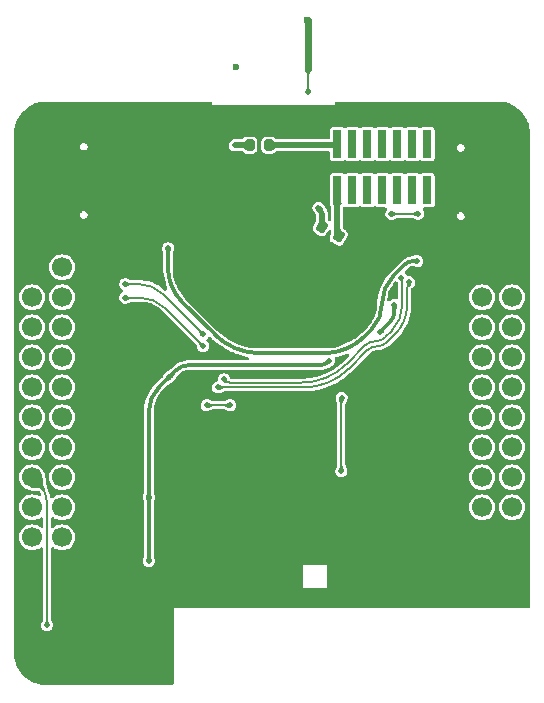
<source format=gbl>
%TF.GenerationSoftware,KiCad,Pcbnew,9.0.7*%
%TF.CreationDate,2026-02-02T18:05:56+06:00*%
%TF.ProjectId,ch585_dev,63683538-355f-4646-9576-2e6b69636164,rev?*%
%TF.SameCoordinates,Original*%
%TF.FileFunction,Copper,L2,Bot*%
%TF.FilePolarity,Positive*%
%FSLAX46Y46*%
G04 Gerber Fmt 4.6, Leading zero omitted, Abs format (unit mm)*
G04 Created by KiCad (PCBNEW 9.0.7) date 2026-02-02 18:05:56*
%MOMM*%
%LPD*%
G01*
G04 APERTURE LIST*
G04 Aperture macros list*
%AMRoundRect*
0 Rectangle with rounded corners*
0 $1 Rounding radius*
0 $2 $3 $4 $5 $6 $7 $8 $9 X,Y pos of 4 corners*
0 Add a 4 corners polygon primitive as box body*
4,1,4,$2,$3,$4,$5,$6,$7,$8,$9,$2,$3,0*
0 Add four circle primitives for the rounded corners*
1,1,$1+$1,$2,$3*
1,1,$1+$1,$4,$5*
1,1,$1+$1,$6,$7*
1,1,$1+$1,$8,$9*
0 Add four rect primitives between the rounded corners*
20,1,$1+$1,$2,$3,$4,$5,0*
20,1,$1+$1,$4,$5,$6,$7,0*
20,1,$1+$1,$6,$7,$8,$9,0*
20,1,$1+$1,$8,$9,$2,$3,0*%
G04 Aperture macros list end*
%TA.AperFunction,ComponentPad*%
%ADD10R,1.700000X1.700000*%
%TD*%
%TA.AperFunction,ComponentPad*%
%ADD11C,1.700000*%
%TD*%
%TA.AperFunction,ComponentPad*%
%ADD12C,0.600000*%
%TD*%
%TA.AperFunction,HeatsinkPad*%
%ADD13O,2.100000X1.000000*%
%TD*%
%TA.AperFunction,HeatsinkPad*%
%ADD14O,1.600000X1.000000*%
%TD*%
%TA.AperFunction,HeatsinkPad*%
%ADD15C,0.500000*%
%TD*%
%TA.AperFunction,HeatsinkPad*%
%ADD16R,3.700000X3.700000*%
%TD*%
%TA.AperFunction,SMDPad,CuDef*%
%ADD17RoundRect,0.200000X-0.200000X-0.275000X0.200000X-0.275000X0.200000X0.275000X-0.200000X0.275000X0*%
%TD*%
%TA.AperFunction,SMDPad,CuDef*%
%ADD18RoundRect,0.200000X0.310705X0.138157X-0.035705X0.338157X-0.310705X-0.138157X0.035705X-0.338157X0*%
%TD*%
%TA.AperFunction,SMDPad,CuDef*%
%ADD19R,0.740000X2.400000*%
%TD*%
%TA.AperFunction,ViaPad*%
%ADD20C,0.500000*%
%TD*%
%TA.AperFunction,Conductor*%
%ADD21C,0.300000*%
%TD*%
%TA.AperFunction,Conductor*%
%ADD22C,0.200000*%
%TD*%
%TA.AperFunction,Conductor*%
%ADD23C,0.500000*%
%TD*%
%TA.AperFunction,Conductor*%
%ADD24C,0.160000*%
%TD*%
%TA.AperFunction,Conductor*%
%ADD25C,0.600000*%
%TD*%
G04 APERTURE END LIST*
D10*
%TO.P,J5,1,Pin_1*%
%TO.N,GND*%
X50725000Y-83940000D03*
D11*
%TO.P,J5,2,Pin_2*%
%TO.N,VCC*%
X53265000Y-83940000D03*
%TO.P,J5,3,Pin_3*%
%TO.N,/TCK*%
X50725000Y-86480000D03*
%TO.P,J5,4,Pin_4*%
%TO.N,/TIO*%
X53265000Y-86480000D03*
%TO.P,J5,5,Pin_5*%
%TO.N,+3V3*%
X50725000Y-89020000D03*
%TO.P,J5,6,Pin_6*%
X53265000Y-89020000D03*
%TO.P,J5,7,Pin_7*%
%TO.N,/PB7*%
X50725000Y-91560000D03*
%TO.P,J5,8,Pin_8*%
%TO.N,/PB6*%
X53265000Y-91560000D03*
%TO.P,J5,9,Pin_9*%
%TO.N,/PB5*%
X50725000Y-94100000D03*
%TO.P,J5,10,Pin_10*%
%TO.N,/PB4*%
X53265000Y-94100000D03*
%TO.P,J5,11,Pin_11*%
%TO.N,/PB3*%
X50725000Y-96640000D03*
%TO.P,J5,12,Pin_12*%
%TO.N,/PB2*%
X53265000Y-96640000D03*
%TO.P,J5,13,Pin_13*%
%TO.N,/PB1*%
X50725000Y-99180000D03*
%TO.P,J5,14,Pin_14*%
%TO.N,/PB0*%
X53265000Y-99180000D03*
%TO.P,J5,15,Pin_15*%
%TO.N,/~{RST}*%
X50725000Y-101720000D03*
%TO.P,J5,16,Pin_16*%
%TO.N,/~{ISP}*%
X53265000Y-101720000D03*
%TO.P,J5,17,Pin_17*%
%TO.N,/PB21*%
X50725000Y-104260000D03*
%TO.P,J5,18,Pin_18*%
%TO.N,/PB20*%
X53265000Y-104260000D03*
%TO.P,J5,19,Pin_19*%
%TO.N,/PB19*%
X50725000Y-106800000D03*
%TO.P,J5,20,Pin_20*%
%TO.N,/PB18*%
X53265000Y-106800000D03*
%TD*%
D12*
%TO.P,AE2,1*%
%TO.N,Net-(JP3-B)*%
X74030000Y-63000000D03*
%TO.P,AE2,2*%
%TO.N,Net-(JP4-B)*%
X67960000Y-67000000D03*
%TD*%
D10*
%TO.P,J6,1,Pin_1*%
%TO.N,GND*%
X88825000Y-83940000D03*
D11*
%TO.P,J6,2,Pin_2*%
X91365000Y-83940000D03*
%TO.P,J6,3,Pin_3*%
%TO.N,+3V3*%
X88825000Y-86480000D03*
%TO.P,J6,4,Pin_4*%
X91365000Y-86480000D03*
%TO.P,J6,5,Pin_5*%
%TO.N,/RXD1*%
X88825000Y-89020000D03*
%TO.P,J6,6,Pin_6*%
%TO.N,/TXD1*%
X91365000Y-89020000D03*
%TO.P,J6,7,Pin_7*%
%TO.N,/PA12*%
X88825000Y-91560000D03*
%TO.P,J6,8,Pin_8*%
%TO.N,/PA7*%
X91365000Y-91560000D03*
%TO.P,J6,9,Pin_9*%
%TO.N,/PA14*%
X88825000Y-94100000D03*
%TO.P,J6,10,Pin_10*%
%TO.N,/PA13*%
X91365000Y-94100000D03*
%TO.P,J6,11,Pin_11*%
%TO.N,/PA3*%
X88825000Y-96640000D03*
%TO.P,J6,12,Pin_12*%
%TO.N,/PA15*%
X91365000Y-96640000D03*
%TO.P,J6,13,Pin_13*%
%TO.N,/PA1*%
X88825000Y-99180000D03*
%TO.P,J6,14,Pin_14*%
%TO.N,/PA2*%
X91365000Y-99180000D03*
%TO.P,J6,15,Pin_15*%
%TO.N,/PA6*%
X88825000Y-101720000D03*
%TO.P,J6,16,Pin_16*%
%TO.N,/PA0*%
X91365000Y-101720000D03*
%TO.P,J6,17,Pin_17*%
%TO.N,/PA4*%
X88825000Y-104260000D03*
%TO.P,J6,18,Pin_18*%
%TO.N,/PA5*%
X91365000Y-104260000D03*
%TO.P,J6,19,Pin_19*%
%TO.N,GND*%
X88825000Y-106800000D03*
%TO.P,J6,20,Pin_20*%
X91365000Y-106800000D03*
%TD*%
D13*
%TO.P,J1,S1,SHIELD*%
%TO.N,GND*%
X55605000Y-72280000D03*
D14*
X51425000Y-72280000D03*
D13*
X55605000Y-80920000D03*
D14*
X51425000Y-80920000D03*
%TD*%
D15*
%TO.P,U1,49,GND*%
%TO.N,GND*%
X72500000Y-96025000D03*
X71500000Y-96025000D03*
X70500000Y-96025000D03*
X69500000Y-96025000D03*
X72500000Y-97025000D03*
X71500000Y-97025000D03*
X70500000Y-97025000D03*
X69500000Y-97025000D03*
D16*
X71000000Y-97525000D03*
D15*
X72500000Y-98025000D03*
X71500000Y-98025000D03*
X70500000Y-98025000D03*
X69500000Y-98025000D03*
X72500000Y-99025000D03*
X71500000Y-99025000D03*
X70500000Y-99025000D03*
X69500000Y-99025000D03*
%TD*%
D13*
%TO.P,J3,S1,SHIELD*%
%TO.N,GND*%
X86525000Y-81020000D03*
D14*
X90705000Y-81020000D03*
D13*
X86525000Y-72380000D03*
D14*
X90705000Y-72380000D03*
%TD*%
D17*
%TO.P,R12,1*%
%TO.N,/ANT-*%
X69135000Y-73600000D03*
%TO.P,R12,2*%
%TO.N,Net-(J4-Pin_14)*%
X70785000Y-73600000D03*
%TD*%
D18*
%TO.P,R13,1*%
%TO.N,Net-(J4-Pin_13)*%
X76674471Y-81312500D03*
%TO.P,R13,2*%
%TO.N,/ANT+*%
X75245529Y-80487500D03*
%TD*%
D19*
%TO.P,J4,1,Pin_1*%
%TO.N,unconnected-(J4-Pin_1-Pad1)*%
X84180000Y-77400000D03*
%TO.P,J4,2,Pin_2*%
%TO.N,unconnected-(J4-Pin_2-Pad2)*%
X84180000Y-73500000D03*
%TO.P,J4,3,Pin_3*%
%TO.N,unconnected-(J4-Pin_3-Pad3)*%
X82910000Y-77400000D03*
%TO.P,J4,4,Pin_4*%
%TO.N,unconnected-(J4-Pin_4-Pad4)*%
X82910000Y-73500000D03*
%TO.P,J4,5,Pin_5*%
%TO.N,unconnected-(J4-Pin_5-Pad5)*%
X81640000Y-77400000D03*
%TO.P,J4,6,Pin_6*%
%TO.N,unconnected-(J4-Pin_6-Pad6)*%
X81640000Y-73500000D03*
%TO.P,J4,7,Pin_7*%
%TO.N,unconnected-(J4-Pin_7-Pad7)*%
X80370000Y-77400000D03*
%TO.P,J4,8,Pin_8*%
%TO.N,unconnected-(J4-Pin_8-Pad8)*%
X80370000Y-73500000D03*
%TO.P,J4,9,Pin_9*%
%TO.N,unconnected-(J4-Pin_9-Pad9)*%
X79100000Y-77400000D03*
%TO.P,J4,10,Pin_10*%
%TO.N,unconnected-(J4-Pin_10-Pad10)*%
X79100000Y-73500000D03*
%TO.P,J4,11,Pin_11*%
%TO.N,unconnected-(J4-Pin_11-Pad11)*%
X77830000Y-77400000D03*
%TO.P,J4,12,Pin_12*%
%TO.N,unconnected-(J4-Pin_12-Pad12)*%
X77830000Y-73500000D03*
%TO.P,J4,13,Pin_13*%
%TO.N,Net-(J4-Pin_13)*%
X76560000Y-77400000D03*
%TO.P,J4,14,Pin_14*%
%TO.N,Net-(J4-Pin_14)*%
X76560000Y-73500000D03*
%TD*%
D20*
%TO.N,GND*%
X74500000Y-105500000D03*
X70360000Y-74995000D03*
X63530000Y-95500000D03*
X52580000Y-115635000D03*
X90680000Y-77535000D03*
X77980000Y-102935000D03*
X85600000Y-82615000D03*
X72900000Y-77535000D03*
X65280000Y-110555000D03*
X62740000Y-72455000D03*
X59230000Y-91700000D03*
X70360000Y-110555000D03*
X66500000Y-112000000D03*
X70000000Y-106000000D03*
X65280000Y-72455000D03*
X82000000Y-110500000D03*
X70200000Y-81600000D03*
X88140000Y-110555000D03*
X70360000Y-77535000D03*
X72900000Y-110555000D03*
X59400000Y-112700000D03*
X88000000Y-112000000D03*
X78000000Y-105000000D03*
X63500000Y-112000000D03*
X88140000Y-80075000D03*
X85600000Y-105475000D03*
X65280000Y-105475000D03*
X91000000Y-112000000D03*
X57660000Y-72455000D03*
X83060000Y-105475000D03*
X65280000Y-85155000D03*
X65000000Y-112000000D03*
X55120000Y-108015000D03*
X66700000Y-103200000D03*
X78800000Y-94400000D03*
X85600000Y-108015000D03*
X65280000Y-74995000D03*
X80520000Y-82615000D03*
X60200000Y-72455000D03*
X75260000Y-82100000D03*
X83060000Y-102935000D03*
X72800000Y-104200000D03*
X70360000Y-85155000D03*
X80500000Y-107000000D03*
X77500000Y-108500000D03*
X80500000Y-105000000D03*
X72260000Y-72500000D03*
X53150000Y-110150000D03*
X57660000Y-118175000D03*
X70200000Y-88100000D03*
X70360000Y-72455000D03*
X60200000Y-110555000D03*
X59130000Y-103400000D03*
X52580000Y-74995000D03*
X90680000Y-74995000D03*
X67820000Y-108015000D03*
X85600000Y-85155000D03*
X89500000Y-112000000D03*
X77100000Y-93700000D03*
X70200000Y-83200000D03*
X77980000Y-82615000D03*
X70360000Y-108015000D03*
X69500000Y-112000000D03*
X59160000Y-87400000D03*
X72500000Y-112000000D03*
X71800000Y-105100000D03*
X62630000Y-79000000D03*
X60200000Y-118175000D03*
X50040000Y-74995000D03*
X65280000Y-80075000D03*
X81360000Y-85800000D03*
X90680000Y-110555000D03*
X63260000Y-90900000D03*
X75360000Y-74700000D03*
X60585000Y-94050000D03*
X83060000Y-108015000D03*
X66100000Y-107200000D03*
X72900000Y-108015000D03*
X76000000Y-107000000D03*
X82000000Y-107500000D03*
X65280000Y-82615000D03*
X52580000Y-118175000D03*
X83500000Y-112000000D03*
X88140000Y-72455000D03*
X77950001Y-112000000D03*
X80520000Y-102935000D03*
X65660000Y-92900000D03*
X50040000Y-72455000D03*
X75360000Y-72600000D03*
X50040000Y-77535000D03*
X82000000Y-112000000D03*
X65280000Y-77535000D03*
X72900000Y-105475000D03*
X86500000Y-112000000D03*
X88140000Y-74995000D03*
X65280000Y-102935000D03*
X65660000Y-91500000D03*
X77130000Y-88700000D03*
X75360000Y-77500000D03*
X76500000Y-103500000D03*
X70360000Y-80075000D03*
X50040000Y-80075000D03*
X71000000Y-112000000D03*
X68000000Y-112000000D03*
X70230000Y-90100000D03*
X72860000Y-75000000D03*
X88140000Y-77535000D03*
X85600000Y-92775000D03*
X55120000Y-118175000D03*
X62740000Y-74995000D03*
X67820000Y-110555000D03*
X85000000Y-112000000D03*
X59130000Y-84200000D03*
X85600000Y-110555000D03*
X77980000Y-80075000D03*
X83060000Y-110555000D03*
X52580000Y-77535000D03*
X82000000Y-109000000D03*
X75440000Y-87695000D03*
X85600000Y-90235000D03*
%TO.N,+3V3*%
X80200000Y-89400000D03*
X81400000Y-87100000D03*
X60600000Y-103400000D03*
X60600000Y-108800000D03*
X62343449Y-93200000D03*
X75850000Y-91850000D03*
%TO.N,Net-(U1-VDCIA)*%
X76900000Y-101200000D03*
X76925000Y-94975000D03*
%TO.N,VBUS*%
X62230000Y-82300000D03*
X83330000Y-83400000D03*
%TO.N,/UD+*%
X65500000Y-95600000D03*
X67500000Y-95600000D03*
%TO.N,/ANT+*%
X74960000Y-78900000D03*
%TO.N,/ANT-*%
X67872500Y-73600000D03*
%TO.N,/TCK*%
X58600000Y-85349000D03*
X65200000Y-89600000D03*
%TO.N,/TIO*%
X58600000Y-86500000D03*
X65200000Y-90600000D03*
%TO.N,/~{RST}*%
X51975000Y-114225000D03*
%TO.N,/UD2+*%
X81960000Y-84800000D03*
X66960000Y-93400000D03*
%TO.N,/UD2-*%
X82660000Y-85200000D03*
X66460000Y-94100000D03*
%TO.N,Net-(JP3-B)*%
X74090000Y-69100000D03*
%TO.N,Net-(J3-CC1)*%
X81130000Y-79400000D03*
X83430000Y-79400000D03*
%TD*%
D21*
%TO.N,+3V3*%
X60600000Y-103400000D02*
X60600000Y-96176253D01*
X60600000Y-103400000D02*
X60600000Y-108800000D01*
X81400000Y-87650000D02*
X81400000Y-87100000D01*
X80200000Y-89400000D02*
X81011091Y-88588908D01*
X75675000Y-92025000D02*
X75850000Y-91850000D01*
X62343449Y-93200000D02*
X61471724Y-94071724D01*
X75252512Y-92200000D02*
X64050555Y-92200000D01*
X62843449Y-92700000D02*
X62343449Y-93200000D01*
X60600000Y-96176253D02*
G75*
G02*
X61471709Y-94071709I2976200J53D01*
G01*
X75252512Y-92200000D02*
G75*
G03*
X75674996Y-92024996I-12J597500D01*
G01*
X62843449Y-92700000D02*
G75*
G02*
X64050555Y-92199967I1207151J-1207100D01*
G01*
X81400000Y-87650000D02*
G75*
G02*
X81011088Y-88588905I-1327800J0D01*
G01*
D22*
%TO.N,Net-(U1-VDCIA)*%
X76900000Y-95017677D02*
X76900000Y-101200000D01*
X76912500Y-94987500D02*
X76925000Y-94975000D01*
X76900000Y-95017677D02*
G75*
G02*
X76912507Y-94987507I42700J-23D01*
G01*
D21*
%TO.N,VBUS*%
X81309251Y-84665859D02*
X82308217Y-83666893D01*
X62230000Y-82300000D02*
X62230000Y-83985000D01*
X63421474Y-86861474D02*
X66166207Y-89606207D01*
X78910000Y-89750000D02*
X79410748Y-89249251D01*
X83330000Y-83400000D02*
X82952555Y-83400000D01*
X70013963Y-91200000D02*
X75409390Y-91200000D01*
X80360000Y-86957555D02*
G75*
G02*
X79410782Y-89249285I-3241000J-45D01*
G01*
X70013963Y-91200000D02*
G75*
G02*
X66166215Y-89606199I37J5441600D01*
G01*
X63421474Y-86861474D02*
G75*
G02*
X62230015Y-83985000I2876526J2876474D01*
G01*
X80360000Y-86957555D02*
G75*
G02*
X81309284Y-84665892I3240900J-45D01*
G01*
X82308217Y-83666893D02*
G75*
G02*
X82952555Y-83399959I644383J-644307D01*
G01*
X78910000Y-89750000D02*
G75*
G02*
X75409390Y-91199996I-3500600J3500600D01*
G01*
D22*
%TO.N,/UD+*%
X67500000Y-95600000D02*
X65500000Y-95600000D01*
D23*
%TO.N,/ANT+*%
X74960000Y-78900000D02*
X75102764Y-79042764D01*
X75245529Y-79387428D02*
X75245529Y-80487500D01*
X75245529Y-79387428D02*
G75*
G03*
X75102778Y-79042750I-487429J28D01*
G01*
%TO.N,/ANT-*%
X67872500Y-73600000D02*
X69135000Y-73600000D01*
D24*
%TO.N,/TCK*%
X59774500Y-85349000D02*
X58600000Y-85349000D01*
X65200000Y-89600000D02*
X61779496Y-86179496D01*
X59774500Y-85349000D02*
G75*
G02*
X61779497Y-86179495I0J-2835500D01*
G01*
%TO.N,/TIO*%
X65200000Y-90600000D02*
X61983883Y-87383883D01*
X59850000Y-86500000D02*
X58600000Y-86500000D01*
X59850000Y-86500000D02*
G75*
G02*
X61983890Y-87383876I0J-3017800D01*
G01*
%TO.N,/~{RST}*%
X51975000Y-114225000D02*
X51987500Y-114212500D01*
X52000000Y-114182322D02*
X52000000Y-103896561D01*
X51362500Y-102357500D02*
X50725000Y-101720000D01*
X52000000Y-103896561D02*
G75*
G03*
X51362489Y-102357511I-2176600J-39D01*
G01*
X52000000Y-114182322D02*
G75*
G02*
X51987493Y-114212493I-42700J22D01*
G01*
%TO.N,/UD2+*%
X81165042Y-89305042D02*
X80628639Y-89841446D01*
X73526122Y-93690000D02*
X67455060Y-93690000D01*
X67105000Y-93545000D02*
X66960000Y-93400000D01*
X77373878Y-92096207D02*
X78921532Y-90548553D01*
X81960000Y-84800000D02*
X81960000Y-84932824D01*
X82055000Y-85162175D02*
X82055000Y-87156496D01*
X81960000Y-84932824D02*
G75*
G03*
X82007507Y-85047493I162200J24D01*
G01*
X77373878Y-92096207D02*
G75*
G02*
X73526122Y-93690000I-3847778J3847807D01*
G01*
X81165042Y-89305042D02*
G75*
G03*
X82054997Y-87156496I-2148542J2148542D01*
G01*
X79775086Y-90195000D02*
G75*
G03*
X78921541Y-90548562I14J-1207100D01*
G01*
X82055000Y-85162175D02*
G75*
G03*
X82007493Y-85047507I-162200J-25D01*
G01*
X67105000Y-93545000D02*
G75*
G03*
X67455060Y-93690016I350100J350100D01*
G01*
X79775086Y-90195000D02*
G75*
G03*
X80628645Y-89841452I14J1207100D01*
G01*
%TO.N,/UD2-*%
X80798467Y-90251446D02*
X81454957Y-89594957D01*
X73695950Y-94100000D02*
X66460000Y-94100000D01*
X82660000Y-85200000D02*
X82660000Y-85300000D01*
X82589289Y-85470710D02*
X82562499Y-85497499D01*
X77543706Y-92506206D02*
X79091360Y-90958553D01*
X82465000Y-85732885D02*
X82465000Y-87156497D01*
X82465000Y-87156497D02*
G75*
G02*
X81454958Y-89594958I-3448500J-3D01*
G01*
X82465000Y-85732885D02*
G75*
G02*
X82562504Y-85497504I332900J-15D01*
G01*
X80798467Y-90251446D02*
G75*
G02*
X79944914Y-90605011I-853567J853546D01*
G01*
X82589289Y-85470710D02*
G75*
G03*
X82660006Y-85300000I-170689J170710D01*
G01*
X77543706Y-92506206D02*
G75*
G02*
X73695950Y-94100019I-3847806J3847806D01*
G01*
X79944914Y-90605000D02*
G75*
G03*
X79091355Y-90958548I-14J-1207100D01*
G01*
D23*
%TO.N,Net-(J4-Pin_13)*%
X76560000Y-81117085D02*
X76560000Y-77400000D01*
X76617235Y-81255264D02*
X76674471Y-81312500D01*
X76617235Y-81255264D02*
G75*
G02*
X76560006Y-81117085I138165J138164D01*
G01*
%TO.N,Net-(J4-Pin_14)*%
X76389289Y-73600000D02*
X70785000Y-73600000D01*
X76510000Y-73550000D02*
X76560000Y-73500000D01*
X76510000Y-73550000D02*
G75*
G02*
X76389289Y-73599996I-120700J120700D01*
G01*
D25*
%TO.N,Net-(JP3-B)*%
X74060000Y-63030000D02*
X74030000Y-63000000D01*
D24*
X74090000Y-67100000D02*
X74090000Y-69100000D01*
D25*
X74090000Y-63788713D02*
X74090000Y-63102426D01*
X74090000Y-67100000D02*
X74090000Y-63788713D01*
X74090000Y-63102426D02*
G75*
G03*
X74060008Y-63029992I-102400J26D01*
G01*
D22*
%TO.N,Net-(J3-CC1)*%
X83430000Y-79400000D02*
X81130000Y-79400000D01*
%TD*%
%TA.AperFunction,Conductor*%
%TO.N,GND*%
G36*
X81597065Y-85147159D02*
G01*
X81613662Y-85161476D01*
X81652686Y-85200500D01*
X81656313Y-85202594D01*
X81662219Y-85206821D01*
X81682236Y-85231183D01*
X81704529Y-85253471D01*
X81706456Y-85260661D01*
X81711183Y-85266414D01*
X81716336Y-85297518D01*
X81724500Y-85327969D01*
X81724500Y-86474613D01*
X81704538Y-86549113D01*
X81650000Y-86603651D01*
X81575500Y-86623613D01*
X81536936Y-86618536D01*
X81465895Y-86599500D01*
X81465892Y-86599500D01*
X81334108Y-86599500D01*
X81206814Y-86633608D01*
X81206812Y-86633608D01*
X81206812Y-86633609D01*
X81092689Y-86699497D01*
X81034087Y-86758099D01*
X81007836Y-86773254D01*
X80983486Y-86791313D01*
X80974833Y-86792308D01*
X80967292Y-86796662D01*
X80936980Y-86796662D01*
X80906863Y-86800126D01*
X80898873Y-86796662D01*
X80890164Y-86796662D01*
X80863911Y-86781504D01*
X80836099Y-86769447D01*
X80830910Y-86762451D01*
X80823369Y-86758097D01*
X80808213Y-86731846D01*
X80790155Y-86707496D01*
X80789159Y-86698843D01*
X80784806Y-86691302D01*
X80781342Y-86630878D01*
X80814012Y-86410655D01*
X80816865Y-86396320D01*
X80881043Y-86140123D01*
X80885286Y-86126138D01*
X80888760Y-86116432D01*
X80974266Y-85877467D01*
X80979861Y-85863963D01*
X80985073Y-85852944D01*
X81092790Y-85625206D01*
X81099669Y-85612337D01*
X81235471Y-85385774D01*
X81243569Y-85373654D01*
X81388630Y-85178070D01*
X81449041Y-85130127D01*
X81525335Y-85118812D01*
X81597065Y-85147159D01*
G37*
%TD.AperFunction*%
%TA.AperFunction,Conductor*%
G36*
X65855500Y-69920462D02*
G01*
X65910038Y-69975000D01*
X65930000Y-70049500D01*
X65930000Y-70200000D01*
X76329683Y-70200315D01*
X76329999Y-70200316D01*
X76330000Y-70200316D01*
X76330000Y-70100000D01*
X76330000Y-70049500D01*
X76349962Y-69975000D01*
X76404500Y-69920462D01*
X76479000Y-69900500D01*
X77050438Y-69900500D01*
X90152405Y-69900500D01*
X90195812Y-69900500D01*
X90204166Y-69900734D01*
X90216715Y-69901438D01*
X90493910Y-69917005D01*
X90510483Y-69918873D01*
X90792455Y-69966781D01*
X90808721Y-69970494D01*
X91083560Y-70049674D01*
X91099313Y-70055187D01*
X91340332Y-70155020D01*
X91363541Y-70164634D01*
X91378582Y-70171876D01*
X91628910Y-70310227D01*
X91643035Y-70319103D01*
X91876292Y-70484608D01*
X91889349Y-70495021D01*
X92102595Y-70685590D01*
X92114409Y-70697404D01*
X92304978Y-70910650D01*
X92315397Y-70923714D01*
X92480893Y-71156959D01*
X92489774Y-71171094D01*
X92624899Y-71415584D01*
X92628116Y-71421404D01*
X92635365Y-71436458D01*
X92744809Y-71700677D01*
X92750328Y-71716448D01*
X92829502Y-71991266D01*
X92833220Y-72007557D01*
X92881124Y-72289500D01*
X92882995Y-72306103D01*
X92899266Y-72595833D01*
X92899500Y-72604188D01*
X92899500Y-112651000D01*
X92879538Y-112725500D01*
X92825000Y-112780038D01*
X92750500Y-112800000D01*
X62695659Y-112800000D01*
X62695659Y-119150500D01*
X62675697Y-119225000D01*
X62621159Y-119279538D01*
X62546659Y-119299500D01*
X51904188Y-119299500D01*
X51895833Y-119299266D01*
X51606103Y-119282995D01*
X51589500Y-119281124D01*
X51580165Y-119279538D01*
X51307557Y-119233220D01*
X51291266Y-119229502D01*
X51016448Y-119150328D01*
X51000677Y-119144809D01*
X50736458Y-119035365D01*
X50721410Y-119028119D01*
X50471094Y-118889774D01*
X50456959Y-118880893D01*
X50223709Y-118715393D01*
X50210650Y-118704978D01*
X49997404Y-118514409D01*
X49985590Y-118502595D01*
X49795021Y-118289349D01*
X49784608Y-118276292D01*
X49619103Y-118043035D01*
X49610227Y-118028910D01*
X49471876Y-117778582D01*
X49464634Y-117763541D01*
X49455020Y-117740332D01*
X49355187Y-117499313D01*
X49349674Y-117483560D01*
X49270494Y-117208721D01*
X49266781Y-117192455D01*
X49218873Y-116910483D01*
X49217005Y-116893910D01*
X49200734Y-116604165D01*
X49200500Y-116595811D01*
X49200500Y-101633389D01*
X49624500Y-101633389D01*
X49624500Y-101806611D01*
X49627812Y-101827522D01*
X49651597Y-101977700D01*
X49679029Y-102062125D01*
X49705127Y-102142445D01*
X49753552Y-102237484D01*
X49783771Y-102296793D01*
X49885583Y-102436924D01*
X49885586Y-102436928D01*
X50008072Y-102559414D01*
X50008075Y-102559416D01*
X50080462Y-102612009D01*
X50148212Y-102661232D01*
X50302555Y-102739873D01*
X50467299Y-102793402D01*
X50504629Y-102799314D01*
X50528781Y-102805241D01*
X50539002Y-102808677D01*
X50766501Y-102837934D01*
X50773208Y-102838610D01*
X50780440Y-102839339D01*
X50780443Y-102839339D01*
X50780451Y-102839340D01*
X50781736Y-102839434D01*
X50795852Y-102840075D01*
X51046976Y-102844522D01*
X51226257Y-102848253D01*
X51245181Y-102849858D01*
X51276667Y-102854564D01*
X51300820Y-102860263D01*
X51308784Y-102862859D01*
X51365616Y-102896867D01*
X51368605Y-102899727D01*
X51389484Y-102924603D01*
X51416753Y-102965414D01*
X51426498Y-102982293D01*
X51491573Y-103114251D01*
X51506620Y-103189897D01*
X51481828Y-103262932D01*
X51423840Y-103313786D01*
X51348194Y-103328833D01*
X51290295Y-103312912D01*
X51147456Y-103240132D01*
X51147450Y-103240130D01*
X51147445Y-103240127D01*
X51099821Y-103224653D01*
X50982700Y-103186597D01*
X50885086Y-103171137D01*
X50811611Y-103159500D01*
X50638389Y-103159500D01*
X50572037Y-103170009D01*
X50467299Y-103186597D01*
X50302561Y-103240125D01*
X50302555Y-103240127D01*
X50302549Y-103240129D01*
X50302549Y-103240130D01*
X50148206Y-103318771D01*
X50008075Y-103420583D01*
X49885583Y-103543075D01*
X49783771Y-103683206D01*
X49705130Y-103837549D01*
X49705125Y-103837561D01*
X49651597Y-104002299D01*
X49633228Y-104118282D01*
X49624500Y-104173389D01*
X49624500Y-104346611D01*
X49636137Y-104420086D01*
X49651597Y-104517700D01*
X49689653Y-104634821D01*
X49705127Y-104682445D01*
X49705130Y-104682450D01*
X49783771Y-104836793D01*
X49790499Y-104846053D01*
X49885586Y-104976928D01*
X50008072Y-105099414D01*
X50148212Y-105201232D01*
X50302555Y-105279873D01*
X50467299Y-105333402D01*
X50638389Y-105360500D01*
X50638393Y-105360500D01*
X50811607Y-105360500D01*
X50811611Y-105360500D01*
X50982701Y-105333402D01*
X51147445Y-105279873D01*
X51301788Y-105201232D01*
X51432923Y-105105956D01*
X51504924Y-105078317D01*
X51581102Y-105090382D01*
X51641043Y-105138920D01*
X51668684Y-105210925D01*
X51669500Y-105226501D01*
X51669500Y-105833498D01*
X51649538Y-105907998D01*
X51595000Y-105962536D01*
X51520500Y-105982498D01*
X51446000Y-105962536D01*
X51432924Y-105954044D01*
X51369547Y-105907998D01*
X51301793Y-105858771D01*
X51301790Y-105858769D01*
X51301788Y-105858768D01*
X51147445Y-105780127D01*
X51099821Y-105764653D01*
X50982700Y-105726597D01*
X50885086Y-105711137D01*
X50811611Y-105699500D01*
X50638389Y-105699500D01*
X50572037Y-105710009D01*
X50467299Y-105726597D01*
X50302561Y-105780125D01*
X50302555Y-105780127D01*
X50302549Y-105780129D01*
X50302549Y-105780130D01*
X50148206Y-105858771D01*
X50008075Y-105960583D01*
X49885583Y-106083075D01*
X49783771Y-106223206D01*
X49705130Y-106377549D01*
X49705125Y-106377561D01*
X49651597Y-106542299D01*
X49633228Y-106658282D01*
X49624500Y-106713389D01*
X49624500Y-106886611D01*
X49636137Y-106960086D01*
X49651597Y-107057700D01*
X49689653Y-107174821D01*
X49705127Y-107222445D01*
X49705130Y-107222450D01*
X49783771Y-107376793D01*
X49790499Y-107386053D01*
X49885586Y-107516928D01*
X50008072Y-107639414D01*
X50148212Y-107741232D01*
X50302555Y-107819873D01*
X50467299Y-107873402D01*
X50638389Y-107900500D01*
X50638393Y-107900500D01*
X50811607Y-107900500D01*
X50811611Y-107900500D01*
X50982701Y-107873402D01*
X51147445Y-107819873D01*
X51301788Y-107741232D01*
X51432923Y-107645956D01*
X51504924Y-107618317D01*
X51581102Y-107630382D01*
X51641043Y-107678920D01*
X51668684Y-107750925D01*
X51669500Y-107766501D01*
X51669500Y-113687631D01*
X51668556Y-113704381D01*
X51667392Y-113714665D01*
X51664278Y-113726791D01*
X51662619Y-113756854D01*
X51662138Y-113761112D01*
X51653996Y-113781828D01*
X51642419Y-113820063D01*
X51639731Y-113824620D01*
X51630762Y-113838095D01*
X51627709Y-113842180D01*
X51624802Y-113846151D01*
X51566533Y-113927406D01*
X51564431Y-113930384D01*
X51564245Y-113930651D01*
X51561990Y-113933946D01*
X51557460Y-113944778D01*
X51549037Y-113961786D01*
X51508607Y-114031816D01*
X51508605Y-114031820D01*
X51474500Y-114159104D01*
X51474500Y-114159108D01*
X51474500Y-114290892D01*
X51508608Y-114418186D01*
X51508609Y-114418187D01*
X51574497Y-114532310D01*
X51574498Y-114532311D01*
X51574500Y-114532314D01*
X51667686Y-114625500D01*
X51781814Y-114691392D01*
X51909108Y-114725500D01*
X52040892Y-114725500D01*
X52168186Y-114691392D01*
X52282314Y-114625500D01*
X52375500Y-114532314D01*
X52441392Y-114418186D01*
X52475500Y-114290892D01*
X52475500Y-114159108D01*
X52465661Y-114122390D01*
X52461444Y-114099811D01*
X52460103Y-114087386D01*
X52460102Y-114087384D01*
X52460102Y-114087381D01*
X52420665Y-113961632D01*
X52420663Y-113961626D01*
X52412980Y-113940446D01*
X52412191Y-113938538D01*
X52408522Y-113930670D01*
X52402644Y-113918064D01*
X52374093Y-113863302D01*
X52371057Y-113857135D01*
X52351433Y-113814844D01*
X52337863Y-113761133D01*
X52335698Y-113725355D01*
X52334832Y-113721842D01*
X52330500Y-113686174D01*
X52330500Y-111050000D01*
X73625000Y-111050000D01*
X75715000Y-111050000D01*
X75715000Y-109150000D01*
X73625000Y-109150000D01*
X73625000Y-111050000D01*
X52330500Y-111050000D01*
X52330500Y-107773767D01*
X52350462Y-107699267D01*
X52405000Y-107644729D01*
X52479500Y-107624767D01*
X52554000Y-107644729D01*
X52567069Y-107653216D01*
X52688212Y-107741232D01*
X52842555Y-107819873D01*
X53007299Y-107873402D01*
X53178389Y-107900500D01*
X53178393Y-107900500D01*
X53351607Y-107900500D01*
X53351611Y-107900500D01*
X53522701Y-107873402D01*
X53687445Y-107819873D01*
X53841788Y-107741232D01*
X53981928Y-107639414D01*
X54104414Y-107516928D01*
X54206232Y-107376788D01*
X54284873Y-107222445D01*
X54338402Y-107057701D01*
X54365500Y-106886611D01*
X54365500Y-106713389D01*
X54338402Y-106542299D01*
X54284873Y-106377555D01*
X54206232Y-106223212D01*
X54104414Y-106083072D01*
X53981928Y-105960586D01*
X53962919Y-105946775D01*
X53841793Y-105858771D01*
X53841790Y-105858769D01*
X53841788Y-105858768D01*
X53687445Y-105780127D01*
X53639821Y-105764653D01*
X53522700Y-105726597D01*
X53425086Y-105711137D01*
X53351611Y-105699500D01*
X53178389Y-105699500D01*
X53112037Y-105710009D01*
X53007299Y-105726597D01*
X52842561Y-105780125D01*
X52842555Y-105780127D01*
X52688212Y-105858768D01*
X52688210Y-105858769D01*
X52688203Y-105858773D01*
X52567080Y-105946775D01*
X52495075Y-105974416D01*
X52418897Y-105962350D01*
X52358957Y-105913812D01*
X52331316Y-105841807D01*
X52330500Y-105826232D01*
X52330500Y-105233767D01*
X52350462Y-105159267D01*
X52405000Y-105104729D01*
X52479500Y-105084767D01*
X52554000Y-105104729D01*
X52567069Y-105113216D01*
X52688212Y-105201232D01*
X52842555Y-105279873D01*
X53007299Y-105333402D01*
X53178389Y-105360500D01*
X53178393Y-105360500D01*
X53351607Y-105360500D01*
X53351611Y-105360500D01*
X53522701Y-105333402D01*
X53687445Y-105279873D01*
X53841788Y-105201232D01*
X53981928Y-105099414D01*
X54104414Y-104976928D01*
X54206232Y-104836788D01*
X54284873Y-104682445D01*
X54338402Y-104517701D01*
X54365500Y-104346611D01*
X54365500Y-104173389D01*
X54338402Y-104002299D01*
X54284873Y-103837555D01*
X54206232Y-103683212D01*
X54174029Y-103638889D01*
X54104416Y-103543075D01*
X54104414Y-103543072D01*
X53981928Y-103420586D01*
X53920901Y-103376247D01*
X53841793Y-103318771D01*
X53841790Y-103318769D01*
X53841788Y-103318768D01*
X53687445Y-103240127D01*
X53639821Y-103224653D01*
X53522700Y-103186597D01*
X53425086Y-103171137D01*
X53351611Y-103159500D01*
X53178389Y-103159500D01*
X53112037Y-103170009D01*
X53007299Y-103186597D01*
X52842561Y-103240125D01*
X52842555Y-103240127D01*
X52842549Y-103240129D01*
X52842549Y-103240130D01*
X52688206Y-103318771D01*
X52548075Y-103420583D01*
X52525611Y-103443047D01*
X52458815Y-103481610D01*
X52381687Y-103481608D01*
X52314893Y-103443043D01*
X52276330Y-103376247D01*
X52274990Y-103370842D01*
X52266605Y-103334108D01*
X52236319Y-103201420D01*
X52143314Y-102935636D01*
X52101055Y-102847886D01*
X52095585Y-102835014D01*
X52090914Y-102822410D01*
X52087646Y-102803922D01*
X52013355Y-102613134D01*
X52012939Y-102612009D01*
X52012920Y-102611811D01*
X52010980Y-102606379D01*
X51965547Y-102466901D01*
X51961594Y-102452281D01*
X51915091Y-102237484D01*
X51912815Y-102224015D01*
X51893061Y-102062230D01*
X51893082Y-102062227D01*
X51893048Y-102062125D01*
X51882800Y-101977700D01*
X51865320Y-101833688D01*
X51864496Y-101827522D01*
X51864414Y-101826961D01*
X51863449Y-101820874D01*
X51831409Y-101633389D01*
X52164500Y-101633389D01*
X52164500Y-101806611D01*
X52167812Y-101827522D01*
X52191597Y-101977700D01*
X52219029Y-102062125D01*
X52245127Y-102142445D01*
X52293552Y-102237484D01*
X52323771Y-102296793D01*
X52425583Y-102436924D01*
X52425586Y-102436928D01*
X52548072Y-102559414D01*
X52548075Y-102559416D01*
X52620462Y-102612009D01*
X52688212Y-102661232D01*
X52842555Y-102739873D01*
X53007299Y-102793402D01*
X53178389Y-102820500D01*
X53178393Y-102820500D01*
X53351607Y-102820500D01*
X53351611Y-102820500D01*
X53522701Y-102793402D01*
X53687445Y-102739873D01*
X53841788Y-102661232D01*
X53981928Y-102559414D01*
X54104414Y-102436928D01*
X54206232Y-102296788D01*
X54284873Y-102142445D01*
X54338402Y-101977701D01*
X54365500Y-101806611D01*
X54365500Y-101633389D01*
X54338402Y-101462299D01*
X54284873Y-101297555D01*
X54206232Y-101143212D01*
X54203439Y-101139368D01*
X54104416Y-101003075D01*
X54104414Y-101003072D01*
X53981928Y-100880586D01*
X53981924Y-100880583D01*
X53841793Y-100778771D01*
X53841790Y-100778769D01*
X53841788Y-100778768D01*
X53687445Y-100700127D01*
X53639821Y-100684653D01*
X53522700Y-100646597D01*
X53425086Y-100631137D01*
X53351611Y-100619500D01*
X53178389Y-100619500D01*
X53112037Y-100630009D01*
X53007299Y-100646597D01*
X52853628Y-100696529D01*
X52842555Y-100700127D01*
X52842549Y-100700129D01*
X52842549Y-100700130D01*
X52688206Y-100778771D01*
X52548075Y-100880583D01*
X52425583Y-101003075D01*
X52323771Y-101143206D01*
X52245130Y-101297549D01*
X52245125Y-101297561D01*
X52191597Y-101462299D01*
X52173228Y-101578282D01*
X52164500Y-101633389D01*
X51831409Y-101633389D01*
X51812538Y-101522968D01*
X51811945Y-101519635D01*
X51811890Y-101519337D01*
X51811281Y-101516150D01*
X51810920Y-101515275D01*
X51809296Y-101509506D01*
X51809118Y-101508908D01*
X51809127Y-101508905D01*
X51801478Y-101481722D01*
X51798402Y-101462301D01*
X51798402Y-101462300D01*
X51798402Y-101462299D01*
X51744873Y-101297555D01*
X51666232Y-101143212D01*
X51663439Y-101139368D01*
X51564416Y-101003075D01*
X51564414Y-101003072D01*
X51441928Y-100880586D01*
X51441924Y-100880583D01*
X51301793Y-100778771D01*
X51301790Y-100778769D01*
X51301788Y-100778768D01*
X51147445Y-100700127D01*
X51099821Y-100684653D01*
X50982700Y-100646597D01*
X50885086Y-100631137D01*
X50811611Y-100619500D01*
X50638389Y-100619500D01*
X50572037Y-100630009D01*
X50467299Y-100646597D01*
X50313628Y-100696529D01*
X50302555Y-100700127D01*
X50302549Y-100700129D01*
X50302549Y-100700130D01*
X50148206Y-100778771D01*
X50008075Y-100880583D01*
X49885583Y-101003075D01*
X49783771Y-101143206D01*
X49705130Y-101297549D01*
X49705125Y-101297561D01*
X49651597Y-101462299D01*
X49633228Y-101578282D01*
X49624500Y-101633389D01*
X49200500Y-101633389D01*
X49200500Y-99093389D01*
X49624500Y-99093389D01*
X49624500Y-99266611D01*
X49636137Y-99340086D01*
X49651597Y-99437700D01*
X49689653Y-99554821D01*
X49705127Y-99602445D01*
X49705130Y-99602450D01*
X49783771Y-99756793D01*
X49885583Y-99896924D01*
X49885586Y-99896928D01*
X50008072Y-100019414D01*
X50148212Y-100121232D01*
X50302555Y-100199873D01*
X50467299Y-100253402D01*
X50638389Y-100280500D01*
X50638393Y-100280500D01*
X50811607Y-100280500D01*
X50811611Y-100280500D01*
X50982701Y-100253402D01*
X51147445Y-100199873D01*
X51301788Y-100121232D01*
X51441928Y-100019414D01*
X51564414Y-99896928D01*
X51666232Y-99756788D01*
X51744873Y-99602445D01*
X51798402Y-99437701D01*
X51825500Y-99266611D01*
X51825500Y-99093389D01*
X52164500Y-99093389D01*
X52164500Y-99266611D01*
X52176137Y-99340086D01*
X52191597Y-99437700D01*
X52229653Y-99554821D01*
X52245127Y-99602445D01*
X52245130Y-99602450D01*
X52323771Y-99756793D01*
X52425583Y-99896924D01*
X52425586Y-99896928D01*
X52548072Y-100019414D01*
X52688212Y-100121232D01*
X52842555Y-100199873D01*
X53007299Y-100253402D01*
X53178389Y-100280500D01*
X53178393Y-100280500D01*
X53351607Y-100280500D01*
X53351611Y-100280500D01*
X53522701Y-100253402D01*
X53687445Y-100199873D01*
X53841788Y-100121232D01*
X53981928Y-100019414D01*
X54104414Y-99896928D01*
X54206232Y-99756788D01*
X54284873Y-99602445D01*
X54338402Y-99437701D01*
X54365500Y-99266611D01*
X54365500Y-99093389D01*
X54338402Y-98922299D01*
X54284873Y-98757555D01*
X54206232Y-98603212D01*
X54104414Y-98463072D01*
X53981928Y-98340586D01*
X53981924Y-98340583D01*
X53841793Y-98238771D01*
X53841790Y-98238769D01*
X53841788Y-98238768D01*
X53687445Y-98160127D01*
X53639821Y-98144653D01*
X53522700Y-98106597D01*
X53425086Y-98091137D01*
X53351611Y-98079500D01*
X53178389Y-98079500D01*
X53112037Y-98090009D01*
X53007299Y-98106597D01*
X52842561Y-98160125D01*
X52842555Y-98160127D01*
X52842549Y-98160129D01*
X52842549Y-98160130D01*
X52688206Y-98238771D01*
X52548075Y-98340583D01*
X52425583Y-98463075D01*
X52323771Y-98603206D01*
X52245130Y-98757549D01*
X52245125Y-98757561D01*
X52191597Y-98922299D01*
X52173228Y-99038282D01*
X52164500Y-99093389D01*
X51825500Y-99093389D01*
X51798402Y-98922299D01*
X51744873Y-98757555D01*
X51666232Y-98603212D01*
X51564414Y-98463072D01*
X51441928Y-98340586D01*
X51441924Y-98340583D01*
X51301793Y-98238771D01*
X51301790Y-98238769D01*
X51301788Y-98238768D01*
X51147445Y-98160127D01*
X51099821Y-98144653D01*
X50982700Y-98106597D01*
X50885086Y-98091137D01*
X50811611Y-98079500D01*
X50638389Y-98079500D01*
X50572037Y-98090009D01*
X50467299Y-98106597D01*
X50302561Y-98160125D01*
X50302555Y-98160127D01*
X50302549Y-98160129D01*
X50302549Y-98160130D01*
X50148206Y-98238771D01*
X50008075Y-98340583D01*
X49885583Y-98463075D01*
X49783771Y-98603206D01*
X49705130Y-98757549D01*
X49705125Y-98757561D01*
X49651597Y-98922299D01*
X49633228Y-99038282D01*
X49624500Y-99093389D01*
X49200500Y-99093389D01*
X49200500Y-96553389D01*
X49624500Y-96553389D01*
X49624500Y-96726611D01*
X49636137Y-96800086D01*
X49651597Y-96897700D01*
X49689653Y-97014821D01*
X49705127Y-97062445D01*
X49705130Y-97062450D01*
X49783771Y-97216793D01*
X49885583Y-97356924D01*
X49885586Y-97356928D01*
X50008072Y-97479414D01*
X50148212Y-97581232D01*
X50302555Y-97659873D01*
X50467299Y-97713402D01*
X50638389Y-97740500D01*
X50638393Y-97740500D01*
X50811607Y-97740500D01*
X50811611Y-97740500D01*
X50982701Y-97713402D01*
X51147445Y-97659873D01*
X51301788Y-97581232D01*
X51441928Y-97479414D01*
X51564414Y-97356928D01*
X51666232Y-97216788D01*
X51744873Y-97062445D01*
X51798402Y-96897701D01*
X51825500Y-96726611D01*
X51825500Y-96553389D01*
X52164500Y-96553389D01*
X52164500Y-96726611D01*
X52176137Y-96800086D01*
X52191597Y-96897700D01*
X52229653Y-97014821D01*
X52245127Y-97062445D01*
X52245130Y-97062450D01*
X52323771Y-97216793D01*
X52425583Y-97356924D01*
X52425586Y-97356928D01*
X52548072Y-97479414D01*
X52688212Y-97581232D01*
X52842555Y-97659873D01*
X53007299Y-97713402D01*
X53178389Y-97740500D01*
X53178393Y-97740500D01*
X53351607Y-97740500D01*
X53351611Y-97740500D01*
X53522701Y-97713402D01*
X53687445Y-97659873D01*
X53841788Y-97581232D01*
X53981928Y-97479414D01*
X54104414Y-97356928D01*
X54206232Y-97216788D01*
X54284873Y-97062445D01*
X54338402Y-96897701D01*
X54365500Y-96726611D01*
X54365500Y-96553389D01*
X54338402Y-96382299D01*
X54284873Y-96217555D01*
X54206232Y-96063212D01*
X54193587Y-96045808D01*
X54104416Y-95923075D01*
X54104414Y-95923072D01*
X53981928Y-95800586D01*
X53971743Y-95793186D01*
X53841793Y-95698771D01*
X53841790Y-95698769D01*
X53841788Y-95698768D01*
X53687445Y-95620127D01*
X53634996Y-95603085D01*
X53522700Y-95566597D01*
X53425086Y-95551137D01*
X53351611Y-95539500D01*
X53178389Y-95539500D01*
X53112037Y-95550009D01*
X53007299Y-95566597D01*
X52842561Y-95620125D01*
X52842555Y-95620127D01*
X52842549Y-95620129D01*
X52842549Y-95620130D01*
X52688206Y-95698771D01*
X52548075Y-95800583D01*
X52425583Y-95923075D01*
X52323771Y-96063206D01*
X52245130Y-96217549D01*
X52245125Y-96217561D01*
X52191597Y-96382299D01*
X52173228Y-96498282D01*
X52164500Y-96553389D01*
X51825500Y-96553389D01*
X51798402Y-96382299D01*
X51744873Y-96217555D01*
X51666232Y-96063212D01*
X51653587Y-96045808D01*
X51564416Y-95923075D01*
X51564414Y-95923072D01*
X51441928Y-95800586D01*
X51431743Y-95793186D01*
X51301793Y-95698771D01*
X51301790Y-95698769D01*
X51301788Y-95698768D01*
X51147445Y-95620127D01*
X51094996Y-95603085D01*
X50982700Y-95566597D01*
X50885086Y-95551137D01*
X50811611Y-95539500D01*
X50638389Y-95539500D01*
X50572037Y-95550009D01*
X50467299Y-95566597D01*
X50302561Y-95620125D01*
X50302555Y-95620127D01*
X50302549Y-95620129D01*
X50302549Y-95620130D01*
X50148206Y-95698771D01*
X50008075Y-95800583D01*
X49885583Y-95923075D01*
X49783771Y-96063206D01*
X49705130Y-96217549D01*
X49705125Y-96217561D01*
X49651597Y-96382299D01*
X49633228Y-96498282D01*
X49624500Y-96553389D01*
X49200500Y-96553389D01*
X49200500Y-94013389D01*
X49624500Y-94013389D01*
X49624500Y-94186611D01*
X49636137Y-94260086D01*
X49651597Y-94357700D01*
X49676770Y-94435172D01*
X49705127Y-94522445D01*
X49779131Y-94667686D01*
X49783771Y-94676793D01*
X49860074Y-94781814D01*
X49885586Y-94816928D01*
X50008072Y-94939414D01*
X50008075Y-94939416D01*
X50147738Y-95040888D01*
X50148212Y-95041232D01*
X50302555Y-95119873D01*
X50467299Y-95173402D01*
X50638389Y-95200500D01*
X50638393Y-95200500D01*
X50811607Y-95200500D01*
X50811611Y-95200500D01*
X50982701Y-95173402D01*
X51147445Y-95119873D01*
X51301788Y-95041232D01*
X51441928Y-94939414D01*
X51564414Y-94816928D01*
X51666232Y-94676788D01*
X51744873Y-94522445D01*
X51798402Y-94357701D01*
X51825500Y-94186611D01*
X51825500Y-94013389D01*
X52164500Y-94013389D01*
X52164500Y-94186611D01*
X52176137Y-94260086D01*
X52191597Y-94357700D01*
X52216770Y-94435172D01*
X52245127Y-94522445D01*
X52319131Y-94667686D01*
X52323771Y-94676793D01*
X52400074Y-94781814D01*
X52425586Y-94816928D01*
X52548072Y-94939414D01*
X52548075Y-94939416D01*
X52687738Y-95040888D01*
X52688212Y-95041232D01*
X52842555Y-95119873D01*
X53007299Y-95173402D01*
X53178389Y-95200500D01*
X53178393Y-95200500D01*
X53351607Y-95200500D01*
X53351611Y-95200500D01*
X53522701Y-95173402D01*
X53687445Y-95119873D01*
X53841788Y-95041232D01*
X53981928Y-94939414D01*
X54104414Y-94816928D01*
X54206232Y-94676788D01*
X54284873Y-94522445D01*
X54338402Y-94357701D01*
X54365500Y-94186611D01*
X54365500Y-94013389D01*
X54338402Y-93842299D01*
X54284873Y-93677555D01*
X54206232Y-93523212D01*
X54194681Y-93507314D01*
X54104416Y-93383075D01*
X54104414Y-93383072D01*
X53981928Y-93260586D01*
X53945223Y-93233918D01*
X53841793Y-93158771D01*
X53841790Y-93158769D01*
X53841788Y-93158768D01*
X53687445Y-93080127D01*
X53639821Y-93064653D01*
X53522700Y-93026597D01*
X53425086Y-93011137D01*
X53351611Y-92999500D01*
X53178389Y-92999500D01*
X53112037Y-93010009D01*
X53007299Y-93026597D01*
X52842561Y-93080125D01*
X52842555Y-93080127D01*
X52842549Y-93080129D01*
X52842549Y-93080130D01*
X52688206Y-93158771D01*
X52548075Y-93260583D01*
X52425583Y-93383075D01*
X52323771Y-93523206D01*
X52245130Y-93677549D01*
X52245125Y-93677561D01*
X52191597Y-93842299D01*
X52173228Y-93958282D01*
X52164500Y-94013389D01*
X51825500Y-94013389D01*
X51798402Y-93842299D01*
X51744873Y-93677555D01*
X51666232Y-93523212D01*
X51654681Y-93507314D01*
X51564416Y-93383075D01*
X51564414Y-93383072D01*
X51441928Y-93260586D01*
X51405223Y-93233918D01*
X51301793Y-93158771D01*
X51301790Y-93158769D01*
X51301788Y-93158768D01*
X51147445Y-93080127D01*
X51099821Y-93064653D01*
X50982700Y-93026597D01*
X50885086Y-93011137D01*
X50811611Y-92999500D01*
X50638389Y-92999500D01*
X50572037Y-93010009D01*
X50467299Y-93026597D01*
X50302561Y-93080125D01*
X50302555Y-93080127D01*
X50302549Y-93080129D01*
X50302549Y-93080130D01*
X50148206Y-93158771D01*
X50008075Y-93260583D01*
X49885583Y-93383075D01*
X49783771Y-93523206D01*
X49705130Y-93677549D01*
X49705125Y-93677561D01*
X49651597Y-93842299D01*
X49633228Y-93958282D01*
X49624500Y-94013389D01*
X49200500Y-94013389D01*
X49200500Y-91473389D01*
X49624500Y-91473389D01*
X49624500Y-91646611D01*
X49628808Y-91673809D01*
X49651597Y-91817700D01*
X49683502Y-91915891D01*
X49705127Y-91982445D01*
X49744424Y-92059569D01*
X49783771Y-92136793D01*
X49866385Y-92250500D01*
X49885586Y-92276928D01*
X50008072Y-92399414D01*
X50054785Y-92433353D01*
X50086050Y-92456069D01*
X50148212Y-92501232D01*
X50302555Y-92579873D01*
X50467299Y-92633402D01*
X50638389Y-92660500D01*
X50638393Y-92660500D01*
X50811607Y-92660500D01*
X50811611Y-92660500D01*
X50982701Y-92633402D01*
X51147445Y-92579873D01*
X51301788Y-92501232D01*
X51441928Y-92399414D01*
X51564414Y-92276928D01*
X51666232Y-92136788D01*
X51744873Y-91982445D01*
X51798402Y-91817701D01*
X51825500Y-91646611D01*
X51825500Y-91473389D01*
X52164500Y-91473389D01*
X52164500Y-91646611D01*
X52168808Y-91673809D01*
X52191597Y-91817700D01*
X52223502Y-91915891D01*
X52245127Y-91982445D01*
X52284424Y-92059569D01*
X52323771Y-92136793D01*
X52406385Y-92250500D01*
X52425586Y-92276928D01*
X52548072Y-92399414D01*
X52594785Y-92433353D01*
X52626050Y-92456069D01*
X52688212Y-92501232D01*
X52842555Y-92579873D01*
X53007299Y-92633402D01*
X53178389Y-92660500D01*
X53178393Y-92660500D01*
X53351607Y-92660500D01*
X53351611Y-92660500D01*
X53522701Y-92633402D01*
X53687445Y-92579873D01*
X53841788Y-92501232D01*
X53981928Y-92399414D01*
X54104414Y-92276928D01*
X54206232Y-92136788D01*
X54284873Y-91982445D01*
X54338402Y-91817701D01*
X54365500Y-91646611D01*
X54365500Y-91473389D01*
X54338402Y-91302299D01*
X54284873Y-91137555D01*
X54206232Y-90983212D01*
X54202742Y-90978409D01*
X54116378Y-90859539D01*
X54104414Y-90843072D01*
X53981928Y-90720586D01*
X53966429Y-90709325D01*
X53841793Y-90618771D01*
X53841790Y-90618769D01*
X53841788Y-90618768D01*
X53687445Y-90540127D01*
X53633014Y-90522441D01*
X53522700Y-90486597D01*
X53425086Y-90471137D01*
X53351611Y-90459500D01*
X53178389Y-90459500D01*
X53112037Y-90470009D01*
X53007299Y-90486597D01*
X52861079Y-90534108D01*
X52842555Y-90540127D01*
X52842549Y-90540129D01*
X52842549Y-90540130D01*
X52688206Y-90618771D01*
X52548075Y-90720583D01*
X52425583Y-90843075D01*
X52323771Y-90983206D01*
X52245130Y-91137549D01*
X52245125Y-91137561D01*
X52191597Y-91302299D01*
X52175559Y-91403565D01*
X52164500Y-91473389D01*
X51825500Y-91473389D01*
X51798402Y-91302299D01*
X51744873Y-91137555D01*
X51666232Y-90983212D01*
X51662742Y-90978409D01*
X51576378Y-90859539D01*
X51564414Y-90843072D01*
X51441928Y-90720586D01*
X51426429Y-90709325D01*
X51301793Y-90618771D01*
X51301790Y-90618769D01*
X51301788Y-90618768D01*
X51147445Y-90540127D01*
X51093014Y-90522441D01*
X50982700Y-90486597D01*
X50885086Y-90471137D01*
X50811611Y-90459500D01*
X50638389Y-90459500D01*
X50572037Y-90470009D01*
X50467299Y-90486597D01*
X50321079Y-90534108D01*
X50302555Y-90540127D01*
X50302549Y-90540129D01*
X50302549Y-90540130D01*
X50148206Y-90618771D01*
X50008075Y-90720583D01*
X49885583Y-90843075D01*
X49783771Y-90983206D01*
X49705130Y-91137549D01*
X49705125Y-91137561D01*
X49651597Y-91302299D01*
X49635559Y-91403565D01*
X49624500Y-91473389D01*
X49200500Y-91473389D01*
X49200500Y-88933389D01*
X49624500Y-88933389D01*
X49624500Y-89106611D01*
X49636137Y-89180086D01*
X49651597Y-89277700D01*
X49689653Y-89394821D01*
X49705127Y-89442445D01*
X49783015Y-89595309D01*
X49783771Y-89596793D01*
X49867465Y-89711987D01*
X49885586Y-89736928D01*
X50008072Y-89859414D01*
X50008075Y-89859416D01*
X50146236Y-89959797D01*
X50148212Y-89961232D01*
X50302555Y-90039873D01*
X50467299Y-90093402D01*
X50638389Y-90120500D01*
X50638393Y-90120500D01*
X50811607Y-90120500D01*
X50811611Y-90120500D01*
X50982701Y-90093402D01*
X51147445Y-90039873D01*
X51301788Y-89961232D01*
X51441928Y-89859414D01*
X51564414Y-89736928D01*
X51666232Y-89596788D01*
X51744873Y-89442445D01*
X51798402Y-89277701D01*
X51825500Y-89106611D01*
X51825500Y-88933389D01*
X52164500Y-88933389D01*
X52164500Y-89106611D01*
X52176137Y-89180086D01*
X52191597Y-89277700D01*
X52229653Y-89394821D01*
X52245127Y-89442445D01*
X52323015Y-89595309D01*
X52323771Y-89596793D01*
X52407465Y-89711987D01*
X52425586Y-89736928D01*
X52548072Y-89859414D01*
X52548075Y-89859416D01*
X52686236Y-89959797D01*
X52688212Y-89961232D01*
X52842555Y-90039873D01*
X53007299Y-90093402D01*
X53178389Y-90120500D01*
X53178393Y-90120500D01*
X53351607Y-90120500D01*
X53351611Y-90120500D01*
X53522701Y-90093402D01*
X53687445Y-90039873D01*
X53841788Y-89961232D01*
X53981928Y-89859414D01*
X54104414Y-89736928D01*
X54206232Y-89596788D01*
X54284873Y-89442445D01*
X54338402Y-89277701D01*
X54365500Y-89106611D01*
X54365500Y-88933389D01*
X54338402Y-88762299D01*
X54284873Y-88597555D01*
X54206232Y-88443212D01*
X54104414Y-88303072D01*
X53981928Y-88180586D01*
X53981924Y-88180583D01*
X53841793Y-88078771D01*
X53841790Y-88078769D01*
X53841788Y-88078768D01*
X53687445Y-88000127D01*
X53639821Y-87984653D01*
X53522700Y-87946597D01*
X53425086Y-87931137D01*
X53351611Y-87919500D01*
X53178389Y-87919500D01*
X53112037Y-87930009D01*
X53007299Y-87946597D01*
X52842561Y-88000125D01*
X52842555Y-88000127D01*
X52842549Y-88000129D01*
X52842549Y-88000130D01*
X52688206Y-88078771D01*
X52548075Y-88180583D01*
X52425583Y-88303075D01*
X52323771Y-88443206D01*
X52245130Y-88597549D01*
X52245125Y-88597561D01*
X52191597Y-88762299D01*
X52175401Y-88864564D01*
X52164500Y-88933389D01*
X51825500Y-88933389D01*
X51798402Y-88762299D01*
X51744873Y-88597555D01*
X51666232Y-88443212D01*
X51564414Y-88303072D01*
X51441928Y-88180586D01*
X51441924Y-88180583D01*
X51301793Y-88078771D01*
X51301790Y-88078769D01*
X51301788Y-88078768D01*
X51147445Y-88000127D01*
X51099821Y-87984653D01*
X50982700Y-87946597D01*
X50885086Y-87931137D01*
X50811611Y-87919500D01*
X50638389Y-87919500D01*
X50572037Y-87930009D01*
X50467299Y-87946597D01*
X50302561Y-88000125D01*
X50302555Y-88000127D01*
X50302549Y-88000129D01*
X50302549Y-88000130D01*
X50148206Y-88078771D01*
X50008075Y-88180583D01*
X49885583Y-88303075D01*
X49783771Y-88443206D01*
X49705130Y-88597549D01*
X49705125Y-88597561D01*
X49651597Y-88762299D01*
X49635401Y-88864564D01*
X49624500Y-88933389D01*
X49200500Y-88933389D01*
X49200500Y-86393389D01*
X49624500Y-86393389D01*
X49624500Y-86566611D01*
X49626712Y-86580575D01*
X49651597Y-86737700D01*
X49683411Y-86835612D01*
X49705127Y-86902445D01*
X49772213Y-87034108D01*
X49783771Y-87056793D01*
X49851623Y-87150182D01*
X49885586Y-87196928D01*
X50008072Y-87319414D01*
X50008075Y-87319416D01*
X50142074Y-87416773D01*
X50148212Y-87421232D01*
X50302555Y-87499873D01*
X50467299Y-87553402D01*
X50638389Y-87580500D01*
X50638393Y-87580500D01*
X50811607Y-87580500D01*
X50811611Y-87580500D01*
X50982701Y-87553402D01*
X51147445Y-87499873D01*
X51301788Y-87421232D01*
X51441928Y-87319414D01*
X51564414Y-87196928D01*
X51666232Y-87056788D01*
X51744873Y-86902445D01*
X51798402Y-86737701D01*
X51825500Y-86566611D01*
X51825500Y-86393389D01*
X52164500Y-86393389D01*
X52164500Y-86566611D01*
X52166712Y-86580575D01*
X52191597Y-86737700D01*
X52223411Y-86835612D01*
X52245127Y-86902445D01*
X52312213Y-87034108D01*
X52323771Y-87056793D01*
X52391623Y-87150182D01*
X52425586Y-87196928D01*
X52548072Y-87319414D01*
X52548075Y-87319416D01*
X52682074Y-87416773D01*
X52688212Y-87421232D01*
X52842555Y-87499873D01*
X53007299Y-87553402D01*
X53178389Y-87580500D01*
X53178393Y-87580500D01*
X53351607Y-87580500D01*
X53351611Y-87580500D01*
X53522701Y-87553402D01*
X53687445Y-87499873D01*
X53841788Y-87421232D01*
X53981928Y-87319414D01*
X54104414Y-87196928D01*
X54206232Y-87056788D01*
X54284873Y-86902445D01*
X54338402Y-86737701D01*
X54365500Y-86566611D01*
X54365500Y-86393389D01*
X54338402Y-86222299D01*
X54284873Y-86057555D01*
X54206232Y-85903212D01*
X54199772Y-85894321D01*
X54116321Y-85779461D01*
X54104414Y-85763072D01*
X53981928Y-85640586D01*
X53981924Y-85640583D01*
X53841793Y-85538771D01*
X53841790Y-85538769D01*
X53841788Y-85538768D01*
X53687445Y-85460127D01*
X53522701Y-85406598D01*
X53351611Y-85379500D01*
X53178389Y-85379500D01*
X53112037Y-85390009D01*
X53007299Y-85406597D01*
X52842561Y-85460125D01*
X52842555Y-85460127D01*
X52842549Y-85460129D01*
X52842549Y-85460130D01*
X52688206Y-85538771D01*
X52548075Y-85640583D01*
X52425583Y-85763075D01*
X52323771Y-85903206D01*
X52245130Y-86057549D01*
X52245125Y-86057561D01*
X52191597Y-86222299D01*
X52182967Y-86276792D01*
X52164500Y-86393389D01*
X51825500Y-86393389D01*
X51798402Y-86222299D01*
X51744873Y-86057555D01*
X51666232Y-85903212D01*
X51659772Y-85894321D01*
X51576321Y-85779461D01*
X51564414Y-85763072D01*
X51441928Y-85640586D01*
X51441924Y-85640583D01*
X51301793Y-85538771D01*
X51301790Y-85538769D01*
X51301788Y-85538768D01*
X51147445Y-85460127D01*
X51099821Y-85444653D01*
X50982700Y-85406597D01*
X50885086Y-85391137D01*
X50811611Y-85379500D01*
X50638389Y-85379500D01*
X50572037Y-85390009D01*
X50467299Y-85406597D01*
X50302561Y-85460125D01*
X50302555Y-85460127D01*
X50302549Y-85460129D01*
X50302549Y-85460130D01*
X50148206Y-85538771D01*
X50008075Y-85640583D01*
X49885583Y-85763075D01*
X49783771Y-85903206D01*
X49705130Y-86057549D01*
X49705125Y-86057561D01*
X49651597Y-86222299D01*
X49642967Y-86276792D01*
X49624500Y-86393389D01*
X49200500Y-86393389D01*
X49200500Y-85283106D01*
X58099500Y-85283106D01*
X58099500Y-85283108D01*
X58099500Y-85414892D01*
X58133608Y-85542186D01*
X58133609Y-85542187D01*
X58199497Y-85656310D01*
X58199498Y-85656311D01*
X58199500Y-85656314D01*
X58292686Y-85749500D01*
X58292688Y-85749501D01*
X58292689Y-85749502D01*
X58372294Y-85795462D01*
X58426832Y-85850000D01*
X58446794Y-85924500D01*
X58426832Y-85999000D01*
X58372294Y-86053538D01*
X58292689Y-86099497D01*
X58199497Y-86192689D01*
X58133609Y-86306812D01*
X58099500Y-86434106D01*
X58099500Y-86565893D01*
X58102176Y-86575878D01*
X58133608Y-86693186D01*
X58141870Y-86707496D01*
X58199497Y-86807310D01*
X58199498Y-86807311D01*
X58199500Y-86807314D01*
X58292686Y-86900500D01*
X58292688Y-86900501D01*
X58292689Y-86900502D01*
X58296063Y-86902450D01*
X58406814Y-86966392D01*
X58534108Y-87000500D01*
X58665892Y-87000500D01*
X58688602Y-86994414D01*
X58718121Y-86989611D01*
X58725714Y-86989150D01*
X58725718Y-86989149D01*
X58785216Y-86973507D01*
X58785224Y-86973504D01*
X58785230Y-86973503D01*
X58801599Y-86968609D01*
X58803088Y-86968109D01*
X58819230Y-86962076D01*
X58873654Y-86939614D01*
X58891782Y-86931289D01*
X58893412Y-86930462D01*
X58910883Y-86920720D01*
X58983228Y-86876580D01*
X58987470Y-86874089D01*
X59019486Y-86856010D01*
X59081890Y-86837152D01*
X59102966Y-86835613D01*
X59104685Y-86835171D01*
X59108982Y-86834629D01*
X59109525Y-86834541D01*
X59109528Y-86834560D01*
X59141705Y-86830500D01*
X59797654Y-86830500D01*
X59845813Y-86830500D01*
X59854166Y-86830733D01*
X60142542Y-86846928D01*
X60159114Y-86848796D01*
X60439729Y-86896474D01*
X60456010Y-86900190D01*
X60729522Y-86978986D01*
X60745276Y-86984499D01*
X61008232Y-87093418D01*
X61023281Y-87100665D01*
X61272399Y-87238347D01*
X61286546Y-87247236D01*
X61391202Y-87321492D01*
X61518670Y-87411934D01*
X61531724Y-87422344D01*
X61694826Y-87568099D01*
X61746939Y-87614669D01*
X61753013Y-87620411D01*
X64584985Y-90452383D01*
X64604494Y-90477740D01*
X64604596Y-90477667D01*
X64606928Y-90480904D01*
X64608471Y-90482909D01*
X64608875Y-90483605D01*
X64608876Y-90483607D01*
X64608878Y-90483609D01*
X64620617Y-90496925D01*
X64650256Y-90548506D01*
X64654005Y-90559798D01*
X64658547Y-90576762D01*
X64659782Y-90582775D01*
X64659906Y-90583343D01*
X64661395Y-90589763D01*
X64683832Y-90681159D01*
X64687679Y-90693667D01*
X64692493Y-90709318D01*
X64692496Y-90709325D01*
X64693431Y-90711840D01*
X64705303Y-90738868D01*
X64758572Y-90843305D01*
X64765526Y-90856032D01*
X64766190Y-90857170D01*
X64773859Y-90869489D01*
X64779058Y-90876062D01*
X64778302Y-90876659D01*
X64792613Y-90895387D01*
X64799496Y-90907309D01*
X64799503Y-90907318D01*
X64867858Y-90975672D01*
X64892686Y-91000500D01*
X65006814Y-91066392D01*
X65134108Y-91100500D01*
X65265892Y-91100500D01*
X65393186Y-91066392D01*
X65507314Y-91000500D01*
X65600500Y-90907314D01*
X65666392Y-90793186D01*
X65700500Y-90665892D01*
X65700500Y-90534108D01*
X65666392Y-90406814D01*
X65600500Y-90292686D01*
X65557863Y-90250049D01*
X65513172Y-90205357D01*
X65496150Y-90175875D01*
X65477308Y-90147508D01*
X65477007Y-90142717D01*
X65474608Y-90138562D01*
X65474608Y-90104513D01*
X65472474Y-90070532D01*
X65474608Y-90066552D01*
X65474608Y-90061434D01*
X65506776Y-90001451D01*
X65509857Y-89997956D01*
X65600500Y-89907314D01*
X65620813Y-89872130D01*
X65630654Y-89860971D01*
X65650800Y-89847588D01*
X65667905Y-89830483D01*
X65682400Y-89826598D01*
X65694900Y-89818296D01*
X65719039Y-89816780D01*
X65742404Y-89810519D01*
X65756899Y-89814402D01*
X65771876Y-89813462D01*
X65793539Y-89824219D01*
X65816905Y-89830479D01*
X65836632Y-89845616D01*
X65840957Y-89847764D01*
X65842543Y-89850152D01*
X65847769Y-89854162D01*
X65953316Y-89959712D01*
X65953420Y-89959797D01*
X66045324Y-90051701D01*
X66394403Y-90349842D01*
X66765797Y-90619676D01*
X67153353Y-90857171D01*
X67157224Y-90859543D01*
X67493822Y-91031048D01*
X67566250Y-91067952D01*
X67734300Y-91137561D01*
X67990360Y-91243626D01*
X67990367Y-91243628D01*
X67990373Y-91243631D01*
X67990380Y-91243633D01*
X67990382Y-91243634D01*
X68063648Y-91267439D01*
X68426973Y-91385492D01*
X68873357Y-91492662D01*
X68940739Y-91503334D01*
X69011198Y-91534705D01*
X69056533Y-91597103D01*
X69064595Y-91673809D01*
X69033224Y-91744269D01*
X68970826Y-91789604D01*
X68917429Y-91799500D01*
X64120124Y-91799500D01*
X64112274Y-91799499D01*
X64112147Y-91799465D01*
X63932186Y-91799469D01*
X63803620Y-91813959D01*
X63696950Y-91825981D01*
X63466163Y-91878662D01*
X63374169Y-91910854D01*
X63242727Y-91956851D01*
X63029454Y-92059564D01*
X63029445Y-92059569D01*
X62829015Y-92185514D01*
X62829011Y-92185517D01*
X62643939Y-92333113D01*
X62561559Y-92415497D01*
X62561556Y-92415500D01*
X62438447Y-92538607D01*
X62410250Y-92560711D01*
X62406902Y-92562737D01*
X62406899Y-92562739D01*
X62356880Y-92608461D01*
X62342566Y-92620007D01*
X62324057Y-92633138D01*
X62306719Y-92643739D01*
X62257852Y-92669213D01*
X62255926Y-92670200D01*
X62186401Y-92705167D01*
X62177396Y-92709924D01*
X62176665Y-92710329D01*
X62167763Y-92715497D01*
X62082167Y-92767527D01*
X62077641Y-92770343D01*
X62077219Y-92770612D01*
X62073784Y-92772844D01*
X62073779Y-92772849D01*
X62073436Y-92773072D01*
X62061647Y-92784770D01*
X62036135Y-92799500D01*
X61942949Y-92892686D01*
X61922474Y-92928148D01*
X61910554Y-92941922D01*
X61910533Y-92941944D01*
X61907293Y-92945689D01*
X61823957Y-93092238D01*
X61819656Y-93100120D01*
X61819353Y-93100701D01*
X61819330Y-93100745D01*
X61819320Y-93100766D01*
X61815313Y-93108767D01*
X61815300Y-93108792D01*
X61815286Y-93108822D01*
X61814700Y-93110044D01*
X61811192Y-93116894D01*
X61784385Y-93166073D01*
X61766905Y-93191476D01*
X61699881Y-93270024D01*
X61699449Y-93270763D01*
X61698279Y-93272277D01*
X61696069Y-93275386D01*
X61695946Y-93275298D01*
X61676240Y-93300814D01*
X61232182Y-93744872D01*
X61232115Y-93744910D01*
X61071210Y-93905816D01*
X61071204Y-93905823D01*
X60860732Y-94162285D01*
X60705287Y-94394927D01*
X60678102Y-94435613D01*
X60676401Y-94438158D01*
X60520005Y-94730760D01*
X60393042Y-95037286D01*
X60296731Y-95354792D01*
X60232016Y-95680167D01*
X60232013Y-95680182D01*
X60215755Y-95845278D01*
X60201046Y-95994656D01*
X60199498Y-96010374D01*
X60199500Y-96161584D01*
X60199500Y-102865146D01*
X60199013Y-102877178D01*
X60198045Y-102889114D01*
X60194256Y-102904523D01*
X60191097Y-102974879D01*
X60190880Y-102977568D01*
X60190543Y-102978511D01*
X60189260Y-102990506D01*
X60185455Y-103012890D01*
X60180691Y-103032644D01*
X60164155Y-103085194D01*
X60163491Y-103087254D01*
X60139047Y-103161166D01*
X60136020Y-103170979D01*
X60135753Y-103171911D01*
X60133174Y-103181646D01*
X60133165Y-103181681D01*
X60111283Y-103271401D01*
X60109452Y-103278909D01*
X60108178Y-103284390D01*
X60108120Y-103284653D01*
X60107281Y-103288608D01*
X60107281Y-103288610D01*
X60107197Y-103289007D01*
X60107130Y-103305629D01*
X60099500Y-103334108D01*
X60099500Y-103465892D01*
X60110099Y-103505450D01*
X60111409Y-103523610D01*
X60111410Y-103523636D01*
X60111767Y-103528583D01*
X60111770Y-103528596D01*
X60156440Y-103691043D01*
X60158824Y-103699183D01*
X60159063Y-103699953D01*
X60162043Y-103708946D01*
X60162497Y-103710235D01*
X60164893Y-103717653D01*
X60172497Y-103743482D01*
X60172499Y-103743489D01*
X60179528Y-103767366D01*
X60180695Y-103771327D01*
X60186296Y-103801651D01*
X60194443Y-103904576D01*
X60194443Y-103904578D01*
X60194657Y-103905395D01*
X60194897Y-103907265D01*
X60195540Y-103911070D01*
X60195389Y-103911095D01*
X60199500Y-103943074D01*
X60199500Y-108265146D01*
X60199013Y-108277178D01*
X60198045Y-108289114D01*
X60194256Y-108304523D01*
X60191097Y-108374879D01*
X60190880Y-108377568D01*
X60190543Y-108378511D01*
X60189260Y-108390506D01*
X60185455Y-108412890D01*
X60180691Y-108432644D01*
X60164155Y-108485194D01*
X60163491Y-108487254D01*
X60139047Y-108561166D01*
X60136020Y-108570979D01*
X60135753Y-108571911D01*
X60133174Y-108581646D01*
X60109452Y-108678909D01*
X60108178Y-108684390D01*
X60108120Y-108684653D01*
X60107196Y-108689013D01*
X60106384Y-108696607D01*
X60105842Y-108696549D01*
X60102135Y-108724270D01*
X60099500Y-108734107D01*
X60099500Y-108734108D01*
X60099500Y-108865892D01*
X60133608Y-108993186D01*
X60133609Y-108993187D01*
X60199497Y-109107310D01*
X60199498Y-109107311D01*
X60199500Y-109107314D01*
X60292686Y-109200500D01*
X60406814Y-109266392D01*
X60534108Y-109300500D01*
X60665892Y-109300500D01*
X60793186Y-109266392D01*
X60907314Y-109200500D01*
X61000500Y-109107314D01*
X61066392Y-108993186D01*
X61100500Y-108865892D01*
X61100500Y-108734108D01*
X61100500Y-108734107D01*
X61100499Y-108734102D01*
X61093571Y-108708247D01*
X61093257Y-108707058D01*
X61089855Y-108693932D01*
X61088230Y-108671404D01*
X61043552Y-108508934D01*
X61041039Y-108500382D01*
X61040794Y-108499599D01*
X61037955Y-108491057D01*
X61036222Y-108486135D01*
X61019300Y-108428658D01*
X61013703Y-108398360D01*
X61005556Y-108295420D01*
X61005339Y-108294592D01*
X61005096Y-108292701D01*
X61004460Y-108288931D01*
X61004609Y-108288905D01*
X61000500Y-108256925D01*
X61000500Y-104173389D01*
X87724500Y-104173389D01*
X87724500Y-104346611D01*
X87736137Y-104420086D01*
X87751597Y-104517700D01*
X87789653Y-104634821D01*
X87805127Y-104682445D01*
X87805130Y-104682450D01*
X87883771Y-104836793D01*
X87890499Y-104846053D01*
X87985586Y-104976928D01*
X88108072Y-105099414D01*
X88248212Y-105201232D01*
X88402555Y-105279873D01*
X88567299Y-105333402D01*
X88738389Y-105360500D01*
X88738393Y-105360500D01*
X88911607Y-105360500D01*
X88911611Y-105360500D01*
X89082701Y-105333402D01*
X89247445Y-105279873D01*
X89401788Y-105201232D01*
X89541928Y-105099414D01*
X89664414Y-104976928D01*
X89766232Y-104836788D01*
X89844873Y-104682445D01*
X89898402Y-104517701D01*
X89925500Y-104346611D01*
X89925500Y-104173389D01*
X90264500Y-104173389D01*
X90264500Y-104346611D01*
X90276137Y-104420086D01*
X90291597Y-104517700D01*
X90329653Y-104634821D01*
X90345127Y-104682445D01*
X90345130Y-104682450D01*
X90423771Y-104836793D01*
X90430499Y-104846053D01*
X90525586Y-104976928D01*
X90648072Y-105099414D01*
X90788212Y-105201232D01*
X90942555Y-105279873D01*
X91107299Y-105333402D01*
X91278389Y-105360500D01*
X91278393Y-105360500D01*
X91451607Y-105360500D01*
X91451611Y-105360500D01*
X91622701Y-105333402D01*
X91787445Y-105279873D01*
X91941788Y-105201232D01*
X92081928Y-105099414D01*
X92204414Y-104976928D01*
X92306232Y-104836788D01*
X92384873Y-104682445D01*
X92438402Y-104517701D01*
X92465500Y-104346611D01*
X92465500Y-104173389D01*
X92438402Y-104002299D01*
X92384873Y-103837555D01*
X92306232Y-103683212D01*
X92274029Y-103638889D01*
X92204416Y-103543075D01*
X92204414Y-103543072D01*
X92081928Y-103420586D01*
X92020901Y-103376247D01*
X91941793Y-103318771D01*
X91941790Y-103318769D01*
X91941788Y-103318768D01*
X91787445Y-103240127D01*
X91739821Y-103224653D01*
X91622700Y-103186597D01*
X91525086Y-103171137D01*
X91451611Y-103159500D01*
X91278389Y-103159500D01*
X91212037Y-103170009D01*
X91107299Y-103186597D01*
X90942561Y-103240125D01*
X90942555Y-103240127D01*
X90942549Y-103240129D01*
X90942549Y-103240130D01*
X90788206Y-103318771D01*
X90648075Y-103420583D01*
X90525583Y-103543075D01*
X90423771Y-103683206D01*
X90345130Y-103837549D01*
X90345125Y-103837561D01*
X90291597Y-104002299D01*
X90273228Y-104118282D01*
X90264500Y-104173389D01*
X89925500Y-104173389D01*
X89898402Y-104002299D01*
X89844873Y-103837555D01*
X89766232Y-103683212D01*
X89734029Y-103638889D01*
X89664416Y-103543075D01*
X89664414Y-103543072D01*
X89541928Y-103420586D01*
X89480901Y-103376247D01*
X89401793Y-103318771D01*
X89401790Y-103318769D01*
X89401788Y-103318768D01*
X89247445Y-103240127D01*
X89199821Y-103224653D01*
X89082700Y-103186597D01*
X88985086Y-103171137D01*
X88911611Y-103159500D01*
X88738389Y-103159500D01*
X88672037Y-103170009D01*
X88567299Y-103186597D01*
X88402561Y-103240125D01*
X88402555Y-103240127D01*
X88402549Y-103240129D01*
X88402549Y-103240130D01*
X88248206Y-103318771D01*
X88108075Y-103420583D01*
X87985583Y-103543075D01*
X87883771Y-103683206D01*
X87805130Y-103837549D01*
X87805125Y-103837561D01*
X87751597Y-104002299D01*
X87733228Y-104118282D01*
X87724500Y-104173389D01*
X61000500Y-104173389D01*
X61000500Y-103934851D01*
X61004814Y-103899257D01*
X61005743Y-103895479D01*
X61005744Y-103895473D01*
X61008342Y-103837561D01*
X61008781Y-103827778D01*
X61010738Y-103809493D01*
X61014542Y-103787117D01*
X61019301Y-103767374D01*
X61035882Y-103714680D01*
X61036488Y-103712802D01*
X61060935Y-103638880D01*
X61063911Y-103629247D01*
X61064170Y-103628346D01*
X61066838Y-103618300D01*
X61090537Y-103521132D01*
X61091689Y-103516195D01*
X61091788Y-103515751D01*
X61092802Y-103510992D01*
X61092868Y-103494373D01*
X61100500Y-103465892D01*
X61100500Y-103334108D01*
X61089900Y-103294548D01*
X61088230Y-103271404D01*
X61043552Y-103108934D01*
X61041039Y-103100382D01*
X61040794Y-103099599D01*
X61037955Y-103091057D01*
X61037511Y-103089796D01*
X61035127Y-103082416D01*
X61019300Y-103028658D01*
X61013703Y-102998360D01*
X61005556Y-102895420D01*
X61005339Y-102894592D01*
X61005096Y-102892701D01*
X61004460Y-102888931D01*
X61004609Y-102888905D01*
X61000500Y-102856925D01*
X61000500Y-101134108D01*
X76399500Y-101134108D01*
X76399500Y-101265892D01*
X76433608Y-101393186D01*
X76433609Y-101393187D01*
X76499497Y-101507310D01*
X76499498Y-101507311D01*
X76499500Y-101507314D01*
X76592686Y-101600500D01*
X76706814Y-101666392D01*
X76834108Y-101700500D01*
X76965892Y-101700500D01*
X77093186Y-101666392D01*
X77150349Y-101633389D01*
X87724500Y-101633389D01*
X87724500Y-101806611D01*
X87727812Y-101827522D01*
X87751597Y-101977700D01*
X87779029Y-102062125D01*
X87805127Y-102142445D01*
X87853552Y-102237484D01*
X87883771Y-102296793D01*
X87985583Y-102436924D01*
X87985586Y-102436928D01*
X88108072Y-102559414D01*
X88108075Y-102559416D01*
X88180462Y-102612009D01*
X88248212Y-102661232D01*
X88402555Y-102739873D01*
X88567299Y-102793402D01*
X88738389Y-102820500D01*
X88738393Y-102820500D01*
X88911607Y-102820500D01*
X88911611Y-102820500D01*
X89082701Y-102793402D01*
X89247445Y-102739873D01*
X89401788Y-102661232D01*
X89541928Y-102559414D01*
X89664414Y-102436928D01*
X89766232Y-102296788D01*
X89844873Y-102142445D01*
X89898402Y-101977701D01*
X89925500Y-101806611D01*
X89925500Y-101633389D01*
X90264500Y-101633389D01*
X90264500Y-101806611D01*
X90267812Y-101827522D01*
X90291597Y-101977700D01*
X90319029Y-102062125D01*
X90345127Y-102142445D01*
X90393552Y-102237484D01*
X90423771Y-102296793D01*
X90525583Y-102436924D01*
X90525586Y-102436928D01*
X90648072Y-102559414D01*
X90648075Y-102559416D01*
X90720462Y-102612009D01*
X90788212Y-102661232D01*
X90942555Y-102739873D01*
X91107299Y-102793402D01*
X91278389Y-102820500D01*
X91278393Y-102820500D01*
X91451607Y-102820500D01*
X91451611Y-102820500D01*
X91622701Y-102793402D01*
X91787445Y-102739873D01*
X91941788Y-102661232D01*
X92081928Y-102559414D01*
X92204414Y-102436928D01*
X92306232Y-102296788D01*
X92384873Y-102142445D01*
X92438402Y-101977701D01*
X92465500Y-101806611D01*
X92465500Y-101633389D01*
X92438402Y-101462299D01*
X92384873Y-101297555D01*
X92306232Y-101143212D01*
X92303439Y-101139368D01*
X92204416Y-101003075D01*
X92204414Y-101003072D01*
X92081928Y-100880586D01*
X92081924Y-100880583D01*
X91941793Y-100778771D01*
X91941790Y-100778769D01*
X91941788Y-100778768D01*
X91787445Y-100700127D01*
X91739821Y-100684653D01*
X91622700Y-100646597D01*
X91525086Y-100631137D01*
X91451611Y-100619500D01*
X91278389Y-100619500D01*
X91212037Y-100630009D01*
X91107299Y-100646597D01*
X90953628Y-100696529D01*
X90942555Y-100700127D01*
X90942549Y-100700129D01*
X90942549Y-100700130D01*
X90788206Y-100778771D01*
X90648075Y-100880583D01*
X90525583Y-101003075D01*
X90423771Y-101143206D01*
X90345130Y-101297549D01*
X90345125Y-101297561D01*
X90291597Y-101462299D01*
X90273228Y-101578282D01*
X90264500Y-101633389D01*
X89925500Y-101633389D01*
X89898402Y-101462299D01*
X89844873Y-101297555D01*
X89766232Y-101143212D01*
X89763439Y-101139368D01*
X89664416Y-101003075D01*
X89664414Y-101003072D01*
X89541928Y-100880586D01*
X89541924Y-100880583D01*
X89401793Y-100778771D01*
X89401790Y-100778769D01*
X89401788Y-100778768D01*
X89247445Y-100700127D01*
X89199821Y-100684653D01*
X89082700Y-100646597D01*
X88985086Y-100631137D01*
X88911611Y-100619500D01*
X88738389Y-100619500D01*
X88672037Y-100630009D01*
X88567299Y-100646597D01*
X88413628Y-100696529D01*
X88402555Y-100700127D01*
X88402549Y-100700129D01*
X88402549Y-100700130D01*
X88248206Y-100778771D01*
X88108075Y-100880583D01*
X87985583Y-101003075D01*
X87883771Y-101143206D01*
X87805130Y-101297549D01*
X87805125Y-101297561D01*
X87751597Y-101462299D01*
X87733228Y-101578282D01*
X87724500Y-101633389D01*
X77150349Y-101633389D01*
X77207314Y-101600500D01*
X77300500Y-101507314D01*
X77366392Y-101393186D01*
X77400500Y-101265892D01*
X77400500Y-101134108D01*
X77390402Y-101096426D01*
X77386232Y-101074277D01*
X77384832Y-101061648D01*
X77345804Y-100938462D01*
X77337467Y-100915898D01*
X77336611Y-100913879D01*
X77326266Y-100892341D01*
X77326263Y-100892335D01*
X77326258Y-100892325D01*
X77326256Y-100892322D01*
X77316450Y-100874139D01*
X77294659Y-100833729D01*
X77291688Y-100827918D01*
X77272325Y-100787897D01*
X77257746Y-100732379D01*
X77255685Y-100699685D01*
X77254901Y-100696529D01*
X77250500Y-100660584D01*
X77250500Y-99093389D01*
X87724500Y-99093389D01*
X87724500Y-99266611D01*
X87736137Y-99340086D01*
X87751597Y-99437700D01*
X87789653Y-99554821D01*
X87805127Y-99602445D01*
X87805130Y-99602450D01*
X87883771Y-99756793D01*
X87985583Y-99896924D01*
X87985586Y-99896928D01*
X88108072Y-100019414D01*
X88248212Y-100121232D01*
X88402555Y-100199873D01*
X88567299Y-100253402D01*
X88738389Y-100280500D01*
X88738393Y-100280500D01*
X88911607Y-100280500D01*
X88911611Y-100280500D01*
X89082701Y-100253402D01*
X89247445Y-100199873D01*
X89401788Y-100121232D01*
X89541928Y-100019414D01*
X89664414Y-99896928D01*
X89766232Y-99756788D01*
X89844873Y-99602445D01*
X89898402Y-99437701D01*
X89925500Y-99266611D01*
X89925500Y-99093389D01*
X90264500Y-99093389D01*
X90264500Y-99266611D01*
X90276137Y-99340086D01*
X90291597Y-99437700D01*
X90329653Y-99554821D01*
X90345127Y-99602445D01*
X90345130Y-99602450D01*
X90423771Y-99756793D01*
X90525583Y-99896924D01*
X90525586Y-99896928D01*
X90648072Y-100019414D01*
X90788212Y-100121232D01*
X90942555Y-100199873D01*
X91107299Y-100253402D01*
X91278389Y-100280500D01*
X91278393Y-100280500D01*
X91451607Y-100280500D01*
X91451611Y-100280500D01*
X91622701Y-100253402D01*
X91787445Y-100199873D01*
X91941788Y-100121232D01*
X92081928Y-100019414D01*
X92204414Y-99896928D01*
X92306232Y-99756788D01*
X92384873Y-99602445D01*
X92438402Y-99437701D01*
X92465500Y-99266611D01*
X92465500Y-99093389D01*
X92438402Y-98922299D01*
X92384873Y-98757555D01*
X92306232Y-98603212D01*
X92204414Y-98463072D01*
X92081928Y-98340586D01*
X92081924Y-98340583D01*
X91941793Y-98238771D01*
X91941790Y-98238769D01*
X91941788Y-98238768D01*
X91787445Y-98160127D01*
X91739821Y-98144653D01*
X91622700Y-98106597D01*
X91525086Y-98091137D01*
X91451611Y-98079500D01*
X91278389Y-98079500D01*
X91212037Y-98090009D01*
X91107299Y-98106597D01*
X90942561Y-98160125D01*
X90942555Y-98160127D01*
X90942549Y-98160129D01*
X90942549Y-98160130D01*
X90788206Y-98238771D01*
X90648075Y-98340583D01*
X90525583Y-98463075D01*
X90423771Y-98603206D01*
X90345130Y-98757549D01*
X90345125Y-98757561D01*
X90291597Y-98922299D01*
X90273228Y-99038282D01*
X90264500Y-99093389D01*
X89925500Y-99093389D01*
X89898402Y-98922299D01*
X89844873Y-98757555D01*
X89766232Y-98603212D01*
X89664414Y-98463072D01*
X89541928Y-98340586D01*
X89541924Y-98340583D01*
X89401793Y-98238771D01*
X89401790Y-98238769D01*
X89401788Y-98238768D01*
X89247445Y-98160127D01*
X89199821Y-98144653D01*
X89082700Y-98106597D01*
X88985086Y-98091137D01*
X88911611Y-98079500D01*
X88738389Y-98079500D01*
X88672037Y-98090009D01*
X88567299Y-98106597D01*
X88402561Y-98160125D01*
X88402555Y-98160127D01*
X88402549Y-98160129D01*
X88402549Y-98160130D01*
X88248206Y-98238771D01*
X88108075Y-98340583D01*
X87985583Y-98463075D01*
X87883771Y-98603206D01*
X87805130Y-98757549D01*
X87805125Y-98757561D01*
X87751597Y-98922299D01*
X87733228Y-99038282D01*
X87724500Y-99093389D01*
X77250500Y-99093389D01*
X77250500Y-96553389D01*
X87724500Y-96553389D01*
X87724500Y-96726611D01*
X87736137Y-96800086D01*
X87751597Y-96897700D01*
X87789653Y-97014821D01*
X87805127Y-97062445D01*
X87805130Y-97062450D01*
X87883771Y-97216793D01*
X87985583Y-97356924D01*
X87985586Y-97356928D01*
X88108072Y-97479414D01*
X88248212Y-97581232D01*
X88402555Y-97659873D01*
X88567299Y-97713402D01*
X88738389Y-97740500D01*
X88738393Y-97740500D01*
X88911607Y-97740500D01*
X88911611Y-97740500D01*
X89082701Y-97713402D01*
X89247445Y-97659873D01*
X89401788Y-97581232D01*
X89541928Y-97479414D01*
X89664414Y-97356928D01*
X89766232Y-97216788D01*
X89844873Y-97062445D01*
X89898402Y-96897701D01*
X89925500Y-96726611D01*
X89925500Y-96553389D01*
X90264500Y-96553389D01*
X90264500Y-96726611D01*
X90276137Y-96800086D01*
X90291597Y-96897700D01*
X90329653Y-97014821D01*
X90345127Y-97062445D01*
X90345130Y-97062450D01*
X90423771Y-97216793D01*
X90525583Y-97356924D01*
X90525586Y-97356928D01*
X90648072Y-97479414D01*
X90788212Y-97581232D01*
X90942555Y-97659873D01*
X91107299Y-97713402D01*
X91278389Y-97740500D01*
X91278393Y-97740500D01*
X91451607Y-97740500D01*
X91451611Y-97740500D01*
X91622701Y-97713402D01*
X91787445Y-97659873D01*
X91941788Y-97581232D01*
X92081928Y-97479414D01*
X92204414Y-97356928D01*
X92306232Y-97216788D01*
X92384873Y-97062445D01*
X92438402Y-96897701D01*
X92465500Y-96726611D01*
X92465500Y-96553389D01*
X92438402Y-96382299D01*
X92384873Y-96217555D01*
X92306232Y-96063212D01*
X92293587Y-96045808D01*
X92204416Y-95923075D01*
X92204414Y-95923072D01*
X92081928Y-95800586D01*
X92071743Y-95793186D01*
X91941793Y-95698771D01*
X91941790Y-95698769D01*
X91941788Y-95698768D01*
X91787445Y-95620127D01*
X91734996Y-95603085D01*
X91622700Y-95566597D01*
X91525086Y-95551137D01*
X91451611Y-95539500D01*
X91278389Y-95539500D01*
X91212037Y-95550009D01*
X91107299Y-95566597D01*
X90942561Y-95620125D01*
X90942555Y-95620127D01*
X90942549Y-95620129D01*
X90942549Y-95620130D01*
X90788206Y-95698771D01*
X90648075Y-95800583D01*
X90525583Y-95923075D01*
X90423771Y-96063206D01*
X90345130Y-96217549D01*
X90345125Y-96217561D01*
X90291597Y-96382299D01*
X90273228Y-96498282D01*
X90264500Y-96553389D01*
X89925500Y-96553389D01*
X89898402Y-96382299D01*
X89844873Y-96217555D01*
X89766232Y-96063212D01*
X89753587Y-96045808D01*
X89664416Y-95923075D01*
X89664414Y-95923072D01*
X89541928Y-95800586D01*
X89531743Y-95793186D01*
X89401793Y-95698771D01*
X89401790Y-95698769D01*
X89401788Y-95698768D01*
X89247445Y-95620127D01*
X89194996Y-95603085D01*
X89082700Y-95566597D01*
X88985086Y-95551137D01*
X88911611Y-95539500D01*
X88738389Y-95539500D01*
X88672037Y-95550009D01*
X88567299Y-95566597D01*
X88402561Y-95620125D01*
X88402555Y-95620127D01*
X88402549Y-95620129D01*
X88402549Y-95620130D01*
X88248206Y-95698771D01*
X88108075Y-95800583D01*
X87985583Y-95923075D01*
X87883771Y-96063206D01*
X87805130Y-96217549D01*
X87805125Y-96217561D01*
X87751597Y-96382299D01*
X87733228Y-96498282D01*
X87724500Y-96553389D01*
X77250500Y-96553389D01*
X77250500Y-95514490D01*
X77251768Y-95495094D01*
X77253026Y-95485506D01*
X77255680Y-95475539D01*
X77256954Y-95455589D01*
X77257602Y-95450659D01*
X77262807Y-95438077D01*
X77272630Y-95402302D01*
X77275924Y-95395850D01*
X77285905Y-95379296D01*
X77285823Y-95379240D01*
X77286353Y-95378460D01*
X77286372Y-95378435D01*
X77290176Y-95372852D01*
X77290507Y-95372352D01*
X77293946Y-95367013D01*
X77344356Y-95286591D01*
X77359090Y-95259601D01*
X77360287Y-95257055D01*
X77371686Y-95228447D01*
X77408683Y-95116385D01*
X77412998Y-95101888D01*
X77413354Y-95100548D01*
X77413355Y-95100546D01*
X77416809Y-95085794D01*
X77416808Y-95085794D01*
X77416810Y-95085790D01*
X77416810Y-95085785D01*
X77417795Y-95077409D01*
X77418784Y-95077525D01*
X77421859Y-95054478D01*
X77425500Y-95040892D01*
X77425500Y-94909108D01*
X77391392Y-94781814D01*
X77325500Y-94667686D01*
X77232314Y-94574500D01*
X77232311Y-94574498D01*
X77232310Y-94574497D01*
X77157472Y-94531290D01*
X77118186Y-94508608D01*
X76990892Y-94474500D01*
X76859108Y-94474500D01*
X76731814Y-94508608D01*
X76731812Y-94508608D01*
X76731812Y-94508609D01*
X76617689Y-94574497D01*
X76524497Y-94667689D01*
X76458609Y-94781812D01*
X76458608Y-94781814D01*
X76442778Y-94840890D01*
X76424500Y-94909106D01*
X76424500Y-95040898D01*
X76432390Y-95070343D01*
X76432398Y-95070371D01*
X76436437Y-95085442D01*
X76438690Y-95109262D01*
X76480068Y-95247594D01*
X76485346Y-95263352D01*
X76485878Y-95264784D01*
X76492250Y-95280348D01*
X76510101Y-95320157D01*
X76513260Y-95328331D01*
X76513264Y-95328341D01*
X76531859Y-95376443D01*
X76539469Y-95403463D01*
X76539608Y-95404226D01*
X76541834Y-95423463D01*
X76544263Y-95471884D01*
X76545441Y-95476824D01*
X76549500Y-95511364D01*
X76549500Y-100661768D01*
X76548572Y-100678376D01*
X76547380Y-100689001D01*
X76544293Y-100700846D01*
X76542361Y-100733749D01*
X76541921Y-100737674D01*
X76538096Y-100747432D01*
X76528615Y-100784619D01*
X76506928Y-100830607D01*
X76504174Y-100836147D01*
X76465863Y-100909344D01*
X76455701Y-100931212D01*
X76454867Y-100933255D01*
X76446771Y-100956116D01*
X76413885Y-101065178D01*
X76410664Y-101076860D01*
X76410402Y-101077905D01*
X76407854Y-101089147D01*
X76406931Y-101097249D01*
X76406096Y-101097153D01*
X76404597Y-101108360D01*
X76404878Y-101112972D01*
X76403973Y-101117412D01*
X76399500Y-101134108D01*
X61000500Y-101134108D01*
X61000500Y-96233832D01*
X61000501Y-96233829D01*
X61000500Y-96180424D01*
X61000734Y-96172076D01*
X61001323Y-96161584D01*
X61016222Y-95896198D01*
X61018093Y-95879598D01*
X61032774Y-95793186D01*
X61063670Y-95611328D01*
X61067387Y-95595044D01*
X61075583Y-95566597D01*
X61084943Y-95534106D01*
X64999500Y-95534106D01*
X64999500Y-95534108D01*
X64999500Y-95665892D01*
X65033608Y-95793186D01*
X65058623Y-95836514D01*
X65099497Y-95907310D01*
X65099498Y-95907311D01*
X65099500Y-95907314D01*
X65192686Y-96000500D01*
X65306814Y-96066392D01*
X65434108Y-96100500D01*
X65565887Y-96100500D01*
X65565892Y-96100500D01*
X65603585Y-96090399D01*
X65625715Y-96086233D01*
X65638351Y-96084832D01*
X65761536Y-96045804D01*
X65784100Y-96037467D01*
X65786119Y-96036611D01*
X65807656Y-96026267D01*
X65866321Y-95994631D01*
X65872058Y-95991699D01*
X65912102Y-95972324D01*
X65967614Y-95957746D01*
X66000318Y-95955684D01*
X66003472Y-95954899D01*
X66039413Y-95950500D01*
X66961772Y-95950500D01*
X66978376Y-95951428D01*
X66989005Y-95952619D01*
X67000849Y-95955707D01*
X67033758Y-95957638D01*
X67037671Y-95958077D01*
X67047430Y-95961901D01*
X67084614Y-95971380D01*
X67130597Y-95993063D01*
X67136115Y-95995806D01*
X67209350Y-96034137D01*
X67231230Y-96044303D01*
X67231256Y-96044313D01*
X67231268Y-96044319D01*
X67233252Y-96045129D01*
X67233255Y-96045130D01*
X67233277Y-96045139D01*
X67256116Y-96053226D01*
X67365174Y-96086111D01*
X67365192Y-96086116D01*
X67365212Y-96086122D01*
X67376594Y-96089267D01*
X67376607Y-96089270D01*
X67376635Y-96089278D01*
X67377685Y-96089542D01*
X67389141Y-96092144D01*
X67389143Y-96092144D01*
X67389148Y-96092145D01*
X67397275Y-96093073D01*
X67397179Y-96093910D01*
X67421791Y-96097199D01*
X67434108Y-96100500D01*
X67434110Y-96100500D01*
X67565892Y-96100500D01*
X67693186Y-96066392D01*
X67807314Y-96000500D01*
X67900500Y-95907314D01*
X67966392Y-95793186D01*
X68000500Y-95665892D01*
X68000500Y-95534108D01*
X67966392Y-95406814D01*
X67900500Y-95292686D01*
X67807314Y-95199500D01*
X67807311Y-95199498D01*
X67807310Y-95199497D01*
X67736514Y-95158623D01*
X67693186Y-95133608D01*
X67565892Y-95099500D01*
X67434108Y-95099500D01*
X67425221Y-95101881D01*
X67396420Y-95109597D01*
X67374298Y-95113763D01*
X67361651Y-95115166D01*
X67238471Y-95154191D01*
X67238461Y-95154194D01*
X67215919Y-95162521D01*
X67213933Y-95163363D01*
X67213919Y-95163369D01*
X67213909Y-95163373D01*
X67213893Y-95163381D01*
X67192359Y-95173722D01*
X67192332Y-95173736D01*
X67133710Y-95205348D01*
X67127884Y-95208326D01*
X67087895Y-95227674D01*
X67032380Y-95242252D01*
X67022525Y-95242874D01*
X66999686Y-95244314D01*
X66998780Y-95244539D01*
X66996526Y-95245099D01*
X66960584Y-95249500D01*
X66038229Y-95249500D01*
X66021621Y-95248571D01*
X66010994Y-95247379D01*
X65999150Y-95244292D01*
X65966261Y-95242361D01*
X65962324Y-95241920D01*
X65952572Y-95238098D01*
X65915383Y-95228617D01*
X65869392Y-95206930D01*
X65863855Y-95204177D01*
X65854919Y-95199500D01*
X65805696Y-95173736D01*
X65790643Y-95165857D01*
X65768752Y-95155688D01*
X65768692Y-95155662D01*
X65766682Y-95154842D01*
X65766648Y-95154829D01*
X65743888Y-95146773D01*
X65634798Y-95113880D01*
X65623294Y-95110703D01*
X65622286Y-95110450D01*
X65622284Y-95110449D01*
X65622262Y-95110444D01*
X65610858Y-95107855D01*
X65610855Y-95107854D01*
X65602733Y-95106928D01*
X65602828Y-95106093D01*
X65578210Y-95102800D01*
X65565897Y-95099500D01*
X65565892Y-95099500D01*
X65434108Y-95099500D01*
X65306814Y-95133608D01*
X65306812Y-95133608D01*
X65306812Y-95133609D01*
X65192689Y-95199497D01*
X65099497Y-95292689D01*
X65033609Y-95406812D01*
X64999500Y-95534106D01*
X61084943Y-95534106D01*
X61102869Y-95471881D01*
X61142713Y-95333571D01*
X61148231Y-95317800D01*
X61180982Y-95238729D01*
X61252368Y-95066382D01*
X61259614Y-95051338D01*
X61265200Y-95041232D01*
X61321472Y-94939414D01*
X61391243Y-94813173D01*
X61400132Y-94799026D01*
X61557594Y-94577101D01*
X61568008Y-94564043D01*
X61589839Y-94539614D01*
X61751878Y-94358290D01*
X61757586Y-94352252D01*
X62248452Y-93861387D01*
X62276669Y-93839272D01*
X62280000Y-93837257D01*
X62330019Y-93791532D01*
X62344319Y-93779996D01*
X62362849Y-93766850D01*
X62380167Y-93756262D01*
X62429147Y-93730729D01*
X62430852Y-93729856D01*
X62500459Y-93694848D01*
X62500475Y-93694839D01*
X62500488Y-93694833D01*
X62509380Y-93690138D01*
X62509379Y-93690138D01*
X62509416Y-93690119D01*
X62510236Y-93689665D01*
X62519190Y-93684467D01*
X62604658Y-93632515D01*
X62608718Y-93629995D01*
X62609103Y-93629751D01*
X62613461Y-93626927D01*
X62625245Y-93615232D01*
X62650763Y-93600500D01*
X62743949Y-93507314D01*
X62764429Y-93471840D01*
X62779609Y-93454301D01*
X62862911Y-93307809D01*
X62867243Y-93299868D01*
X62867623Y-93299141D01*
X62871607Y-93291183D01*
X62872142Y-93290066D01*
X62875713Y-93283084D01*
X62902514Y-93233918D01*
X62919996Y-93208515D01*
X62987006Y-93129984D01*
X62987007Y-93129984D01*
X62987009Y-93129980D01*
X62987012Y-93129977D01*
X62987435Y-93129253D01*
X62988583Y-93127766D01*
X62990821Y-93124620D01*
X62990945Y-93124708D01*
X63010648Y-93099192D01*
X63085932Y-93023909D01*
X63085934Y-93023908D01*
X63122523Y-92987317D01*
X63131084Y-92979402D01*
X63273651Y-92857635D01*
X63292552Y-92843903D01*
X63447377Y-92749021D01*
X63468195Y-92738412D01*
X63635974Y-92668911D01*
X63658195Y-92661691D01*
X63834771Y-92619294D01*
X63857848Y-92615639D01*
X64044304Y-92600959D01*
X64055998Y-92600500D01*
X75190798Y-92600500D01*
X75190820Y-92600505D01*
X75252520Y-92600504D01*
X75252520Y-92600505D01*
X75331063Y-92600504D01*
X75486214Y-92575927D01*
X75635610Y-92527384D01*
X75705592Y-92491725D01*
X75775571Y-92456069D01*
X75775578Y-92456064D01*
X75831413Y-92415497D01*
X75901441Y-92364617D01*
X75905637Y-92363006D01*
X75908670Y-92359682D01*
X75950453Y-92341239D01*
X76043186Y-92316392D01*
X76157314Y-92250500D01*
X76250500Y-92157314D01*
X76316392Y-92043186D01*
X76350500Y-91915892D01*
X76350500Y-91784108D01*
X76324965Y-91688809D01*
X76324965Y-91611685D01*
X76363528Y-91544890D01*
X76430323Y-91506325D01*
X76445576Y-91503082D01*
X76454144Y-91501726D01*
X76863018Y-91403565D01*
X77262929Y-91273627D01*
X77366610Y-91230680D01*
X77443077Y-91220614D01*
X77514334Y-91250129D01*
X77561287Y-91311318D01*
X77571354Y-91387787D01*
X77541839Y-91459044D01*
X77528988Y-91473698D01*
X77177194Y-91825493D01*
X77177192Y-91825494D01*
X77142240Y-91860445D01*
X77138024Y-91864499D01*
X76849789Y-92130939D01*
X76840893Y-92138538D01*
X76534911Y-92379753D01*
X76525446Y-92386629D01*
X76201501Y-92603082D01*
X76199282Y-92604441D01*
X76199073Y-92604671D01*
X76198729Y-92604780D01*
X76191525Y-92609195D01*
X75851592Y-92799566D01*
X75841168Y-92804877D01*
X75487351Y-92967988D01*
X75476543Y-92972465D01*
X75111020Y-93107315D01*
X75099893Y-93110931D01*
X74724903Y-93216689D01*
X74713527Y-93219420D01*
X74331403Y-93295430D01*
X74319847Y-93297260D01*
X73932943Y-93343054D01*
X73921281Y-93343972D01*
X73553020Y-93358443D01*
X73529046Y-93359385D01*
X73523198Y-93359500D01*
X67591365Y-93359500D01*
X67584118Y-93357558D01*
X67576719Y-93358778D01*
X67547269Y-93347684D01*
X67516865Y-93339538D01*
X67511560Y-93334233D01*
X67504542Y-93331590D01*
X67489060Y-93311733D01*
X67462327Y-93285000D01*
X67455629Y-93271956D01*
X67453679Y-93267649D01*
X67453019Y-93265836D01*
X67442444Y-93240964D01*
X67431065Y-93217702D01*
X67430150Y-93215681D01*
X67430104Y-93215404D01*
X67428232Y-93211254D01*
X67426394Y-93206817D01*
X67424674Y-93203839D01*
X67419861Y-93194800D01*
X67418235Y-93191476D01*
X67403242Y-93160824D01*
X67395422Y-93146079D01*
X67394660Y-93144749D01*
X67385826Y-93130443D01*
X67380531Y-93123729D01*
X67381384Y-93123056D01*
X67367716Y-93105184D01*
X67360502Y-93092689D01*
X67360501Y-93092688D01*
X67360500Y-93092686D01*
X67267314Y-92999500D01*
X67267311Y-92999498D01*
X67267310Y-92999497D01*
X67196514Y-92958623D01*
X67153186Y-92933608D01*
X67025892Y-92899500D01*
X66894108Y-92899500D01*
X66766814Y-92933608D01*
X66766812Y-92933608D01*
X66766812Y-92933609D01*
X66652689Y-92999497D01*
X66559497Y-93092689D01*
X66493609Y-93206812D01*
X66493608Y-93206814D01*
X66486346Y-93233918D01*
X66459500Y-93334106D01*
X66459500Y-93467646D01*
X66439538Y-93542146D01*
X66385000Y-93596684D01*
X66349064Y-93611569D01*
X66266814Y-93633608D01*
X66266812Y-93633608D01*
X66266812Y-93633609D01*
X66152689Y-93699497D01*
X66059497Y-93792689D01*
X65993609Y-93906812D01*
X65959500Y-94034106D01*
X65959500Y-94165893D01*
X65968639Y-94200001D01*
X65993608Y-94293186D01*
X65993609Y-94293187D01*
X66059497Y-94407310D01*
X66059498Y-94407311D01*
X66059500Y-94407314D01*
X66152686Y-94500500D01*
X66266814Y-94566392D01*
X66394108Y-94600500D01*
X66525892Y-94600500D01*
X66548602Y-94594414D01*
X66578121Y-94589611D01*
X66585714Y-94589150D01*
X66585718Y-94589149D01*
X66645216Y-94573507D01*
X66645224Y-94573504D01*
X66645230Y-94573503D01*
X66661599Y-94568609D01*
X66663088Y-94568109D01*
X66679230Y-94562076D01*
X66733654Y-94539614D01*
X66751782Y-94531289D01*
X66753412Y-94530462D01*
X66770883Y-94520720D01*
X66843228Y-94476580D01*
X66847470Y-94474089D01*
X66879486Y-94456010D01*
X66941890Y-94437152D01*
X66962966Y-94435613D01*
X66964685Y-94435171D01*
X66968982Y-94434629D01*
X66969525Y-94434541D01*
X66969528Y-94434560D01*
X67001705Y-94430500D01*
X73634216Y-94430500D01*
X73634290Y-94430519D01*
X73695953Y-94430518D01*
X73695953Y-94430519D01*
X73922738Y-94430517D01*
X74374908Y-94394927D01*
X74453645Y-94382455D01*
X74822877Y-94323973D01*
X74822882Y-94323971D01*
X74822893Y-94323970D01*
X75263929Y-94218084D01*
X75695298Y-94077921D01*
X75851089Y-94013389D01*
X87724500Y-94013389D01*
X87724500Y-94186611D01*
X87736137Y-94260086D01*
X87751597Y-94357700D01*
X87776770Y-94435172D01*
X87805127Y-94522445D01*
X87879131Y-94667686D01*
X87883771Y-94676793D01*
X87960074Y-94781814D01*
X87985586Y-94816928D01*
X88108072Y-94939414D01*
X88108075Y-94939416D01*
X88247738Y-95040888D01*
X88248212Y-95041232D01*
X88402555Y-95119873D01*
X88567299Y-95173402D01*
X88738389Y-95200500D01*
X88738393Y-95200500D01*
X88911607Y-95200500D01*
X88911611Y-95200500D01*
X89082701Y-95173402D01*
X89247445Y-95119873D01*
X89401788Y-95041232D01*
X89541928Y-94939414D01*
X89664414Y-94816928D01*
X89766232Y-94676788D01*
X89844873Y-94522445D01*
X89898402Y-94357701D01*
X89925500Y-94186611D01*
X89925500Y-94013389D01*
X90264500Y-94013389D01*
X90264500Y-94186611D01*
X90276137Y-94260086D01*
X90291597Y-94357700D01*
X90316770Y-94435172D01*
X90345127Y-94522445D01*
X90419131Y-94667686D01*
X90423771Y-94676793D01*
X90500074Y-94781814D01*
X90525586Y-94816928D01*
X90648072Y-94939414D01*
X90648075Y-94939416D01*
X90787738Y-95040888D01*
X90788212Y-95041232D01*
X90942555Y-95119873D01*
X91107299Y-95173402D01*
X91278389Y-95200500D01*
X91278393Y-95200500D01*
X91451607Y-95200500D01*
X91451611Y-95200500D01*
X91622701Y-95173402D01*
X91787445Y-95119873D01*
X91941788Y-95041232D01*
X92081928Y-94939414D01*
X92204414Y-94816928D01*
X92306232Y-94676788D01*
X92384873Y-94522445D01*
X92438402Y-94357701D01*
X92465500Y-94186611D01*
X92465500Y-94013389D01*
X92438402Y-93842299D01*
X92384873Y-93677555D01*
X92306232Y-93523212D01*
X92294681Y-93507314D01*
X92204416Y-93383075D01*
X92204414Y-93383072D01*
X92081928Y-93260586D01*
X92045223Y-93233918D01*
X91941793Y-93158771D01*
X91941790Y-93158769D01*
X91941788Y-93158768D01*
X91787445Y-93080127D01*
X91739821Y-93064653D01*
X91622700Y-93026597D01*
X91525086Y-93011137D01*
X91451611Y-92999500D01*
X91278389Y-92999500D01*
X91212037Y-93010009D01*
X91107299Y-93026597D01*
X90942561Y-93080125D01*
X90942555Y-93080127D01*
X90942549Y-93080129D01*
X90942549Y-93080130D01*
X90788206Y-93158771D01*
X90648075Y-93260583D01*
X90525583Y-93383075D01*
X90423771Y-93523206D01*
X90345130Y-93677549D01*
X90345125Y-93677561D01*
X90291597Y-93842299D01*
X90273228Y-93958282D01*
X90264500Y-94013389D01*
X89925500Y-94013389D01*
X89898402Y-93842299D01*
X89844873Y-93677555D01*
X89766232Y-93523212D01*
X89754681Y-93507314D01*
X89664416Y-93383075D01*
X89664414Y-93383072D01*
X89541928Y-93260586D01*
X89505223Y-93233918D01*
X89401793Y-93158771D01*
X89401790Y-93158769D01*
X89401788Y-93158768D01*
X89247445Y-93080127D01*
X89199821Y-93064653D01*
X89082700Y-93026597D01*
X88985086Y-93011137D01*
X88911611Y-92999500D01*
X88738389Y-92999500D01*
X88672037Y-93010009D01*
X88567299Y-93026597D01*
X88402561Y-93080125D01*
X88402555Y-93080127D01*
X88402549Y-93080129D01*
X88402549Y-93080130D01*
X88248206Y-93158771D01*
X88108075Y-93260583D01*
X87985583Y-93383075D01*
X87883771Y-93523206D01*
X87805130Y-93677549D01*
X87805125Y-93677561D01*
X87751597Y-93842299D01*
X87733228Y-93958282D01*
X87724500Y-94013389D01*
X75851089Y-94013389D01*
X76114340Y-93904345D01*
X76518472Y-93698428D01*
X76905203Y-93461438D01*
X77272148Y-93194836D01*
X77289887Y-93179686D01*
X77406451Y-93080130D01*
X77617044Y-92900266D01*
X77738143Y-92779164D01*
X77738149Y-92779160D01*
X77746636Y-92770672D01*
X77746638Y-92770672D01*
X79043921Y-91473389D01*
X87724500Y-91473389D01*
X87724500Y-91646611D01*
X87728808Y-91673809D01*
X87751597Y-91817700D01*
X87783502Y-91915891D01*
X87805127Y-91982445D01*
X87844424Y-92059569D01*
X87883771Y-92136793D01*
X87966385Y-92250500D01*
X87985586Y-92276928D01*
X88108072Y-92399414D01*
X88154785Y-92433353D01*
X88186050Y-92456069D01*
X88248212Y-92501232D01*
X88402555Y-92579873D01*
X88567299Y-92633402D01*
X88738389Y-92660500D01*
X88738393Y-92660500D01*
X88911607Y-92660500D01*
X88911611Y-92660500D01*
X89082701Y-92633402D01*
X89247445Y-92579873D01*
X89401788Y-92501232D01*
X89541928Y-92399414D01*
X89664414Y-92276928D01*
X89766232Y-92136788D01*
X89844873Y-91982445D01*
X89898402Y-91817701D01*
X89925500Y-91646611D01*
X89925500Y-91473389D01*
X90264500Y-91473389D01*
X90264500Y-91646611D01*
X90268808Y-91673809D01*
X90291597Y-91817700D01*
X90323502Y-91915891D01*
X90345127Y-91982445D01*
X90384424Y-92059569D01*
X90423771Y-92136793D01*
X90506385Y-92250500D01*
X90525586Y-92276928D01*
X90648072Y-92399414D01*
X90694785Y-92433353D01*
X90726050Y-92456069D01*
X90788212Y-92501232D01*
X90942555Y-92579873D01*
X91107299Y-92633402D01*
X91278389Y-92660500D01*
X91278393Y-92660500D01*
X91451607Y-92660500D01*
X91451611Y-92660500D01*
X91622701Y-92633402D01*
X91787445Y-92579873D01*
X91941788Y-92501232D01*
X92081928Y-92399414D01*
X92204414Y-92276928D01*
X92306232Y-92136788D01*
X92384873Y-91982445D01*
X92438402Y-91817701D01*
X92465500Y-91646611D01*
X92465500Y-91473389D01*
X92438402Y-91302299D01*
X92384873Y-91137555D01*
X92306232Y-90983212D01*
X92302742Y-90978409D01*
X92216378Y-90859539D01*
X92204414Y-90843072D01*
X92081928Y-90720586D01*
X92066429Y-90709325D01*
X91941793Y-90618771D01*
X91941790Y-90618769D01*
X91941788Y-90618768D01*
X91787445Y-90540127D01*
X91733014Y-90522441D01*
X91622700Y-90486597D01*
X91525086Y-90471137D01*
X91451611Y-90459500D01*
X91278389Y-90459500D01*
X91212037Y-90470009D01*
X91107299Y-90486597D01*
X90961079Y-90534108D01*
X90942555Y-90540127D01*
X90942549Y-90540129D01*
X90942549Y-90540130D01*
X90788206Y-90618771D01*
X90648075Y-90720583D01*
X90525583Y-90843075D01*
X90423771Y-90983206D01*
X90345130Y-91137549D01*
X90345125Y-91137561D01*
X90291597Y-91302299D01*
X90275559Y-91403565D01*
X90264500Y-91473389D01*
X89925500Y-91473389D01*
X89898402Y-91302299D01*
X89844873Y-91137555D01*
X89766232Y-90983212D01*
X89762742Y-90978409D01*
X89676378Y-90859539D01*
X89664414Y-90843072D01*
X89541928Y-90720586D01*
X89526429Y-90709325D01*
X89401793Y-90618771D01*
X89401790Y-90618769D01*
X89401788Y-90618768D01*
X89247445Y-90540127D01*
X89193014Y-90522441D01*
X89082700Y-90486597D01*
X88985086Y-90471137D01*
X88911611Y-90459500D01*
X88738389Y-90459500D01*
X88672037Y-90470009D01*
X88567299Y-90486597D01*
X88421079Y-90534108D01*
X88402555Y-90540127D01*
X88402549Y-90540129D01*
X88402549Y-90540130D01*
X88248206Y-90618771D01*
X88108075Y-90720583D01*
X87985583Y-90843075D01*
X87883771Y-90983206D01*
X87805130Y-91137549D01*
X87805125Y-91137561D01*
X87751597Y-91302299D01*
X87735559Y-91403565D01*
X87724500Y-91473389D01*
X79043921Y-91473389D01*
X79320933Y-91196377D01*
X79329498Y-91188460D01*
X79420744Y-91110529D01*
X79439648Y-91096795D01*
X79536949Y-91037170D01*
X79557764Y-91026564D01*
X79663199Y-90982892D01*
X79685410Y-90975675D01*
X79796391Y-90949033D01*
X79819462Y-90945379D01*
X79939040Y-90935969D01*
X79950724Y-90935511D01*
X80045698Y-90935510D01*
X80045774Y-90935500D01*
X80245534Y-90909198D01*
X80440227Y-90857028D01*
X80626444Y-90779892D01*
X80800999Y-90679109D01*
X80960907Y-90556405D01*
X81032169Y-90485142D01*
X81044880Y-90472431D01*
X81641310Y-89875999D01*
X81645042Y-89872270D01*
X81645049Y-89872265D01*
X81688656Y-89828656D01*
X81688657Y-89828657D01*
X81805325Y-89711987D01*
X82017439Y-89459201D01*
X82206713Y-89188889D01*
X82354226Y-88933389D01*
X87724500Y-88933389D01*
X87724500Y-89106611D01*
X87736137Y-89180086D01*
X87751597Y-89277700D01*
X87789653Y-89394821D01*
X87805127Y-89442445D01*
X87883015Y-89595309D01*
X87883771Y-89596793D01*
X87967465Y-89711987D01*
X87985586Y-89736928D01*
X88108072Y-89859414D01*
X88108075Y-89859416D01*
X88246236Y-89959797D01*
X88248212Y-89961232D01*
X88402555Y-90039873D01*
X88567299Y-90093402D01*
X88738389Y-90120500D01*
X88738393Y-90120500D01*
X88911607Y-90120500D01*
X88911611Y-90120500D01*
X89082701Y-90093402D01*
X89247445Y-90039873D01*
X89401788Y-89961232D01*
X89541928Y-89859414D01*
X89664414Y-89736928D01*
X89766232Y-89596788D01*
X89844873Y-89442445D01*
X89898402Y-89277701D01*
X89925500Y-89106611D01*
X89925500Y-88933389D01*
X90264500Y-88933389D01*
X90264500Y-89106611D01*
X90276137Y-89180086D01*
X90291597Y-89277700D01*
X90329653Y-89394821D01*
X90345127Y-89442445D01*
X90423015Y-89595309D01*
X90423771Y-89596793D01*
X90507465Y-89711987D01*
X90525586Y-89736928D01*
X90648072Y-89859414D01*
X90648075Y-89859416D01*
X90786236Y-89959797D01*
X90788212Y-89961232D01*
X90942555Y-90039873D01*
X91107299Y-90093402D01*
X91278389Y-90120500D01*
X91278393Y-90120500D01*
X91451607Y-90120500D01*
X91451611Y-90120500D01*
X91622701Y-90093402D01*
X91787445Y-90039873D01*
X91941788Y-89961232D01*
X92081928Y-89859414D01*
X92204414Y-89736928D01*
X92306232Y-89596788D01*
X92384873Y-89442445D01*
X92438402Y-89277701D01*
X92465500Y-89106611D01*
X92465500Y-88933389D01*
X92438402Y-88762299D01*
X92384873Y-88597555D01*
X92306232Y-88443212D01*
X92204414Y-88303072D01*
X92081928Y-88180586D01*
X92081924Y-88180583D01*
X91941793Y-88078771D01*
X91941790Y-88078769D01*
X91941788Y-88078768D01*
X91787445Y-88000127D01*
X91739821Y-87984653D01*
X91622700Y-87946597D01*
X91525086Y-87931137D01*
X91451611Y-87919500D01*
X91278389Y-87919500D01*
X91212037Y-87930009D01*
X91107299Y-87946597D01*
X90942561Y-88000125D01*
X90942555Y-88000127D01*
X90942549Y-88000129D01*
X90942549Y-88000130D01*
X90788206Y-88078771D01*
X90648075Y-88180583D01*
X90525583Y-88303075D01*
X90423771Y-88443206D01*
X90345130Y-88597549D01*
X90345125Y-88597561D01*
X90291597Y-88762299D01*
X90275401Y-88864564D01*
X90264500Y-88933389D01*
X89925500Y-88933389D01*
X89898402Y-88762299D01*
X89844873Y-88597555D01*
X89766232Y-88443212D01*
X89664414Y-88303072D01*
X89541928Y-88180586D01*
X89541924Y-88180583D01*
X89401793Y-88078771D01*
X89401790Y-88078769D01*
X89401788Y-88078768D01*
X89247445Y-88000127D01*
X89199821Y-87984653D01*
X89082700Y-87946597D01*
X88985086Y-87931137D01*
X88911611Y-87919500D01*
X88738389Y-87919500D01*
X88672037Y-87930009D01*
X88567299Y-87946597D01*
X88402561Y-88000125D01*
X88402555Y-88000127D01*
X88402549Y-88000129D01*
X88402549Y-88000130D01*
X88248206Y-88078771D01*
X88108075Y-88180583D01*
X87985583Y-88303075D01*
X87883771Y-88443206D01*
X87805130Y-88597549D01*
X87805125Y-88597561D01*
X87751597Y-88762299D01*
X87735401Y-88864564D01*
X87724500Y-88933389D01*
X82354226Y-88933389D01*
X82371708Y-88903109D01*
X82511167Y-88604037D01*
X82624030Y-88293948D01*
X82709438Y-87975202D01*
X82766740Y-87650226D01*
X82795500Y-87321492D01*
X82795500Y-87156497D01*
X82795500Y-87104151D01*
X82795500Y-87104150D01*
X82795500Y-86393389D01*
X87724500Y-86393389D01*
X87724500Y-86566611D01*
X87726712Y-86580575D01*
X87751597Y-86737700D01*
X87783411Y-86835612D01*
X87805127Y-86902445D01*
X87872213Y-87034108D01*
X87883771Y-87056793D01*
X87951623Y-87150182D01*
X87985586Y-87196928D01*
X88108072Y-87319414D01*
X88108075Y-87319416D01*
X88242074Y-87416773D01*
X88248212Y-87421232D01*
X88402555Y-87499873D01*
X88567299Y-87553402D01*
X88738389Y-87580500D01*
X88738393Y-87580500D01*
X88911607Y-87580500D01*
X88911611Y-87580500D01*
X89082701Y-87553402D01*
X89247445Y-87499873D01*
X89401788Y-87421232D01*
X89541928Y-87319414D01*
X89664414Y-87196928D01*
X89766232Y-87056788D01*
X89844873Y-86902445D01*
X89898402Y-86737701D01*
X89925500Y-86566611D01*
X89925500Y-86393389D01*
X90264500Y-86393389D01*
X90264500Y-86566611D01*
X90266712Y-86580575D01*
X90291597Y-86737700D01*
X90323411Y-86835612D01*
X90345127Y-86902445D01*
X90412213Y-87034108D01*
X90423771Y-87056793D01*
X90491623Y-87150182D01*
X90525586Y-87196928D01*
X90648072Y-87319414D01*
X90648075Y-87319416D01*
X90782074Y-87416773D01*
X90788212Y-87421232D01*
X90942555Y-87499873D01*
X91107299Y-87553402D01*
X91278389Y-87580500D01*
X91278393Y-87580500D01*
X91451607Y-87580500D01*
X91451611Y-87580500D01*
X91622701Y-87553402D01*
X91787445Y-87499873D01*
X91941788Y-87421232D01*
X92081928Y-87319414D01*
X92204414Y-87196928D01*
X92306232Y-87056788D01*
X92384873Y-86902445D01*
X92438402Y-86737701D01*
X92465500Y-86566611D01*
X92465500Y-86393389D01*
X92438402Y-86222299D01*
X92384873Y-86057555D01*
X92306232Y-85903212D01*
X92299772Y-85894321D01*
X92216321Y-85779461D01*
X92204414Y-85763072D01*
X92081928Y-85640586D01*
X92081924Y-85640583D01*
X91941793Y-85538771D01*
X91941790Y-85538769D01*
X91941788Y-85538768D01*
X91787445Y-85460127D01*
X91739821Y-85444653D01*
X91622700Y-85406597D01*
X91525086Y-85391137D01*
X91451611Y-85379500D01*
X91278389Y-85379500D01*
X91212037Y-85390009D01*
X91107299Y-85406597D01*
X90942561Y-85460125D01*
X90942555Y-85460127D01*
X90942549Y-85460129D01*
X90942549Y-85460130D01*
X90788206Y-85538771D01*
X90648075Y-85640583D01*
X90525583Y-85763075D01*
X90423771Y-85903206D01*
X90345130Y-86057549D01*
X90345125Y-86057561D01*
X90291597Y-86222299D01*
X90282967Y-86276792D01*
X90264500Y-86393389D01*
X89925500Y-86393389D01*
X89898402Y-86222299D01*
X89844873Y-86057555D01*
X89766232Y-85903212D01*
X89759772Y-85894321D01*
X89676321Y-85779461D01*
X89664414Y-85763072D01*
X89541928Y-85640586D01*
X89541924Y-85640583D01*
X89401793Y-85538771D01*
X89401790Y-85538769D01*
X89401788Y-85538768D01*
X89247445Y-85460127D01*
X89199821Y-85444653D01*
X89082700Y-85406597D01*
X88985086Y-85391137D01*
X88911611Y-85379500D01*
X88738389Y-85379500D01*
X88672037Y-85390009D01*
X88567299Y-85406597D01*
X88402561Y-85460125D01*
X88402555Y-85460127D01*
X88402549Y-85460129D01*
X88402549Y-85460130D01*
X88248206Y-85538771D01*
X88108075Y-85640583D01*
X87985583Y-85763075D01*
X87883771Y-85903206D01*
X87805130Y-86057549D01*
X87805125Y-86057561D01*
X87751597Y-86222299D01*
X87742967Y-86276792D01*
X87724500Y-86393389D01*
X82795500Y-86393389D01*
X82795500Y-85802963D01*
X82801088Y-85782105D01*
X82801673Y-85760519D01*
X82810898Y-85745493D01*
X82815462Y-85728463D01*
X82842027Y-85694794D01*
X82855373Y-85682152D01*
X82871947Y-85668575D01*
X82934937Y-85624151D01*
X82934936Y-85624150D01*
X82965034Y-85602923D01*
X82966546Y-85601267D01*
X82967311Y-85600501D01*
X82967314Y-85600500D01*
X83060500Y-85507314D01*
X83126392Y-85393186D01*
X83160500Y-85265892D01*
X83160500Y-85134108D01*
X83126392Y-85006814D01*
X83071504Y-84911745D01*
X83060502Y-84892689D01*
X83060501Y-84892688D01*
X83060500Y-84892686D01*
X82967314Y-84799500D01*
X82967311Y-84799498D01*
X82967310Y-84799497D01*
X82859499Y-84737253D01*
X82853186Y-84733608D01*
X82725892Y-84699500D01*
X82594108Y-84699500D01*
X82594102Y-84699500D01*
X82584817Y-84700722D01*
X82508350Y-84690651D01*
X82447162Y-84643696D01*
X82442964Y-84637945D01*
X82429556Y-84618625D01*
X82426392Y-84606814D01*
X82360500Y-84492686D01*
X82300572Y-84432758D01*
X82292963Y-84421793D01*
X82284285Y-84397637D01*
X82271452Y-84375408D01*
X82271452Y-84361908D01*
X82266889Y-84349206D01*
X82271452Y-84323948D01*
X82271452Y-84298280D01*
X82278201Y-84286589D01*
X82280601Y-84273307D01*
X82297181Y-84253714D01*
X82310014Y-84231487D01*
X82541007Y-84000495D01*
X82541037Y-84000470D01*
X82550713Y-83990792D01*
X82550715Y-83990792D01*
X82586257Y-83955246D01*
X82597084Y-83945432D01*
X82657489Y-83895852D01*
X82681751Y-83879638D01*
X82744194Y-83846257D01*
X82771150Y-83835090D01*
X82838901Y-83814535D01*
X82867528Y-83808839D01*
X82932491Y-83802438D01*
X83008589Y-83814999D01*
X83012657Y-83816917D01*
X83069860Y-83844981D01*
X83089385Y-83853568D01*
X83091199Y-83854277D01*
X83104235Y-83858756D01*
X83111307Y-83861187D01*
X83173239Y-83879627D01*
X83196050Y-83886419D01*
X83206880Y-83889387D01*
X83207438Y-83889526D01*
X83207913Y-83889646D01*
X83219218Y-83892206D01*
X83227343Y-83893130D01*
X83227248Y-83893958D01*
X83252030Y-83897263D01*
X83264108Y-83900500D01*
X83395892Y-83900500D01*
X83523186Y-83866392D01*
X83637314Y-83800500D01*
X83730500Y-83707314D01*
X83796392Y-83593186D01*
X83830500Y-83465892D01*
X83830500Y-83334108D01*
X83796392Y-83206814D01*
X83735061Y-83100586D01*
X83730502Y-83092689D01*
X83730501Y-83092688D01*
X83730500Y-83092686D01*
X83637314Y-82999500D01*
X83637311Y-82999498D01*
X83637310Y-82999497D01*
X83560723Y-82955280D01*
X83523186Y-82933608D01*
X83395892Y-82899500D01*
X83264108Y-82899500D01*
X83264106Y-82899500D01*
X83251329Y-82902923D01*
X83216186Y-82907960D01*
X83214036Y-82908009D01*
X83214031Y-82908009D01*
X83214031Y-82908010D01*
X83159651Y-82920125D01*
X83001852Y-82955280D01*
X83001849Y-82955280D01*
X83001847Y-82955281D01*
X82789291Y-83002640D01*
X82789288Y-83002640D01*
X82789284Y-83002642D01*
X82789281Y-83002643D01*
X82783706Y-83005065D01*
X82747657Y-83015567D01*
X82645366Y-83031774D01*
X82449002Y-83095587D01*
X82265034Y-83189337D01*
X82265030Y-83189339D01*
X82098002Y-83310707D01*
X82034133Y-83374583D01*
X80982272Y-84426444D01*
X80981813Y-84426966D01*
X80899600Y-84509177D01*
X80899587Y-84509191D01*
X80672625Y-84785732D01*
X80672608Y-84785755D01*
X80473836Y-85083226D01*
X80473835Y-85083229D01*
X80305176Y-85398753D01*
X80305167Y-85398771D01*
X80168244Y-85729317D01*
X80064383Y-86071682D01*
X80038707Y-86200754D01*
X79994576Y-86422597D01*
X79994575Y-86422602D01*
X79994574Y-86422610D01*
X79959501Y-86778653D01*
X79959500Y-86899975D01*
X79959500Y-86953896D01*
X79959321Y-86961205D01*
X79946185Y-87228664D01*
X79944752Y-87243216D01*
X79906001Y-87504478D01*
X79903148Y-87518819D01*
X79838982Y-87775003D01*
X79834738Y-87788995D01*
X79745765Y-88037671D01*
X79740170Y-88051180D01*
X79627250Y-88289940D01*
X79620357Y-88302836D01*
X79484584Y-88529370D01*
X79476461Y-88541528D01*
X79319131Y-88753672D01*
X79309854Y-88764976D01*
X79130673Y-88962678D01*
X79125629Y-88967976D01*
X78629132Y-89464475D01*
X78624436Y-89468970D01*
X78338942Y-89730579D01*
X78328984Y-89738935D01*
X78024381Y-89972665D01*
X78013742Y-89980114D01*
X77711231Y-90172834D01*
X77689942Y-90186397D01*
X77678686Y-90192896D01*
X77338115Y-90370186D01*
X77326333Y-90375679D01*
X76971629Y-90522601D01*
X76959415Y-90527047D01*
X76593245Y-90642500D01*
X76580689Y-90645864D01*
X76205858Y-90728962D01*
X76193057Y-90731219D01*
X75812410Y-90781331D01*
X75799461Y-90782464D01*
X75412523Y-90799358D01*
X75406024Y-90799500D01*
X70016890Y-90799500D01*
X70011039Y-90799385D01*
X69624299Y-90784187D01*
X69612636Y-90783269D01*
X69231188Y-90738120D01*
X69219633Y-90736290D01*
X68842901Y-90661351D01*
X68831525Y-90658620D01*
X68461825Y-90554353D01*
X68450698Y-90550737D01*
X68421933Y-90540125D01*
X68272898Y-90485142D01*
X68090338Y-90417791D01*
X68079529Y-90413314D01*
X67730700Y-90252501D01*
X67720276Y-90247190D01*
X67385133Y-90059500D01*
X67375158Y-90053387D01*
X67055781Y-89839986D01*
X67046316Y-89833109D01*
X66744667Y-89595309D01*
X66735771Y-89587711D01*
X66451366Y-89324810D01*
X66447149Y-89320756D01*
X66408685Y-89282293D01*
X66408684Y-89282292D01*
X63706968Y-86580575D01*
X63702472Y-86575878D01*
X63492921Y-86347188D01*
X63484566Y-86337231D01*
X63297719Y-86093725D01*
X63290263Y-86083077D01*
X63202806Y-85945795D01*
X63125345Y-85824203D01*
X63118849Y-85812951D01*
X63101846Y-85780289D01*
X62977122Y-85540693D01*
X62971630Y-85528913D01*
X62854174Y-85245347D01*
X62849734Y-85233149D01*
X62757427Y-84940385D01*
X62754074Y-84927869D01*
X62687635Y-84628182D01*
X62685383Y-84615406D01*
X62645319Y-84311083D01*
X62644187Y-84298141D01*
X62642247Y-84253714D01*
X62631192Y-84000500D01*
X62630642Y-83987899D01*
X62630500Y-83981400D01*
X62630500Y-82834851D01*
X62630986Y-82822823D01*
X62631952Y-82810888D01*
X62635744Y-82795475D01*
X62638902Y-82725072D01*
X62639116Y-82722437D01*
X62639454Y-82721488D01*
X62640738Y-82709493D01*
X62644542Y-82687117D01*
X62649301Y-82667374D01*
X62665882Y-82614680D01*
X62666488Y-82612802D01*
X62690935Y-82538880D01*
X62693911Y-82529247D01*
X62694170Y-82528346D01*
X62696838Y-82518300D01*
X62720537Y-82421132D01*
X62721689Y-82416195D01*
X62721788Y-82415751D01*
X62722802Y-82410992D01*
X62722802Y-82410988D01*
X62723621Y-82403360D01*
X62724165Y-82403418D01*
X62727868Y-82375713D01*
X62730500Y-82365892D01*
X62730500Y-82234108D01*
X62696392Y-82106814D01*
X62630500Y-81992686D01*
X62537314Y-81899500D01*
X62537311Y-81899498D01*
X62537310Y-81899497D01*
X62466514Y-81858623D01*
X62423186Y-81833608D01*
X62295892Y-81799500D01*
X62164108Y-81799500D01*
X62036814Y-81833608D01*
X62036812Y-81833608D01*
X62036812Y-81833609D01*
X61922689Y-81899497D01*
X61829497Y-81992689D01*
X61763609Y-82106812D01*
X61729500Y-82234106D01*
X61729500Y-82365894D01*
X61736428Y-82391751D01*
X61736740Y-82392935D01*
X61740143Y-82406069D01*
X61741769Y-82428591D01*
X61786446Y-82591062D01*
X61788819Y-82599167D01*
X61789059Y-82599939D01*
X61792054Y-82608976D01*
X61793789Y-82613902D01*
X61802497Y-82643482D01*
X61802499Y-82643489D01*
X61809528Y-82667366D01*
X61810695Y-82671327D01*
X61816296Y-82701651D01*
X61824443Y-82804576D01*
X61824443Y-82804578D01*
X61824657Y-82805395D01*
X61824897Y-82807265D01*
X61825540Y-82811070D01*
X61825389Y-82811095D01*
X61829500Y-82843074D01*
X61829500Y-84047547D01*
X61829515Y-84047771D01*
X61829515Y-84180096D01*
X61863521Y-84568801D01*
X61863521Y-84568805D01*
X61931273Y-84953051D01*
X61931279Y-84953079D01*
X62019710Y-85283108D01*
X62032265Y-85329964D01*
X62165217Y-85695251D01*
X62165717Y-85696625D01*
X62172438Y-85773459D01*
X62139842Y-85843361D01*
X62076662Y-85887600D01*
X61999828Y-85894321D01*
X61929926Y-85861725D01*
X61920343Y-85852944D01*
X61903220Y-85835821D01*
X61903215Y-85835816D01*
X61662754Y-85638475D01*
X61404108Y-85465654D01*
X61404105Y-85465652D01*
X61404103Y-85465651D01*
X61404098Y-85465648D01*
X61129780Y-85319022D01*
X61129774Y-85319019D01*
X60842379Y-85199976D01*
X60544705Y-85109678D01*
X60544702Y-85109677D01*
X60544701Y-85109677D01*
X60387991Y-85078505D01*
X60239614Y-85048991D01*
X60239612Y-85048990D01*
X60239608Y-85048990D01*
X59930035Y-85018500D01*
X59930030Y-85018500D01*
X59139257Y-85018500D01*
X59120494Y-85017314D01*
X59110655Y-85016065D01*
X59100280Y-85013314D01*
X59077870Y-85011903D01*
X59073170Y-85011307D01*
X59061290Y-85006450D01*
X59025153Y-84996690D01*
X59014514Y-84991356D01*
X58999343Y-84982598D01*
X58993999Y-84979078D01*
X58993501Y-84978759D01*
X58993487Y-84978750D01*
X58993446Y-84978724D01*
X58988126Y-84975408D01*
X58985610Y-84973884D01*
X58971671Y-84965439D01*
X58971664Y-84965435D01*
X58970079Y-84964475D01*
X58970045Y-84964455D01*
X58907590Y-84926622D01*
X58907578Y-84926616D01*
X58907570Y-84926611D01*
X58881629Y-84912870D01*
X58881617Y-84912864D01*
X58879166Y-84911741D01*
X58851630Y-84901010D01*
X58740074Y-84864815D01*
X58726120Y-84860723D01*
X58724846Y-84860388D01*
X58710806Y-84857122D01*
X58702488Y-84856151D01*
X58702598Y-84855202D01*
X58679228Y-84852072D01*
X58665900Y-84848501D01*
X58665893Y-84848500D01*
X58665892Y-84848500D01*
X58534108Y-84848500D01*
X58406814Y-84882608D01*
X58406812Y-84882608D01*
X58406812Y-84882609D01*
X58292689Y-84948497D01*
X58199497Y-85041689D01*
X58133609Y-85155812D01*
X58099500Y-85283106D01*
X49200500Y-85283106D01*
X49200500Y-83853389D01*
X52164500Y-83853389D01*
X52164500Y-84026611D01*
X52176137Y-84100086D01*
X52191597Y-84197700D01*
X52228441Y-84311090D01*
X52245127Y-84362445D01*
X52319898Y-84509191D01*
X52323771Y-84516793D01*
X52404709Y-84628194D01*
X52425586Y-84656928D01*
X52548072Y-84779414D01*
X52556800Y-84785755D01*
X52659522Y-84860388D01*
X52688212Y-84881232D01*
X52842555Y-84959873D01*
X53007299Y-85013402D01*
X53178389Y-85040500D01*
X53178393Y-85040500D01*
X53351607Y-85040500D01*
X53351611Y-85040500D01*
X53522701Y-85013402D01*
X53687445Y-84959873D01*
X53841788Y-84881232D01*
X53981928Y-84779414D01*
X54104414Y-84656928D01*
X54206232Y-84516788D01*
X54284873Y-84362445D01*
X54338402Y-84197701D01*
X54365500Y-84026611D01*
X54365500Y-83853389D01*
X54338402Y-83682299D01*
X54284873Y-83517555D01*
X54206232Y-83363212D01*
X54104414Y-83223072D01*
X53981928Y-83100586D01*
X53975050Y-83095589D01*
X53841793Y-82998771D01*
X53841790Y-82998769D01*
X53841788Y-82998768D01*
X53687445Y-82920127D01*
X53623962Y-82899500D01*
X53522700Y-82866597D01*
X53425086Y-82851137D01*
X53351611Y-82839500D01*
X53178389Y-82839500D01*
X53112037Y-82850009D01*
X53007299Y-82866597D01*
X52842561Y-82920125D01*
X52842555Y-82920127D01*
X52842549Y-82920129D01*
X52842549Y-82920130D01*
X52688206Y-82998771D01*
X52548075Y-83100583D01*
X52425583Y-83223075D01*
X52323771Y-83363206D01*
X52245130Y-83517549D01*
X52245125Y-83517561D01*
X52191597Y-83682299D01*
X52173228Y-83798282D01*
X52164500Y-83853389D01*
X49200500Y-83853389D01*
X49200500Y-79447145D01*
X54779500Y-79447145D01*
X54779500Y-79532854D01*
X54783329Y-79547145D01*
X54801682Y-79615638D01*
X54844535Y-79689862D01*
X54905138Y-79750465D01*
X54979362Y-79793318D01*
X55062147Y-79815500D01*
X55147853Y-79815500D01*
X55230638Y-79793318D01*
X55304862Y-79750465D01*
X55365465Y-79689862D01*
X55408318Y-79615638D01*
X55430500Y-79532853D01*
X55430500Y-79447147D01*
X55408318Y-79364362D01*
X55365465Y-79290138D01*
X55304862Y-79229535D01*
X55230638Y-79186682D01*
X55147853Y-79164500D01*
X55062147Y-79164500D01*
X54979362Y-79186682D01*
X54979360Y-79186682D01*
X54979360Y-79186683D01*
X54905137Y-79229535D01*
X54844535Y-79290137D01*
X54826407Y-79321536D01*
X54801682Y-79364362D01*
X54794051Y-79392842D01*
X54779500Y-79447145D01*
X49200500Y-79447145D01*
X49200500Y-78834106D01*
X74459500Y-78834106D01*
X74459500Y-78965893D01*
X74467047Y-78994059D01*
X74493608Y-79093186D01*
X74493609Y-79093187D01*
X74559497Y-79207310D01*
X74559498Y-79207311D01*
X74559500Y-79207314D01*
X74638868Y-79286682D01*
X74701383Y-79349197D01*
X74711171Y-79366150D01*
X74725021Y-79379985D01*
X74730108Y-79398951D01*
X74739947Y-79415992D01*
X74743458Y-79442606D01*
X74743526Y-79442597D01*
X74743531Y-79442632D01*
X74743612Y-79443773D01*
X74745024Y-79454475D01*
X74745029Y-79463623D01*
X74745024Y-79463640D01*
X74745029Y-79463704D01*
X74745029Y-79532441D01*
X74742781Y-79558224D01*
X74740361Y-79571996D01*
X74740360Y-79572001D01*
X74742490Y-79667040D01*
X74742506Y-79667904D01*
X74745008Y-79818652D01*
X74745029Y-79821125D01*
X74745029Y-79834566D01*
X74744697Y-79844513D01*
X74734600Y-79995425D01*
X74732407Y-80012793D01*
X74723258Y-80061854D01*
X74719090Y-80078696D01*
X74710866Y-80105200D01*
X74697596Y-80135544D01*
X74661311Y-80198390D01*
X74653817Y-80209717D01*
X74653908Y-80209779D01*
X74651906Y-80212717D01*
X74626413Y-80254268D01*
X74626404Y-80254284D01*
X74624462Y-80258255D01*
X74623058Y-80261513D01*
X74622938Y-80261461D01*
X74614071Y-80280214D01*
X74564325Y-80366378D01*
X74517546Y-80447403D01*
X74517546Y-80447404D01*
X74504802Y-80475184D01*
X74504800Y-80475192D01*
X74479554Y-80608617D01*
X74479554Y-80608624D01*
X74494758Y-80743571D01*
X74500998Y-80757873D01*
X74549066Y-80868045D01*
X74637649Y-80970980D01*
X74662578Y-80988668D01*
X75102980Y-81242934D01*
X75130763Y-81255679D01*
X75264199Y-81280927D01*
X75399149Y-81265722D01*
X75523622Y-81211415D01*
X75626557Y-81122831D01*
X75644246Y-81097903D01*
X75781464Y-80860233D01*
X75836000Y-80805698D01*
X75910500Y-80785736D01*
X75985000Y-80805698D01*
X76039538Y-80860236D01*
X76059500Y-80934736D01*
X76059500Y-81026724D01*
X76044634Y-81089984D01*
X76045206Y-81090243D01*
X76044064Y-81092767D01*
X76044063Y-81092771D01*
X76030478Y-81122827D01*
X76028408Y-81127406D01*
X76027929Y-81128581D01*
X76019006Y-81146796D01*
X75946491Y-81272395D01*
X75933744Y-81300184D01*
X75933742Y-81300192D01*
X75908496Y-81433617D01*
X75908496Y-81433624D01*
X75923700Y-81568571D01*
X75958783Y-81648980D01*
X75978008Y-81693045D01*
X76066591Y-81795980D01*
X76091520Y-81813668D01*
X76531922Y-82067934D01*
X76559705Y-82080679D01*
X76693141Y-82105927D01*
X76828091Y-82090722D01*
X76952564Y-82036415D01*
X77055499Y-81947831D01*
X77073188Y-81922903D01*
X77402454Y-81352597D01*
X77415198Y-81324815D01*
X77440446Y-81191378D01*
X77425241Y-81056428D01*
X77370934Y-80931955D01*
X77282351Y-80829020D01*
X77257422Y-80811332D01*
X77257417Y-80811329D01*
X77257409Y-80811324D01*
X77184976Y-80769504D01*
X77167733Y-80757873D01*
X77163515Y-80754577D01*
X77152889Y-80744969D01*
X77145786Y-80740723D01*
X77138466Y-80735003D01*
X77120658Y-80711367D01*
X77100058Y-80690132D01*
X77092381Y-80673834D01*
X77092055Y-80673401D01*
X77092011Y-80673049D01*
X77091400Y-80671751D01*
X77091340Y-80671596D01*
X77082834Y-80639753D01*
X77069937Y-80554513D01*
X77068303Y-80535731D01*
X77065453Y-80413960D01*
X77065471Y-80406784D01*
X77065472Y-80406168D01*
X77062070Y-80389068D01*
X77061360Y-80382486D01*
X77061797Y-80379671D01*
X77060500Y-80366498D01*
X77060500Y-78977772D01*
X77061751Y-78958506D01*
X77062889Y-78949777D01*
X77064099Y-78940501D01*
X77063030Y-78924493D01*
X77077984Y-78848830D01*
X77128766Y-78790779D01*
X77201770Y-78765897D01*
X77277435Y-78780851D01*
X77294477Y-78790676D01*
X77332966Y-78816393D01*
X77362260Y-78835966D01*
X77435326Y-78850500D01*
X77435330Y-78850500D01*
X78224670Y-78850500D01*
X78224674Y-78850500D01*
X78297740Y-78835966D01*
X78380601Y-78780601D01*
X78380601Y-78780599D01*
X78382221Y-78779518D01*
X78455257Y-78754727D01*
X78530902Y-78769775D01*
X78547779Y-78779518D01*
X78549398Y-78780599D01*
X78549399Y-78780601D01*
X78632260Y-78835966D01*
X78705326Y-78850500D01*
X78705330Y-78850500D01*
X79494670Y-78850500D01*
X79494674Y-78850500D01*
X79567740Y-78835966D01*
X79650601Y-78780601D01*
X79650601Y-78780599D01*
X79652221Y-78779518D01*
X79725257Y-78754727D01*
X79800902Y-78769775D01*
X79817779Y-78779518D01*
X79819398Y-78780599D01*
X79819399Y-78780601D01*
X79902260Y-78835966D01*
X79975326Y-78850500D01*
X79975330Y-78850500D01*
X80613194Y-78850500D01*
X80687694Y-78870462D01*
X80742232Y-78925000D01*
X80762194Y-78999500D01*
X80742232Y-79074000D01*
X80731399Y-79090211D01*
X80729500Y-79092685D01*
X80663609Y-79206812D01*
X80663608Y-79206814D01*
X80663475Y-79207311D01*
X80629500Y-79334106D01*
X80629500Y-79334108D01*
X80629500Y-79465892D01*
X80663608Y-79593186D01*
X80663609Y-79593187D01*
X80729497Y-79707310D01*
X80729498Y-79707311D01*
X80729500Y-79707314D01*
X80822686Y-79800500D01*
X80936814Y-79866392D01*
X81064108Y-79900500D01*
X81195887Y-79900500D01*
X81195892Y-79900500D01*
X81233585Y-79890399D01*
X81255715Y-79886233D01*
X81268351Y-79884832D01*
X81391536Y-79845804D01*
X81414100Y-79837467D01*
X81416119Y-79836611D01*
X81437656Y-79826267D01*
X81496321Y-79794631D01*
X81502058Y-79791699D01*
X81542102Y-79772324D01*
X81597614Y-79757746D01*
X81630318Y-79755684D01*
X81633472Y-79754899D01*
X81669413Y-79750500D01*
X82891772Y-79750500D01*
X82908376Y-79751428D01*
X82919005Y-79752619D01*
X82930849Y-79755707D01*
X82963758Y-79757638D01*
X82967671Y-79758077D01*
X82977430Y-79761901D01*
X83014614Y-79771380D01*
X83060597Y-79793063D01*
X83066115Y-79795806D01*
X83139350Y-79834137D01*
X83161230Y-79844303D01*
X83161256Y-79844313D01*
X83161268Y-79844319D01*
X83163252Y-79845129D01*
X83163255Y-79845130D01*
X83163277Y-79845139D01*
X83186116Y-79853226D01*
X83295174Y-79886111D01*
X83295192Y-79886116D01*
X83295212Y-79886122D01*
X83306594Y-79889267D01*
X83306607Y-79889270D01*
X83306635Y-79889278D01*
X83307685Y-79889542D01*
X83319141Y-79892144D01*
X83319143Y-79892144D01*
X83319148Y-79892145D01*
X83327275Y-79893073D01*
X83327179Y-79893910D01*
X83351791Y-79897199D01*
X83364108Y-79900500D01*
X83364110Y-79900500D01*
X83495892Y-79900500D01*
X83623186Y-79866392D01*
X83737314Y-79800500D01*
X83830500Y-79707314D01*
X83896392Y-79593186D01*
X83908729Y-79547145D01*
X86699500Y-79547145D01*
X86699500Y-79632854D01*
X86702878Y-79645461D01*
X86721682Y-79715638D01*
X86764535Y-79789862D01*
X86825138Y-79850465D01*
X86899362Y-79893318D01*
X86982147Y-79915500D01*
X87067853Y-79915500D01*
X87150638Y-79893318D01*
X87224862Y-79850465D01*
X87285465Y-79789862D01*
X87328318Y-79715638D01*
X87350500Y-79632853D01*
X87350500Y-79547147D01*
X87328318Y-79464362D01*
X87285465Y-79390138D01*
X87224862Y-79329535D01*
X87150638Y-79286682D01*
X87067853Y-79264500D01*
X86982147Y-79264500D01*
X86899362Y-79286682D01*
X86899360Y-79286682D01*
X86899360Y-79286683D01*
X86825137Y-79329535D01*
X86764535Y-79390137D01*
X86733569Y-79443773D01*
X86721682Y-79464362D01*
X86721272Y-79465892D01*
X86699500Y-79547145D01*
X83908729Y-79547145D01*
X83930500Y-79465892D01*
X83930500Y-79334108D01*
X83896392Y-79206814D01*
X83830500Y-79092686D01*
X83830499Y-79092685D01*
X83828601Y-79090211D01*
X83827406Y-79087327D01*
X83825617Y-79084228D01*
X83826024Y-79083992D01*
X83799082Y-79018955D01*
X83809145Y-78942487D01*
X83856095Y-78881295D01*
X83927351Y-78851776D01*
X83946806Y-78850500D01*
X84574670Y-78850500D01*
X84574674Y-78850500D01*
X84647740Y-78835966D01*
X84730601Y-78780601D01*
X84785966Y-78697740D01*
X84800500Y-78624674D01*
X84800500Y-76175326D01*
X84785966Y-76102260D01*
X84730601Y-76019399D01*
X84647740Y-75964034D01*
X84647739Y-75964033D01*
X84574677Y-75949500D01*
X84574674Y-75949500D01*
X83785326Y-75949500D01*
X83785322Y-75949500D01*
X83712260Y-75964033D01*
X83627778Y-76020481D01*
X83554742Y-76045272D01*
X83479097Y-76030224D01*
X83462222Y-76020481D01*
X83377739Y-75964033D01*
X83304677Y-75949500D01*
X83304674Y-75949500D01*
X82515326Y-75949500D01*
X82515322Y-75949500D01*
X82442260Y-75964033D01*
X82357778Y-76020481D01*
X82284742Y-76045272D01*
X82209097Y-76030224D01*
X82192222Y-76020481D01*
X82107739Y-75964033D01*
X82034677Y-75949500D01*
X82034674Y-75949500D01*
X81245326Y-75949500D01*
X81245322Y-75949500D01*
X81172260Y-75964033D01*
X81087778Y-76020481D01*
X81014742Y-76045272D01*
X80939097Y-76030224D01*
X80922222Y-76020481D01*
X80837739Y-75964033D01*
X80764677Y-75949500D01*
X80764674Y-75949500D01*
X79975326Y-75949500D01*
X79975322Y-75949500D01*
X79902260Y-75964033D01*
X79817778Y-76020481D01*
X79744742Y-76045272D01*
X79669097Y-76030224D01*
X79652222Y-76020481D01*
X79567739Y-75964033D01*
X79494677Y-75949500D01*
X79494674Y-75949500D01*
X78705326Y-75949500D01*
X78705322Y-75949500D01*
X78632260Y-75964033D01*
X78547778Y-76020481D01*
X78474742Y-76045272D01*
X78399097Y-76030224D01*
X78382222Y-76020481D01*
X78297739Y-75964033D01*
X78224677Y-75949500D01*
X78224674Y-75949500D01*
X77435326Y-75949500D01*
X77435322Y-75949500D01*
X77362260Y-75964033D01*
X77277778Y-76020481D01*
X77204742Y-76045272D01*
X77129097Y-76030224D01*
X77112222Y-76020481D01*
X77027739Y-75964033D01*
X76954677Y-75949500D01*
X76954674Y-75949500D01*
X76165326Y-75949500D01*
X76165322Y-75949500D01*
X76092260Y-75964033D01*
X76009399Y-76019398D01*
X76009398Y-76019399D01*
X75954033Y-76102260D01*
X75939500Y-76175322D01*
X75939500Y-78624677D01*
X75954033Y-78697739D01*
X76009398Y-78780600D01*
X76015183Y-78786385D01*
X76024749Y-78802953D01*
X76038367Y-78816393D01*
X76042418Y-78833557D01*
X76053747Y-78853180D01*
X76058821Y-78890760D01*
X76058857Y-78896213D01*
X76055901Y-78940500D01*
X76055475Y-78948998D01*
X76055449Y-78949777D01*
X76055307Y-78958306D01*
X76059403Y-78978897D01*
X76059497Y-78993075D01*
X76059428Y-78993336D01*
X76059500Y-78994059D01*
X76059500Y-79861924D01*
X76039538Y-79936424D01*
X75985000Y-79990962D01*
X75910500Y-80010924D01*
X75836000Y-79990962D01*
X75830061Y-79987345D01*
X75825558Y-79984457D01*
X75826052Y-79983685D01*
X75774462Y-79932088D01*
X75758076Y-79890018D01*
X75754248Y-79872845D01*
X75750770Y-79845561D01*
X75746391Y-79718006D01*
X75746391Y-79707829D01*
X75748521Y-79645669D01*
X75748567Y-79644208D01*
X75748573Y-79644022D01*
X75750023Y-79593186D01*
X75750581Y-79573635D01*
X75750656Y-79570171D01*
X75750661Y-79569837D01*
X75750690Y-79566007D01*
X75748892Y-79556973D01*
X75746029Y-79527901D01*
X75746029Y-79311811D01*
X75746012Y-79311572D01*
X75746013Y-79309705D01*
X75721695Y-79156115D01*
X75673649Y-79008220D01*
X75673647Y-79008217D01*
X75673647Y-79008215D01*
X75603063Y-78869668D01*
X75603059Y-78869662D01*
X75542560Y-78786385D01*
X75511668Y-78743862D01*
X75511664Y-78743857D01*
X75511661Y-78743853D01*
X75510062Y-78742253D01*
X75503270Y-78735460D01*
X75503264Y-78735450D01*
X75456685Y-78688871D01*
X75410095Y-78642277D01*
X75403659Y-78635840D01*
X75403621Y-78635807D01*
X75267314Y-78499500D01*
X75267311Y-78499498D01*
X75267310Y-78499497D01*
X75196514Y-78458623D01*
X75153186Y-78433608D01*
X75025892Y-78399500D01*
X74894108Y-78399500D01*
X74766814Y-78433608D01*
X74766812Y-78433608D01*
X74766812Y-78433609D01*
X74652689Y-78499497D01*
X74559497Y-78592689D01*
X74503971Y-78688865D01*
X74493608Y-78706814D01*
X74483684Y-78743853D01*
X74459500Y-78834106D01*
X49200500Y-78834106D01*
X49200500Y-73667145D01*
X54779500Y-73667145D01*
X54779500Y-73667147D01*
X54779500Y-73752853D01*
X54801682Y-73835638D01*
X54844535Y-73909862D01*
X54905138Y-73970465D01*
X54979362Y-74013318D01*
X55062147Y-74035500D01*
X55147853Y-74035500D01*
X55230638Y-74013318D01*
X55304862Y-73970465D01*
X55365465Y-73909862D01*
X55408318Y-73835638D01*
X55430500Y-73752853D01*
X55430500Y-73667147D01*
X55408318Y-73584362D01*
X55379303Y-73534106D01*
X67372000Y-73534106D01*
X67372000Y-73665893D01*
X67372336Y-73667147D01*
X67406108Y-73793186D01*
X67406109Y-73793187D01*
X67471997Y-73907310D01*
X67471998Y-73907311D01*
X67472000Y-73907314D01*
X67565186Y-74000500D01*
X67679314Y-74066392D01*
X67806608Y-74100500D01*
X68317292Y-74100500D01*
X68321325Y-74100555D01*
X68331232Y-74100823D01*
X68356437Y-74104888D01*
X68405645Y-74103093D01*
X68462961Y-74101530D01*
X68537975Y-74119454D01*
X68586905Y-74161996D01*
X68612848Y-74197148D01*
X68612851Y-74197151D01*
X68722116Y-74277792D01*
X68722117Y-74277792D01*
X68722118Y-74277793D01*
X68850301Y-74322646D01*
X68880734Y-74325500D01*
X68880741Y-74325500D01*
X69389259Y-74325500D01*
X69389266Y-74325500D01*
X69419699Y-74322646D01*
X69547882Y-74277793D01*
X69657150Y-74197150D01*
X69737793Y-74087882D01*
X69782646Y-73959699D01*
X69785500Y-73929266D01*
X69785500Y-73270734D01*
X69785499Y-73270724D01*
X70134500Y-73270724D01*
X70134500Y-73929275D01*
X70137353Y-73959695D01*
X70137353Y-73959697D01*
X70137354Y-73959699D01*
X70151631Y-74000500D01*
X70182207Y-74087883D01*
X70262848Y-74197148D01*
X70262851Y-74197151D01*
X70372116Y-74277792D01*
X70372117Y-74277792D01*
X70372118Y-74277793D01*
X70500301Y-74322646D01*
X70530734Y-74325500D01*
X70530741Y-74325500D01*
X71039259Y-74325500D01*
X71039266Y-74325500D01*
X71069699Y-74322646D01*
X71197882Y-74277793D01*
X71307150Y-74197150D01*
X71333631Y-74161268D01*
X71357373Y-74142334D01*
X71378815Y-74120826D01*
X71386826Y-74118846D01*
X71393932Y-74113180D01*
X71453283Y-74100747D01*
X71456430Y-74100742D01*
X71511981Y-74103005D01*
X71513068Y-74103047D01*
X71563565Y-74104888D01*
X71568077Y-74105013D01*
X71568503Y-74105021D01*
X71573306Y-74105066D01*
X71596143Y-74100522D01*
X71610700Y-74100500D01*
X71610763Y-74100516D01*
X71610934Y-74100500D01*
X75790500Y-74100500D01*
X75865000Y-74120462D01*
X75919538Y-74175000D01*
X75939500Y-74249500D01*
X75939500Y-74724677D01*
X75954033Y-74797739D01*
X75954034Y-74797740D01*
X76009399Y-74880601D01*
X76092260Y-74935966D01*
X76165326Y-74950500D01*
X76165330Y-74950500D01*
X76954670Y-74950500D01*
X76954674Y-74950500D01*
X77027740Y-74935966D01*
X77110601Y-74880601D01*
X77110601Y-74880599D01*
X77112221Y-74879518D01*
X77185257Y-74854727D01*
X77260902Y-74869775D01*
X77277779Y-74879518D01*
X77279398Y-74880599D01*
X77279399Y-74880601D01*
X77362260Y-74935966D01*
X77435326Y-74950500D01*
X77435330Y-74950500D01*
X78224670Y-74950500D01*
X78224674Y-74950500D01*
X78297740Y-74935966D01*
X78380601Y-74880601D01*
X78380601Y-74880599D01*
X78382221Y-74879518D01*
X78455257Y-74854727D01*
X78530902Y-74869775D01*
X78547779Y-74879518D01*
X78549398Y-74880599D01*
X78549399Y-74880601D01*
X78632260Y-74935966D01*
X78705326Y-74950500D01*
X78705330Y-74950500D01*
X79494670Y-74950500D01*
X79494674Y-74950500D01*
X79567740Y-74935966D01*
X79650601Y-74880601D01*
X79650601Y-74880599D01*
X79652221Y-74879518D01*
X79725257Y-74854727D01*
X79800902Y-74869775D01*
X79817779Y-74879518D01*
X79819398Y-74880599D01*
X79819399Y-74880601D01*
X79902260Y-74935966D01*
X79975326Y-74950500D01*
X79975330Y-74950500D01*
X80764670Y-74950500D01*
X80764674Y-74950500D01*
X80837740Y-74935966D01*
X80920601Y-74880601D01*
X80920601Y-74880599D01*
X80922221Y-74879518D01*
X80995257Y-74854727D01*
X81070902Y-74869775D01*
X81087779Y-74879518D01*
X81089398Y-74880599D01*
X81089399Y-74880601D01*
X81172260Y-74935966D01*
X81245326Y-74950500D01*
X81245330Y-74950500D01*
X82034670Y-74950500D01*
X82034674Y-74950500D01*
X82107740Y-74935966D01*
X82190601Y-74880601D01*
X82190601Y-74880599D01*
X82192221Y-74879518D01*
X82265257Y-74854727D01*
X82340902Y-74869775D01*
X82357779Y-74879518D01*
X82359398Y-74880599D01*
X82359399Y-74880601D01*
X82442260Y-74935966D01*
X82515326Y-74950500D01*
X82515330Y-74950500D01*
X83304670Y-74950500D01*
X83304674Y-74950500D01*
X83377740Y-74935966D01*
X83460601Y-74880601D01*
X83460601Y-74880599D01*
X83462221Y-74879518D01*
X83535257Y-74854727D01*
X83610902Y-74869775D01*
X83627779Y-74879518D01*
X83629398Y-74880599D01*
X83629399Y-74880601D01*
X83712260Y-74935966D01*
X83785326Y-74950500D01*
X83785330Y-74950500D01*
X84574670Y-74950500D01*
X84574674Y-74950500D01*
X84647740Y-74935966D01*
X84730601Y-74880601D01*
X84785966Y-74797740D01*
X84800500Y-74724674D01*
X84800500Y-73767145D01*
X86699500Y-73767145D01*
X86699500Y-73767147D01*
X86699500Y-73852853D01*
X86721682Y-73935638D01*
X86764535Y-74009862D01*
X86825138Y-74070465D01*
X86899362Y-74113318D01*
X86982147Y-74135500D01*
X87067853Y-74135500D01*
X87150638Y-74113318D01*
X87224862Y-74070465D01*
X87285465Y-74009862D01*
X87328318Y-73935638D01*
X87350500Y-73852853D01*
X87350500Y-73767147D01*
X87328318Y-73684362D01*
X87285465Y-73610138D01*
X87224862Y-73549535D01*
X87150638Y-73506682D01*
X87067853Y-73484500D01*
X86982147Y-73484500D01*
X86899362Y-73506682D01*
X86899360Y-73506682D01*
X86899360Y-73506683D01*
X86825137Y-73549535D01*
X86764535Y-73610137D01*
X86721683Y-73684360D01*
X86699500Y-73767145D01*
X84800500Y-73767145D01*
X84800500Y-72275326D01*
X84785966Y-72202260D01*
X84730601Y-72119399D01*
X84676096Y-72082980D01*
X84647739Y-72064033D01*
X84574677Y-72049500D01*
X84574674Y-72049500D01*
X83785326Y-72049500D01*
X83785322Y-72049500D01*
X83712260Y-72064033D01*
X83627778Y-72120481D01*
X83554742Y-72145272D01*
X83479097Y-72130224D01*
X83462222Y-72120481D01*
X83377739Y-72064033D01*
X83304677Y-72049500D01*
X83304674Y-72049500D01*
X82515326Y-72049500D01*
X82515322Y-72049500D01*
X82442260Y-72064033D01*
X82357778Y-72120481D01*
X82284742Y-72145272D01*
X82209097Y-72130224D01*
X82192222Y-72120481D01*
X82107739Y-72064033D01*
X82034677Y-72049500D01*
X82034674Y-72049500D01*
X81245326Y-72049500D01*
X81245322Y-72049500D01*
X81172260Y-72064033D01*
X81087778Y-72120481D01*
X81014742Y-72145272D01*
X80939097Y-72130224D01*
X80922222Y-72120481D01*
X80837739Y-72064033D01*
X80764677Y-72049500D01*
X80764674Y-72049500D01*
X79975326Y-72049500D01*
X79975322Y-72049500D01*
X79902260Y-72064033D01*
X79817778Y-72120481D01*
X79744742Y-72145272D01*
X79669097Y-72130224D01*
X79652222Y-72120481D01*
X79567739Y-72064033D01*
X79494677Y-72049500D01*
X79494674Y-72049500D01*
X78705326Y-72049500D01*
X78705322Y-72049500D01*
X78632260Y-72064033D01*
X78547778Y-72120481D01*
X78474742Y-72145272D01*
X78399097Y-72130224D01*
X78382222Y-72120481D01*
X78297739Y-72064033D01*
X78224677Y-72049500D01*
X78224674Y-72049500D01*
X77435326Y-72049500D01*
X77435322Y-72049500D01*
X77362260Y-72064033D01*
X77277778Y-72120481D01*
X77204742Y-72145272D01*
X77129097Y-72130224D01*
X77112222Y-72120481D01*
X77027739Y-72064033D01*
X76954677Y-72049500D01*
X76954674Y-72049500D01*
X76165326Y-72049500D01*
X76165322Y-72049500D01*
X76092260Y-72064033D01*
X76009399Y-72119398D01*
X76009398Y-72119399D01*
X75954033Y-72202260D01*
X75939500Y-72275322D01*
X75939500Y-72950500D01*
X75919538Y-73025000D01*
X75865000Y-73079538D01*
X75790500Y-73099500D01*
X71602717Y-73099500D01*
X71598684Y-73099445D01*
X71588774Y-73099176D01*
X71563565Y-73095111D01*
X71514301Y-73096907D01*
X71509656Y-73097033D01*
X71509632Y-73097033D01*
X71457039Y-73098468D01*
X71382023Y-73080543D01*
X71333093Y-73038002D01*
X71323497Y-73025000D01*
X71307150Y-73002850D01*
X71307147Y-73002848D01*
X71307146Y-73002846D01*
X71197883Y-72922207D01*
X71138042Y-72901268D01*
X71069699Y-72877354D01*
X71069697Y-72877353D01*
X71069695Y-72877353D01*
X71039275Y-72874500D01*
X71039266Y-72874500D01*
X70530734Y-72874500D01*
X70530724Y-72874500D01*
X70500304Y-72877353D01*
X70372116Y-72922207D01*
X70262851Y-73002848D01*
X70262848Y-73002851D01*
X70182207Y-73112116D01*
X70137353Y-73240304D01*
X70134500Y-73270724D01*
X69785499Y-73270724D01*
X69782646Y-73240301D01*
X69737793Y-73112118D01*
X69728436Y-73099440D01*
X69657151Y-73002851D01*
X69657148Y-73002848D01*
X69547883Y-72922207D01*
X69488042Y-72901268D01*
X69419699Y-72877354D01*
X69419697Y-72877353D01*
X69419695Y-72877353D01*
X69389275Y-72874500D01*
X69389266Y-72874500D01*
X68880734Y-72874500D01*
X68880724Y-72874500D01*
X68850304Y-72877353D01*
X68722116Y-72922207D01*
X68612851Y-73002848D01*
X68612850Y-73002849D01*
X68586367Y-73038732D01*
X68562623Y-73057666D01*
X68541187Y-73079171D01*
X68533173Y-73081151D01*
X68526065Y-73086820D01*
X68466719Y-73099251D01*
X68463566Y-73099255D01*
X68407977Y-73096993D01*
X68406892Y-73096951D01*
X68356381Y-73095109D01*
X68351213Y-73094973D01*
X68350843Y-73094967D01*
X68346694Y-73094933D01*
X68323852Y-73099476D01*
X68309298Y-73099500D01*
X68309234Y-73099483D01*
X68309062Y-73099500D01*
X67806608Y-73099500D01*
X67679314Y-73133608D01*
X67679312Y-73133608D01*
X67679312Y-73133609D01*
X67565189Y-73199497D01*
X67471997Y-73292689D01*
X67406109Y-73406812D01*
X67372000Y-73534106D01*
X55379303Y-73534106D01*
X55365465Y-73510138D01*
X55304862Y-73449535D01*
X55230638Y-73406682D01*
X55147853Y-73384500D01*
X55062147Y-73384500D01*
X54979362Y-73406682D01*
X54979360Y-73406682D01*
X54979360Y-73406683D01*
X54905137Y-73449535D01*
X54844535Y-73510137D01*
X54830697Y-73534106D01*
X54801682Y-73584362D01*
X54791387Y-73622781D01*
X54779500Y-73667145D01*
X49200500Y-73667145D01*
X49200500Y-72604188D01*
X49200734Y-72595834D01*
X49202722Y-72560438D01*
X49217006Y-72306085D01*
X49218872Y-72289518D01*
X49266782Y-72007540D01*
X49270493Y-71991282D01*
X49349675Y-71716434D01*
X49355184Y-71700691D01*
X49464636Y-71436452D01*
X49471873Y-71421424D01*
X49610232Y-71171080D01*
X49619097Y-71156971D01*
X49784614Y-70923698D01*
X49795016Y-70910655D01*
X49893947Y-70799952D01*
X49985590Y-70697404D01*
X49997404Y-70685590D01*
X50104027Y-70590305D01*
X50210655Y-70495016D01*
X50223698Y-70484614D01*
X50456971Y-70319097D01*
X50471080Y-70310232D01*
X50721424Y-70171873D01*
X50736452Y-70164636D01*
X51000691Y-70055184D01*
X51016434Y-70049675D01*
X51291282Y-69970493D01*
X51307540Y-69966782D01*
X51589518Y-69918872D01*
X51606087Y-69917005D01*
X51883990Y-69901399D01*
X51895834Y-69900734D01*
X51904188Y-69900500D01*
X51947595Y-69900500D01*
X64850438Y-69900500D01*
X65781000Y-69900500D01*
X65855500Y-69920462D01*
G37*
%TD.AperFunction*%
%TD*%
%TA.AperFunction,Conductor*%
%TO.N,Net-(JP3-B)*%
G36*
X74372029Y-67156057D02*
G01*
X74379458Y-67161057D01*
X74381177Y-67169845D01*
X74381010Y-67170555D01*
X74361435Y-67243552D01*
X74360875Y-67245161D01*
X74332918Y-67309896D01*
X74331931Y-67311718D01*
X74267591Y-67408861D01*
X74267333Y-67409234D01*
X74232530Y-67457425D01*
X74232528Y-67457427D01*
X74187748Y-67551915D01*
X74187747Y-67551918D01*
X74174720Y-67614894D01*
X74174718Y-67614908D01*
X74170655Y-67683231D01*
X74166743Y-67691286D01*
X74158976Y-67694236D01*
X74020806Y-67694236D01*
X74012533Y-67690809D01*
X74009143Y-67683463D01*
X74009125Y-67683231D01*
X74001985Y-67593448D01*
X73980505Y-67518668D01*
X73980504Y-67518665D01*
X73949403Y-67460374D01*
X73949399Y-67460368D01*
X73912708Y-67409294D01*
X73912366Y-67408791D01*
X73841013Y-67297708D01*
X73840008Y-67295763D01*
X73816044Y-67236178D01*
X73815575Y-67234755D01*
X73798872Y-67170487D01*
X73800108Y-67161618D01*
X73807253Y-67156220D01*
X73807854Y-67156080D01*
X74087682Y-67099469D01*
X74092318Y-67099469D01*
X74372029Y-67156057D01*
G37*
%TD.AperFunction*%
%TD*%
%TA.AperFunction,Conductor*%
%TO.N,+3V3*%
G36*
X80452000Y-88951688D02*
G01*
X80648577Y-89148265D01*
X80652004Y-89156538D01*
X80649204Y-89164132D01*
X80554872Y-89274682D01*
X80554869Y-89274686D01*
X80502870Y-89370080D01*
X80497732Y-89380801D01*
X80497352Y-89381528D01*
X80414058Y-89528005D01*
X80406989Y-89533502D01*
X80398103Y-89532392D01*
X80397425Y-89531975D01*
X80201273Y-89402018D01*
X80197981Y-89398726D01*
X80067825Y-89202273D01*
X80066113Y-89193484D01*
X80071117Y-89186057D01*
X80071453Y-89185843D01*
X80156994Y-89133846D01*
X80157765Y-89133419D01*
X80229916Y-89097131D01*
X80305894Y-89057525D01*
X80367354Y-89013923D01*
X80435834Y-88951324D01*
X80444251Y-88948273D01*
X80452000Y-88951688D01*
G37*
%TD.AperFunction*%
%TD*%
%TA.AperFunction,Conductor*%
%TO.N,/TIO*%
G36*
X58661231Y-86258846D02*
G01*
X58772767Y-86295034D01*
X58775212Y-86296154D01*
X58839280Y-86334964D01*
X58855687Y-86344904D01*
X58856185Y-86345223D01*
X58876460Y-86358953D01*
X58876465Y-86358956D01*
X58963380Y-86402539D01*
X58963381Y-86402539D01*
X58963385Y-86402541D01*
X59020818Y-86415318D01*
X59084232Y-86419309D01*
X59092273Y-86423249D01*
X59095196Y-86430986D01*
X59095196Y-86569123D01*
X59091769Y-86577396D01*
X59084349Y-86580792D01*
X59011215Y-86586135D01*
X58979917Y-86594371D01*
X58948623Y-86602607D01*
X58948622Y-86602607D01*
X58948620Y-86602608D01*
X58855947Y-86654937D01*
X58777809Y-86702611D01*
X58776179Y-86703438D01*
X58721755Y-86725900D01*
X58720266Y-86726400D01*
X58660750Y-86742047D01*
X58651877Y-86740837D01*
X58646460Y-86733707D01*
X58646309Y-86733060D01*
X58599472Y-86502325D01*
X58599472Y-86497674D01*
X58646165Y-86267649D01*
X58651169Y-86260224D01*
X58659959Y-86258512D01*
X58661231Y-86258846D01*
G37*
%TD.AperFunction*%
%TD*%
%TA.AperFunction,Conductor*%
%TO.N,/UD2+*%
G36*
X67172968Y-93271764D02*
G01*
X67173730Y-93273094D01*
X67212932Y-93353234D01*
X67213778Y-93355558D01*
X67233763Y-93436109D01*
X67250689Y-93503037D01*
X67287972Y-93558936D01*
X67324761Y-93582921D01*
X67367864Y-93598504D01*
X67374478Y-93604538D01*
X67375186Y-93612535D01*
X67339628Y-93745211D01*
X67334176Y-93752315D01*
X67325298Y-93753483D01*
X67325110Y-93753431D01*
X67170073Y-93709095D01*
X66922035Y-93647864D01*
X66914824Y-93642554D01*
X66913355Y-93634268D01*
X66917589Y-93612535D01*
X66958099Y-93404545D01*
X66963044Y-93397081D01*
X66963076Y-93397058D01*
X67156750Y-93268486D01*
X67165537Y-93266767D01*
X67172968Y-93271764D01*
G37*
%TD.AperFunction*%
%TD*%
%TA.AperFunction,Conductor*%
%TO.N,Net-(U1-VDCIA)*%
G36*
X77157283Y-95021151D02*
G01*
X77164708Y-95026155D01*
X77166420Y-95034945D01*
X77166064Y-95036285D01*
X77129067Y-95148347D01*
X77127870Y-95150893D01*
X77077460Y-95231315D01*
X77077129Y-95231815D01*
X77061194Y-95254556D01*
X77017487Y-95340140D01*
X77017485Y-95340144D01*
X77004685Y-95396895D01*
X77004685Y-95396900D01*
X77000700Y-95459242D01*
X76996753Y-95467280D01*
X76989024Y-95470196D01*
X76811127Y-95470196D01*
X76802854Y-95466769D01*
X76799442Y-95459083D01*
X76795703Y-95384533D01*
X76784041Y-95320189D01*
X76745988Y-95221754D01*
X76725384Y-95175806D01*
X76724852Y-95174374D01*
X76683474Y-95036042D01*
X76684386Y-95027136D01*
X76691330Y-95021482D01*
X76692350Y-95021226D01*
X76922675Y-94974472D01*
X76927325Y-94974472D01*
X77157283Y-95021151D01*
G37*
%TD.AperFunction*%
%TD*%
%TA.AperFunction,Conductor*%
%TO.N,+3V3*%
G36*
X60747462Y-102908231D02*
G01*
X60750853Y-102915581D01*
X60762321Y-103060462D01*
X60773305Y-103097773D01*
X60793004Y-103164682D01*
X60793011Y-103164703D01*
X60796952Y-103175897D01*
X60797197Y-103176680D01*
X60841875Y-103339150D01*
X60840765Y-103348035D01*
X60833696Y-103353533D01*
X60832922Y-103353718D01*
X60602328Y-103400527D01*
X60597672Y-103400527D01*
X60366725Y-103353646D01*
X60359299Y-103348642D01*
X60357587Y-103339852D01*
X60357680Y-103339431D01*
X60381389Y-103242221D01*
X60381637Y-103241355D01*
X60406994Y-103164686D01*
X60432711Y-103082956D01*
X60445339Y-103008666D01*
X60449499Y-102915979D01*
X60453293Y-102907868D01*
X60461187Y-102904804D01*
X60739189Y-102904804D01*
X60747462Y-102908231D01*
G37*
%TD.AperFunction*%
%TD*%
%TA.AperFunction,Conductor*%
%TO.N,VBUS*%
G36*
X83278409Y-83158942D02*
G01*
X83283553Y-83166272D01*
X83283599Y-83166488D01*
X83330507Y-83397477D01*
X83330508Y-83402130D01*
X83283769Y-83632656D01*
X83278766Y-83640083D01*
X83269977Y-83641798D01*
X83268963Y-83641544D01*
X83184209Y-83616308D01*
X83182395Y-83615599D01*
X83114821Y-83582447D01*
X83114467Y-83582266D01*
X83094556Y-83571645D01*
X83014245Y-83542718D01*
X83014243Y-83542717D01*
X83014241Y-83542717D01*
X82961091Y-83539875D01*
X82961081Y-83539876D01*
X82903076Y-83547347D01*
X82894432Y-83545005D01*
X82890106Y-83538026D01*
X82863067Y-83402130D01*
X82835928Y-83265726D01*
X82837674Y-83256944D01*
X82844856Y-83252025D01*
X83057412Y-83204666D01*
X83269590Y-83157396D01*
X83278409Y-83158942D01*
G37*
%TD.AperFunction*%
%TD*%
%TA.AperFunction,Conductor*%
%TO.N,+3V3*%
G36*
X81605012Y-87140616D02*
G01*
X81633274Y-87146353D01*
X81640700Y-87151357D01*
X81642412Y-87160147D01*
X81642313Y-87160591D01*
X81618614Y-87257759D01*
X81618355Y-87258660D01*
X81593033Y-87335231D01*
X81593017Y-87335280D01*
X81593007Y-87335312D01*
X81567289Y-87417042D01*
X81567288Y-87417046D01*
X81554660Y-87491340D01*
X81550501Y-87584021D01*
X81546707Y-87592132D01*
X81538813Y-87595196D01*
X81260811Y-87595196D01*
X81252538Y-87591769D01*
X81249147Y-87584419D01*
X81241779Y-87491340D01*
X81237679Y-87439539D01*
X81217597Y-87371329D01*
X81206996Y-87335318D01*
X81205746Y-87331770D01*
X81203041Y-87324090D01*
X81202801Y-87323318D01*
X81184773Y-87257759D01*
X81158124Y-87160847D01*
X81159234Y-87151964D01*
X81166303Y-87146466D01*
X81167058Y-87146285D01*
X81397675Y-87099472D01*
X81402325Y-87099472D01*
X81605012Y-87140616D01*
G37*
%TD.AperFunction*%
%TD*%
%TA.AperFunction,Conductor*%
%TO.N,Net-(J3-CC1)*%
G36*
X83377738Y-79159504D02*
G01*
X83383504Y-79166355D01*
X83383816Y-79167561D01*
X83430527Y-79397672D01*
X83430527Y-79402328D01*
X83383780Y-79632616D01*
X83378776Y-79640042D01*
X83369986Y-79641754D01*
X83368936Y-79641490D01*
X83259878Y-79608605D01*
X83257831Y-79607769D01*
X83177181Y-79565557D01*
X83074933Y-79517343D01*
X83074931Y-79517342D01*
X83074929Y-79517341D01*
X83074925Y-79517340D01*
X83014345Y-79504669D01*
X83014332Y-79504667D01*
X82945818Y-79500646D01*
X82937760Y-79496740D01*
X82934804Y-79488966D01*
X82934804Y-79310985D01*
X82938231Y-79302712D01*
X82945765Y-79299308D01*
X83019128Y-79294681D01*
X83019132Y-79294680D01*
X83019133Y-79294680D01*
X83082287Y-79280354D01*
X83082288Y-79280353D01*
X83082290Y-79280353D01*
X83177186Y-79234439D01*
X83243617Y-79198615D01*
X83245625Y-79197764D01*
X83368818Y-79158735D01*
X83377738Y-79159504D01*
G37*
%TD.AperFunction*%
%TD*%
%TA.AperFunction,Conductor*%
%TO.N,Net-(U1-VDCIA)*%
G36*
X76997288Y-100708231D02*
G01*
X77000692Y-100715767D01*
X77005319Y-100789133D01*
X77019645Y-100852288D01*
X77065564Y-100947193D01*
X77101380Y-101013611D01*
X77102236Y-101015630D01*
X77141264Y-101138816D01*
X77140495Y-101147738D01*
X77133644Y-101153504D01*
X77132438Y-101153816D01*
X76902328Y-101200527D01*
X76897672Y-101200527D01*
X76667383Y-101153780D01*
X76659957Y-101148776D01*
X76658245Y-101139986D01*
X76658503Y-101138956D01*
X76691394Y-101029873D01*
X76692227Y-101027834D01*
X76734439Y-100947186D01*
X76782658Y-100844931D01*
X76795332Y-100784336D01*
X76799354Y-100715818D01*
X76803260Y-100707760D01*
X76811034Y-100704804D01*
X76989015Y-100704804D01*
X76997288Y-100708231D01*
G37*
%TD.AperFunction*%
%TD*%
%TA.AperFunction,Conductor*%
%TO.N,Net-(J4-Pin_14)*%
G36*
X76206969Y-73191500D02*
G01*
X76552154Y-73492292D01*
X76556140Y-73500311D01*
X76553289Y-73508799D01*
X76553268Y-73508823D01*
X76205972Y-73905191D01*
X76197942Y-73909156D01*
X76189462Y-73906281D01*
X76185662Y-73899577D01*
X76182691Y-73883244D01*
X76162414Y-73855240D01*
X76162411Y-73855238D01*
X76162410Y-73855237D01*
X76131640Y-73837576D01*
X76131636Y-73837575D01*
X76092853Y-73828425D01*
X76092850Y-73828424D01*
X76092847Y-73828424D01*
X76001091Y-73828328D01*
X76001090Y-73828328D01*
X76001088Y-73828328D01*
X76001075Y-73828329D01*
X75907057Y-73840290D01*
X75906877Y-73840312D01*
X75832997Y-73848550D01*
X75824395Y-73846061D01*
X75820072Y-73838219D01*
X75820000Y-73836922D01*
X75820000Y-73362016D01*
X75823427Y-73353743D01*
X75831700Y-73350316D01*
X75831995Y-73350319D01*
X75862462Y-73351132D01*
X75928594Y-73352715D01*
X76045926Y-73342158D01*
X76124051Y-73311156D01*
X76171702Y-73259347D01*
X76185213Y-73222272D01*
X76187648Y-73199097D01*
X76191919Y-73191229D01*
X76200505Y-73188685D01*
X76206969Y-73191500D01*
G37*
%TD.AperFunction*%
%TD*%
%TA.AperFunction,Conductor*%
%TO.N,/UD2-*%
G36*
X66521231Y-93858846D02*
G01*
X66632767Y-93895034D01*
X66635212Y-93896154D01*
X66699280Y-93934964D01*
X66715687Y-93944904D01*
X66716185Y-93945223D01*
X66736460Y-93958953D01*
X66736465Y-93958956D01*
X66823380Y-94002539D01*
X66823381Y-94002539D01*
X66823385Y-94002541D01*
X66880818Y-94015318D01*
X66944232Y-94019309D01*
X66952273Y-94023249D01*
X66955196Y-94030986D01*
X66955196Y-94169123D01*
X66951769Y-94177396D01*
X66944349Y-94180792D01*
X66871215Y-94186135D01*
X66839917Y-94194371D01*
X66808623Y-94202607D01*
X66808622Y-94202607D01*
X66808620Y-94202608D01*
X66715947Y-94254937D01*
X66637809Y-94302611D01*
X66636179Y-94303438D01*
X66581755Y-94325900D01*
X66580266Y-94326400D01*
X66520750Y-94342047D01*
X66511877Y-94340837D01*
X66506460Y-94333707D01*
X66506309Y-94333060D01*
X66459472Y-94102325D01*
X66459472Y-94097674D01*
X66506165Y-93867649D01*
X66511169Y-93860224D01*
X66519959Y-93858512D01*
X66521231Y-93858846D01*
G37*
%TD.AperFunction*%
%TD*%
%TA.AperFunction,Conductor*%
%TO.N,+3V3*%
G36*
X60805012Y-103440616D02*
G01*
X60833274Y-103446353D01*
X60840700Y-103451357D01*
X60842412Y-103460147D01*
X60842313Y-103460591D01*
X60818614Y-103557759D01*
X60818355Y-103558660D01*
X60793033Y-103635231D01*
X60793017Y-103635280D01*
X60793007Y-103635312D01*
X60767289Y-103717042D01*
X60767288Y-103717046D01*
X60754660Y-103791340D01*
X60750501Y-103884021D01*
X60746707Y-103892132D01*
X60738813Y-103895196D01*
X60460811Y-103895196D01*
X60452538Y-103891769D01*
X60449147Y-103884419D01*
X60441779Y-103791340D01*
X60437679Y-103739539D01*
X60417597Y-103671329D01*
X60406996Y-103635318D01*
X60405746Y-103631770D01*
X60403041Y-103624090D01*
X60402801Y-103623318D01*
X60384773Y-103557759D01*
X60358124Y-103460847D01*
X60359234Y-103451964D01*
X60366303Y-103446466D01*
X60367058Y-103446285D01*
X60597675Y-103399472D01*
X60602325Y-103399472D01*
X60805012Y-103440616D01*
G37*
%TD.AperFunction*%
%TD*%
%TA.AperFunction,Conductor*%
%TO.N,/UD+*%
G36*
X65561048Y-95358505D02*
G01*
X65670121Y-95391393D01*
X65672167Y-95392228D01*
X65752813Y-95434439D01*
X65855069Y-95482658D01*
X65915664Y-95495332D01*
X65984182Y-95499353D01*
X65992240Y-95503259D01*
X65995196Y-95511033D01*
X65995196Y-95689014D01*
X65991769Y-95697287D01*
X65984233Y-95700691D01*
X65910866Y-95705319D01*
X65847711Y-95719645D01*
X65752806Y-95765564D01*
X65686387Y-95801380D01*
X65684368Y-95802236D01*
X65561183Y-95841264D01*
X65552261Y-95840496D01*
X65546495Y-95833644D01*
X65546183Y-95832438D01*
X65539985Y-95801905D01*
X65499472Y-95602325D01*
X65499472Y-95597674D01*
X65546219Y-95367381D01*
X65551223Y-95359957D01*
X65560013Y-95358245D01*
X65561048Y-95358505D01*
G37*
%TD.AperFunction*%
%TD*%
%TA.AperFunction,Conductor*%
%TO.N,/~{RST}*%
G36*
X51555667Y-101558258D02*
G01*
X51560634Y-101565710D01*
X51560689Y-101566008D01*
X51611600Y-101863914D01*
X51611682Y-101864475D01*
X51639445Y-102093197D01*
X51661449Y-102273405D01*
X51716234Y-102526458D01*
X51771584Y-102696378D01*
X51849558Y-102896629D01*
X51849366Y-102905581D01*
X51843133Y-102911683D01*
X51716078Y-102964313D01*
X51707123Y-102964313D01*
X51701078Y-102958619D01*
X51670954Y-102896629D01*
X51644397Y-102841978D01*
X51622458Y-102810330D01*
X51578586Y-102747038D01*
X51578582Y-102747034D01*
X51578583Y-102747034D01*
X51507729Y-102679214D01*
X51507725Y-102679211D01*
X51431067Y-102633989D01*
X51347878Y-102606871D01*
X51347868Y-102606868D01*
X51257401Y-102593346D01*
X51051663Y-102589064D01*
X51051663Y-102589065D01*
X50800376Y-102584615D01*
X50799091Y-102584521D01*
X50571592Y-102555264D01*
X50563823Y-102550810D01*
X50561480Y-102542168D01*
X50561603Y-102541405D01*
X50723095Y-101726757D01*
X50728064Y-101719311D01*
X50732298Y-101717558D01*
X51546889Y-101556501D01*
X51555667Y-101558258D01*
G37*
%TD.AperFunction*%
%TD*%
%TA.AperFunction,Conductor*%
%TO.N,Net-(J4-Pin_13)*%
G36*
X76570342Y-77433266D02*
G01*
X76571181Y-77435292D01*
X76926052Y-78587187D01*
X76925213Y-78596103D01*
X76918316Y-78601813D01*
X76916772Y-78602177D01*
X76894156Y-78605901D01*
X76880601Y-78608133D01*
X76880599Y-78608133D01*
X76880598Y-78608134D01*
X76844960Y-78630593D01*
X76844958Y-78630595D01*
X76821026Y-78664481D01*
X76821025Y-78664484D01*
X76806766Y-78706873D01*
X76806764Y-78706880D01*
X76799080Y-78805594D01*
X76799080Y-78805602D01*
X76805559Y-78903479D01*
X76809167Y-78957521D01*
X76806299Y-78966004D01*
X76798272Y-78969974D01*
X76797493Y-78970000D01*
X76322507Y-78970000D01*
X76314234Y-78966573D01*
X76310807Y-78958300D01*
X76310833Y-78957521D01*
X76314440Y-78903493D01*
X76314441Y-78903482D01*
X76319202Y-78746564D01*
X76299510Y-78665598D01*
X76259640Y-78618287D01*
X76259637Y-78618286D01*
X76259637Y-78618285D01*
X76259637Y-78618284D01*
X76228955Y-78604786D01*
X76206881Y-78602074D01*
X76203867Y-78601703D01*
X76196075Y-78597293D01*
X76193682Y-78588664D01*
X76194114Y-78586646D01*
X76548819Y-77435292D01*
X76554529Y-77428395D01*
X76563445Y-77427556D01*
X76570342Y-77433266D01*
G37*
%TD.AperFunction*%
%TD*%
%TA.AperFunction,Conductor*%
%TO.N,Net-(JP3-B)*%
G36*
X74167396Y-68608231D02*
G01*
X74170792Y-68615651D01*
X74176135Y-68688784D01*
X74176135Y-68688787D01*
X74176136Y-68688788D01*
X74188722Y-68736615D01*
X74192608Y-68751378D01*
X74244937Y-68844051D01*
X74292611Y-68922189D01*
X74293438Y-68923820D01*
X74315899Y-68978245D01*
X74316399Y-68979733D01*
X74332047Y-69039249D01*
X74330837Y-69048122D01*
X74323707Y-69053539D01*
X74323060Y-69053690D01*
X74092328Y-69100527D01*
X74087672Y-69100527D01*
X73857650Y-69053834D01*
X73850224Y-69048830D01*
X73848512Y-69040040D01*
X73848844Y-69038772D01*
X73885035Y-68927229D01*
X73886152Y-68924790D01*
X73934913Y-68844296D01*
X73935213Y-68843829D01*
X73948953Y-68823539D01*
X73992541Y-68736615D01*
X74005318Y-68679182D01*
X74009310Y-68615769D01*
X74013250Y-68607727D01*
X74020987Y-68604804D01*
X74159123Y-68604804D01*
X74167396Y-68608231D01*
G37*
%TD.AperFunction*%
%TD*%
%TA.AperFunction,Conductor*%
%TO.N,Net-(J4-Pin_13)*%
G36*
X76806545Y-80397901D02*
G01*
X76809972Y-80406174D01*
X76809972Y-80406202D01*
X76809947Y-80416653D01*
X76813474Y-80567365D01*
X76836905Y-80722230D01*
X76836905Y-80722232D01*
X76836906Y-80722236D01*
X76836907Y-80722238D01*
X76850206Y-80756462D01*
X76881728Y-80837583D01*
X76946693Y-80919380D01*
X76946694Y-80919381D01*
X76961909Y-80928476D01*
X77021795Y-80964274D01*
X77027137Y-80971460D01*
X77025834Y-80980319D01*
X77023834Y-80982813D01*
X76678893Y-81309314D01*
X76670529Y-81312513D01*
X76668506Y-81312280D01*
X76276344Y-81232090D01*
X76268925Y-81227075D01*
X76267225Y-81218283D01*
X76268412Y-81215032D01*
X76296268Y-81163916D01*
X76320482Y-81090931D01*
X76341977Y-80928476D01*
X76338715Y-80756470D01*
X76324087Y-80589823D01*
X76310904Y-80407014D01*
X76313727Y-80398517D01*
X76321733Y-80394504D01*
X76322574Y-80394474D01*
X76798272Y-80394474D01*
X76806545Y-80397901D01*
G37*
%TD.AperFunction*%
%TD*%
%TA.AperFunction,Conductor*%
%TO.N,+3V3*%
G36*
X62145345Y-93067607D02*
G01*
X62146013Y-93068018D01*
X62152015Y-93071994D01*
X62342175Y-93197981D01*
X62345467Y-93201273D01*
X62475623Y-93397726D01*
X62477335Y-93406515D01*
X62472331Y-93413942D01*
X62471946Y-93414186D01*
X62386478Y-93466138D01*
X62385658Y-93466592D01*
X62313551Y-93502858D01*
X62237549Y-93542477D01*
X62176097Y-93586074D01*
X62107615Y-93648674D01*
X62099196Y-93651726D01*
X62091448Y-93648311D01*
X61894871Y-93451734D01*
X61891444Y-93443461D01*
X61894243Y-93435867D01*
X61988580Y-93325312D01*
X62040580Y-93229916D01*
X62045731Y-93219165D01*
X62046073Y-93218511D01*
X62129391Y-93071992D01*
X62136459Y-93066497D01*
X62145345Y-93067607D01*
G37*
%TD.AperFunction*%
%TD*%
%TA.AperFunction,Conductor*%
%TO.N,Net-(J3-CC1)*%
G36*
X81191048Y-79158505D02*
G01*
X81300121Y-79191393D01*
X81302167Y-79192228D01*
X81382813Y-79234439D01*
X81485069Y-79282658D01*
X81545664Y-79295332D01*
X81614182Y-79299353D01*
X81622240Y-79303259D01*
X81625196Y-79311033D01*
X81625196Y-79489014D01*
X81621769Y-79497287D01*
X81614233Y-79500691D01*
X81540866Y-79505319D01*
X81477711Y-79519645D01*
X81382806Y-79565564D01*
X81316387Y-79601380D01*
X81314368Y-79602236D01*
X81191183Y-79641264D01*
X81182261Y-79640496D01*
X81176495Y-79633644D01*
X81176183Y-79632438D01*
X81169985Y-79601905D01*
X81129472Y-79402325D01*
X81129472Y-79397674D01*
X81176219Y-79167381D01*
X81181223Y-79159957D01*
X81190013Y-79158245D01*
X81191048Y-79158505D01*
G37*
%TD.AperFunction*%
%TD*%
%TA.AperFunction,Conductor*%
%TO.N,VBUS*%
G36*
X62435012Y-82340616D02*
G01*
X62463274Y-82346353D01*
X62470700Y-82351357D01*
X62472412Y-82360147D01*
X62472313Y-82360591D01*
X62448614Y-82457759D01*
X62448355Y-82458660D01*
X62423033Y-82535231D01*
X62423017Y-82535280D01*
X62423007Y-82535312D01*
X62397289Y-82617042D01*
X62397288Y-82617046D01*
X62384660Y-82691340D01*
X62380501Y-82784021D01*
X62376707Y-82792132D01*
X62368813Y-82795196D01*
X62090811Y-82795196D01*
X62082538Y-82791769D01*
X62079147Y-82784419D01*
X62071779Y-82691340D01*
X62067679Y-82639539D01*
X62047597Y-82571329D01*
X62036996Y-82535318D01*
X62035746Y-82531770D01*
X62033041Y-82524090D01*
X62032801Y-82523318D01*
X62014773Y-82457759D01*
X61988124Y-82360847D01*
X61989234Y-82351964D01*
X61996303Y-82346466D01*
X61997058Y-82346285D01*
X62227675Y-82299472D01*
X62232325Y-82299472D01*
X62435012Y-82340616D01*
G37*
%TD.AperFunction*%
%TD*%
%TA.AperFunction,Conductor*%
%TO.N,/TCK*%
G36*
X58661231Y-85107846D02*
G01*
X58772767Y-85144034D01*
X58775212Y-85145154D01*
X58839280Y-85183964D01*
X58855687Y-85193904D01*
X58856185Y-85194223D01*
X58876460Y-85207953D01*
X58876465Y-85207956D01*
X58963380Y-85251539D01*
X58963381Y-85251539D01*
X58963385Y-85251541D01*
X59020818Y-85264318D01*
X59084232Y-85268309D01*
X59092273Y-85272249D01*
X59095196Y-85279986D01*
X59095196Y-85418123D01*
X59091769Y-85426396D01*
X59084349Y-85429792D01*
X59011215Y-85435135D01*
X58979917Y-85443371D01*
X58948623Y-85451607D01*
X58948622Y-85451607D01*
X58948620Y-85451608D01*
X58855947Y-85503937D01*
X58777809Y-85551611D01*
X58776179Y-85552438D01*
X58721755Y-85574900D01*
X58720266Y-85575400D01*
X58660750Y-85591047D01*
X58651877Y-85589837D01*
X58646460Y-85582707D01*
X58646309Y-85582060D01*
X58599472Y-85351325D01*
X58599472Y-85346674D01*
X58646165Y-85116649D01*
X58651169Y-85109224D01*
X58659959Y-85107512D01*
X58661231Y-85107846D01*
G37*
%TD.AperFunction*%
%TD*%
%TA.AperFunction,Conductor*%
%TO.N,Net-(J4-Pin_14)*%
G36*
X71139957Y-73214769D02*
G01*
X71143421Y-73220189D01*
X71148337Y-73236650D01*
X71154064Y-73255829D01*
X71154065Y-73255830D01*
X71186560Y-73296773D01*
X71186565Y-73296778D01*
X71216501Y-73315610D01*
X71231470Y-73325028D01*
X71285365Y-73342766D01*
X71406438Y-73355443D01*
X71522419Y-73352281D01*
X71572876Y-73350441D01*
X71581266Y-73353564D01*
X71584992Y-73361707D01*
X71585000Y-73362133D01*
X71585000Y-73837866D01*
X71581573Y-73846139D01*
X71573300Y-73849566D01*
X71572874Y-73849558D01*
X71522427Y-73847719D01*
X71522377Y-73847717D01*
X71450503Y-73844790D01*
X71450482Y-73844790D01*
X71312645Y-73851936D01*
X71312638Y-73851937D01*
X71221141Y-73879980D01*
X71221138Y-73879981D01*
X71164608Y-73927150D01*
X71164607Y-73927151D01*
X71147002Y-73959893D01*
X71147001Y-73959895D01*
X71142637Y-73978111D01*
X71137377Y-73985358D01*
X71128533Y-73986763D01*
X71122491Y-73983132D01*
X70790844Y-73607747D01*
X70787934Y-73599278D01*
X70790844Y-73592253D01*
X70994151Y-73362133D01*
X71123443Y-73215789D01*
X71131488Y-73211859D01*
X71139957Y-73214769D01*
G37*
%TD.AperFunction*%
%TD*%
%TA.AperFunction,Conductor*%
%TO.N,/TIO*%
G36*
X64914641Y-90200383D02*
G01*
X64935610Y-90218497D01*
X64970133Y-90248320D01*
X65026036Y-90280930D01*
X65026038Y-90280930D01*
X65026039Y-90280931D01*
X65128580Y-90309461D01*
X65128592Y-90309464D01*
X65128596Y-90309465D01*
X65217532Y-90331000D01*
X65219269Y-90331566D01*
X65273642Y-90354170D01*
X65275041Y-90354865D01*
X65287807Y-90362316D01*
X65328196Y-90385890D01*
X65333614Y-90393020D01*
X65332403Y-90401893D01*
X65332052Y-90402457D01*
X65202018Y-90598726D01*
X65198726Y-90602018D01*
X65003061Y-90731652D01*
X64994272Y-90733364D01*
X64986845Y-90728360D01*
X64986176Y-90727214D01*
X64932904Y-90622771D01*
X64931964Y-90620244D01*
X64927168Y-90600707D01*
X64909527Y-90528848D01*
X64909403Y-90528280D01*
X64904778Y-90504250D01*
X64904778Y-90504248D01*
X64874134Y-90411961D01*
X64874133Y-90411960D01*
X64874133Y-90411958D01*
X64842559Y-90362319D01*
X64842558Y-90362318D01*
X64842557Y-90362316D01*
X64800538Y-90314651D01*
X64797639Y-90306181D01*
X64801042Y-90298644D01*
X64898722Y-90200964D01*
X64906994Y-90197538D01*
X64914641Y-90200383D01*
G37*
%TD.AperFunction*%
%TD*%
%TA.AperFunction,Conductor*%
%TO.N,+3V3*%
G36*
X62595449Y-92751688D02*
G01*
X62792026Y-92948265D01*
X62795453Y-92956538D01*
X62792653Y-92964132D01*
X62698321Y-93074682D01*
X62698318Y-93074686D01*
X62646318Y-93170080D01*
X62641189Y-93180785D01*
X62640809Y-93181512D01*
X62557507Y-93328004D01*
X62550438Y-93333502D01*
X62541553Y-93332392D01*
X62540874Y-93331975D01*
X62344722Y-93202018D01*
X62341430Y-93198726D01*
X62211274Y-93002273D01*
X62209562Y-92993484D01*
X62214566Y-92986057D01*
X62214902Y-92985843D01*
X62300443Y-92933846D01*
X62301214Y-92933419D01*
X62373365Y-92897131D01*
X62449342Y-92857525D01*
X62510802Y-92813923D01*
X62579283Y-92751324D01*
X62587701Y-92748273D01*
X62595449Y-92751688D01*
G37*
%TD.AperFunction*%
%TD*%
%TA.AperFunction,Conductor*%
%TO.N,/UD2-*%
G36*
X82667168Y-85209046D02*
G01*
X82667199Y-85209092D01*
X82792454Y-85398149D01*
X82794166Y-85406939D01*
X82789203Y-85414338D01*
X82787677Y-85415357D01*
X82700850Y-85476595D01*
X82700843Y-85476601D01*
X82627333Y-85546236D01*
X82618970Y-85549438D01*
X82611014Y-85546015D01*
X82563317Y-85498317D01*
X82512777Y-85447775D01*
X82509351Y-85439504D01*
X82511375Y-85432926D01*
X82518245Y-85422828D01*
X82517451Y-85407512D01*
X82490665Y-85378682D01*
X82461882Y-85348960D01*
X82458589Y-85340633D01*
X82462148Y-85332416D01*
X82463779Y-85331098D01*
X82650939Y-85205830D01*
X82659719Y-85204077D01*
X82667168Y-85209046D01*
G37*
%TD.AperFunction*%
%TD*%
%TA.AperFunction,Conductor*%
%TO.N,+3V3*%
G36*
X60747462Y-108308231D02*
G01*
X60750853Y-108315581D01*
X60762321Y-108460462D01*
X60773305Y-108497773D01*
X60793004Y-108564682D01*
X60793011Y-108564703D01*
X60796952Y-108575897D01*
X60797197Y-108576680D01*
X60841875Y-108739150D01*
X60840765Y-108748035D01*
X60833696Y-108753533D01*
X60832922Y-108753718D01*
X60602328Y-108800527D01*
X60597672Y-108800527D01*
X60366725Y-108753646D01*
X60359299Y-108748642D01*
X60357587Y-108739852D01*
X60357680Y-108739431D01*
X60381389Y-108642221D01*
X60381637Y-108641355D01*
X60406994Y-108564686D01*
X60432711Y-108482956D01*
X60445339Y-108408666D01*
X60449499Y-108315979D01*
X60453293Y-108307868D01*
X60461187Y-108304804D01*
X60739189Y-108304804D01*
X60747462Y-108308231D01*
G37*
%TD.AperFunction*%
%TD*%
%TA.AperFunction,Conductor*%
%TO.N,/ANT+*%
G36*
X75491763Y-79557740D02*
G01*
X75495190Y-79566013D01*
X75495185Y-79566347D01*
X75493173Y-79636853D01*
X75493171Y-79636920D01*
X75490567Y-79712917D01*
X75490567Y-79712924D01*
X75496707Y-79891817D01*
X75511089Y-79956341D01*
X75525470Y-80020863D01*
X75525470Y-80020864D01*
X75525471Y-80020865D01*
X75574648Y-80110717D01*
X75574652Y-80110722D01*
X75634525Y-80160761D01*
X75638675Y-80168695D01*
X75635999Y-80177241D01*
X75634311Y-80178890D01*
X75250159Y-80484812D01*
X75241552Y-80487286D01*
X75239815Y-80486954D01*
X74862232Y-80384837D01*
X74855141Y-80379369D01*
X74853993Y-80370488D01*
X74855941Y-80366504D01*
X74901039Y-80306667D01*
X74941850Y-80222943D01*
X74970104Y-80131885D01*
X74987942Y-80036229D01*
X75000932Y-79842067D01*
X74997950Y-79662346D01*
X74995797Y-79566274D01*
X74999038Y-79557927D01*
X75007232Y-79554316D01*
X75007494Y-79554313D01*
X75483490Y-79554313D01*
X75491763Y-79557740D01*
G37*
%TD.AperFunction*%
%TD*%
%TA.AperFunction,Conductor*%
%TO.N,/~{RST}*%
G36*
X52077260Y-113733231D02*
G01*
X52080665Y-113740795D01*
X52085115Y-113814297D01*
X52085115Y-113814301D01*
X52085116Y-113814303D01*
X52086944Y-113822698D01*
X52098908Y-113877645D01*
X52133848Y-113952943D01*
X52143228Y-113973156D01*
X52176082Y-114036174D01*
X52176871Y-114038082D01*
X52216311Y-114163842D01*
X52215517Y-114172761D01*
X52208648Y-114178507D01*
X52207475Y-114178809D01*
X51979798Y-114225025D01*
X51971008Y-114223313D01*
X51970938Y-114223266D01*
X51777133Y-114092837D01*
X51772182Y-114085374D01*
X51773958Y-114076598D01*
X51774157Y-114076312D01*
X51802282Y-114037092D01*
X51832417Y-113995070D01*
X51848610Y-113973400D01*
X51899015Y-113887944D01*
X51914877Y-113822698D01*
X51919390Y-113740859D01*
X51923267Y-113732788D01*
X51931072Y-113729804D01*
X52068987Y-113729804D01*
X52077260Y-113733231D01*
G37*
%TD.AperFunction*%
%TD*%
%TA.AperFunction,Conductor*%
%TO.N,/TCK*%
G36*
X64914641Y-89200383D02*
G01*
X64935610Y-89218497D01*
X64970133Y-89248320D01*
X65026036Y-89280930D01*
X65026038Y-89280930D01*
X65026039Y-89280931D01*
X65128580Y-89309461D01*
X65128592Y-89309464D01*
X65128596Y-89309465D01*
X65217532Y-89331000D01*
X65219269Y-89331566D01*
X65273642Y-89354170D01*
X65275041Y-89354865D01*
X65287807Y-89362316D01*
X65328196Y-89385890D01*
X65333614Y-89393020D01*
X65332403Y-89401893D01*
X65332052Y-89402457D01*
X65202018Y-89598726D01*
X65198726Y-89602018D01*
X65003061Y-89731652D01*
X64994272Y-89733364D01*
X64986845Y-89728360D01*
X64986176Y-89727214D01*
X64932904Y-89622771D01*
X64931964Y-89620244D01*
X64927168Y-89600707D01*
X64909527Y-89528848D01*
X64909403Y-89528280D01*
X64904778Y-89504250D01*
X64904778Y-89504248D01*
X64874134Y-89411961D01*
X64874133Y-89411960D01*
X64874133Y-89411958D01*
X64842559Y-89362319D01*
X64842558Y-89362318D01*
X64842557Y-89362316D01*
X64800538Y-89314651D01*
X64797639Y-89306181D01*
X64801042Y-89298644D01*
X64898722Y-89200964D01*
X64906994Y-89197538D01*
X64914641Y-89200383D01*
G37*
%TD.AperFunction*%
%TD*%
%TA.AperFunction,Conductor*%
%TO.N,/UD+*%
G36*
X67447738Y-95359504D02*
G01*
X67453504Y-95366355D01*
X67453816Y-95367561D01*
X67500527Y-95597672D01*
X67500527Y-95602328D01*
X67453780Y-95832616D01*
X67448776Y-95840042D01*
X67439986Y-95841754D01*
X67438936Y-95841490D01*
X67329878Y-95808605D01*
X67327831Y-95807769D01*
X67247181Y-95765557D01*
X67144933Y-95717343D01*
X67144931Y-95717342D01*
X67144929Y-95717341D01*
X67144925Y-95717340D01*
X67084345Y-95704669D01*
X67084332Y-95704667D01*
X67015818Y-95700646D01*
X67007760Y-95696740D01*
X67004804Y-95688966D01*
X67004804Y-95510985D01*
X67008231Y-95502712D01*
X67015765Y-95499308D01*
X67089128Y-95494681D01*
X67089132Y-95494680D01*
X67089133Y-95494680D01*
X67152287Y-95480354D01*
X67152288Y-95480353D01*
X67152290Y-95480353D01*
X67247186Y-95434439D01*
X67313617Y-95398615D01*
X67315625Y-95397764D01*
X67438818Y-95358735D01*
X67447738Y-95359504D01*
G37*
%TD.AperFunction*%
%TD*%
%TA.AperFunction,Conductor*%
%TO.N,/ANT-*%
G36*
X68797508Y-73216867D02*
G01*
X69129155Y-73592253D01*
X69132065Y-73600722D01*
X69129155Y-73607747D01*
X68796557Y-73984209D01*
X68788511Y-73988140D01*
X68780042Y-73985230D01*
X68776578Y-73979810D01*
X68765936Y-73944171D01*
X68733437Y-73903224D01*
X68733434Y-73903221D01*
X68688530Y-73874972D01*
X68634635Y-73857234D01*
X68634632Y-73857233D01*
X68634630Y-73857233D01*
X68513564Y-73844557D01*
X68513563Y-73844557D01*
X68397581Y-73847719D01*
X68397526Y-73847720D01*
X68347126Y-73849558D01*
X68338734Y-73846435D01*
X68335008Y-73838292D01*
X68335000Y-73837866D01*
X68335000Y-73362133D01*
X68338427Y-73353860D01*
X68346700Y-73350433D01*
X68347070Y-73350439D01*
X68397581Y-73352281D01*
X68469508Y-73355210D01*
X68607358Y-73348063D01*
X68607360Y-73348062D01*
X68607362Y-73348062D01*
X68632003Y-73340509D01*
X68698861Y-73320019D01*
X68755393Y-73272848D01*
X68772998Y-73240106D01*
X68777363Y-73221886D01*
X68782622Y-73214641D01*
X68791466Y-73213236D01*
X68797508Y-73216867D01*
G37*
%TD.AperFunction*%
%TD*%
M02*

</source>
